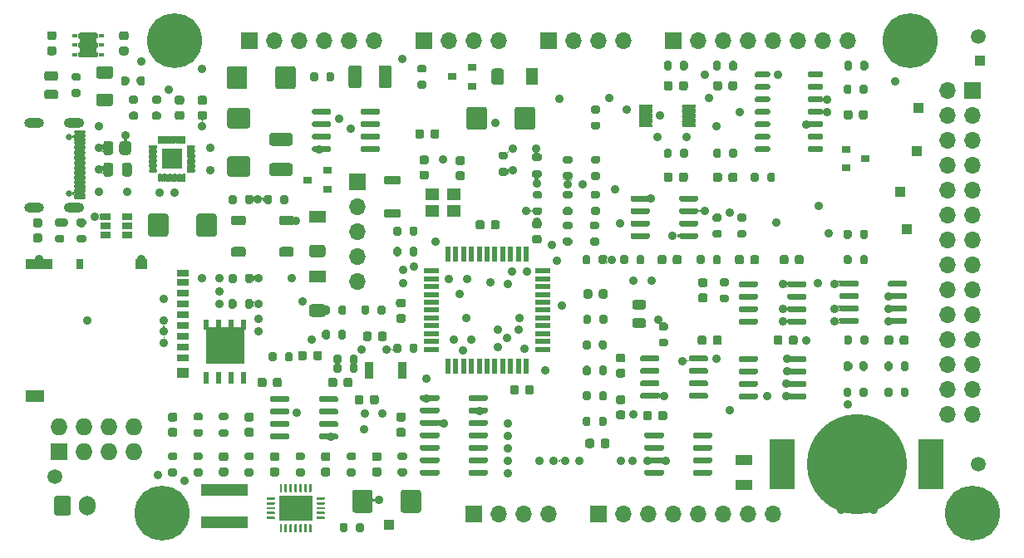
<source format=gbr>
G04 #@! TF.GenerationSoftware,KiCad,Pcbnew,5.1.10-88a1d61d58~88~ubuntu20.04.1*
G04 #@! TF.CreationDate,2021-05-27T22:44:10+02:00*
G04 #@! TF.ProjectId,PSLab,50534c61-622e-46b6-9963-61645f706362,v6.1*
G04 #@! TF.SameCoordinates,Original*
G04 #@! TF.FileFunction,Soldermask,Top*
G04 #@! TF.FilePolarity,Negative*
%FSLAX46Y46*%
G04 Gerber Fmt 4.6, Leading zero omitted, Abs format (unit mm)*
G04 Created by KiCad (PCBNEW 5.1.10-88a1d61d58~88~ubuntu20.04.1) date 2021-05-27 22:44:10*
%MOMM*%
%LPD*%
G01*
G04 APERTURE LIST*
%ADD10C,1.500000*%
%ADD11R,0.900000X0.800000*%
%ADD12R,1.000000X1.000000*%
%ADD13R,2.500000X5.100000*%
%ADD14C,10.200000*%
%ADD15R,2.000000X2.000000*%
%ADD16R,1.700000X1.700000*%
%ADD17O,1.700000X1.700000*%
%ADD18R,1.727200X1.727200*%
%ADD19O,1.727200X1.727200*%
%ADD20O,2.100000X1.000000*%
%ADD21O,2.000000X1.000000*%
%ADD22C,0.650000*%
%ADD23R,1.700000X1.300000*%
%ADD24R,1.300000X1.700000*%
%ADD25R,1.200000X0.700000*%
%ADD26R,1.200000X1.000000*%
%ADD27R,0.800000X1.000000*%
%ADD28R,2.800000X1.000000*%
%ADD29R,1.900000X1.300000*%
%ADD30R,3.500000X2.500000*%
%ADD31R,4.700000X1.200000*%
%ADD32C,5.600000*%
%ADD33O,1.700000X2.000000*%
%ADD34R,1.060000X0.650000*%
%ADD35R,0.610000X1.270000*%
%ADD36R,0.610000X1.020000*%
%ADD37R,3.910000X3.810000*%
%ADD38R,1.400000X1.200000*%
%ADD39R,1.800000X1.000000*%
%ADD40R,0.900000X1.700000*%
%ADD41R,0.550000X1.500000*%
%ADD42R,1.500000X0.550000*%
%ADD43R,0.630000X0.450000*%
%ADD44R,1.700000X2.600000*%
%ADD45C,0.914400*%
%ADD46C,0.100000*%
G04 APERTURE END LIST*
D10*
X94000000Y-107250000D03*
X188000000Y-106000000D03*
X188000000Y-62400000D03*
G36*
G01*
X178830000Y-87725000D02*
X178830000Y-87425000D01*
G75*
G02*
X178980000Y-87275000I150000J0D01*
G01*
X180630000Y-87275000D01*
G75*
G02*
X180780000Y-87425000I0J-150000D01*
G01*
X180780000Y-87725000D01*
G75*
G02*
X180630000Y-87875000I-150000J0D01*
G01*
X178980000Y-87875000D01*
G75*
G02*
X178830000Y-87725000I0J150000D01*
G01*
G37*
G36*
G01*
X178830000Y-88995000D02*
X178830000Y-88695000D01*
G75*
G02*
X178980000Y-88545000I150000J0D01*
G01*
X180630000Y-88545000D01*
G75*
G02*
X180780000Y-88695000I0J-150000D01*
G01*
X180780000Y-88995000D01*
G75*
G02*
X180630000Y-89145000I-150000J0D01*
G01*
X178980000Y-89145000D01*
G75*
G02*
X178830000Y-88995000I0J150000D01*
G01*
G37*
G36*
G01*
X178830000Y-90265000D02*
X178830000Y-89965000D01*
G75*
G02*
X178980000Y-89815000I150000J0D01*
G01*
X180630000Y-89815000D01*
G75*
G02*
X180780000Y-89965000I0J-150000D01*
G01*
X180780000Y-90265000D01*
G75*
G02*
X180630000Y-90415000I-150000J0D01*
G01*
X178980000Y-90415000D01*
G75*
G02*
X178830000Y-90265000I0J150000D01*
G01*
G37*
G36*
G01*
X178830000Y-91535000D02*
X178830000Y-91235000D01*
G75*
G02*
X178980000Y-91085000I150000J0D01*
G01*
X180630000Y-91085000D01*
G75*
G02*
X180780000Y-91235000I0J-150000D01*
G01*
X180780000Y-91535000D01*
G75*
G02*
X180630000Y-91685000I-150000J0D01*
G01*
X178980000Y-91685000D01*
G75*
G02*
X178830000Y-91535000I0J150000D01*
G01*
G37*
G36*
G01*
X173880000Y-91535000D02*
X173880000Y-91235000D01*
G75*
G02*
X174030000Y-91085000I150000J0D01*
G01*
X175680000Y-91085000D01*
G75*
G02*
X175830000Y-91235000I0J-150000D01*
G01*
X175830000Y-91535000D01*
G75*
G02*
X175680000Y-91685000I-150000J0D01*
G01*
X174030000Y-91685000D01*
G75*
G02*
X173880000Y-91535000I0J150000D01*
G01*
G37*
G36*
G01*
X173880000Y-90265000D02*
X173880000Y-89965000D01*
G75*
G02*
X174030000Y-89815000I150000J0D01*
G01*
X175680000Y-89815000D01*
G75*
G02*
X175830000Y-89965000I0J-150000D01*
G01*
X175830000Y-90265000D01*
G75*
G02*
X175680000Y-90415000I-150000J0D01*
G01*
X174030000Y-90415000D01*
G75*
G02*
X173880000Y-90265000I0J150000D01*
G01*
G37*
G36*
G01*
X173880000Y-88995000D02*
X173880000Y-88695000D01*
G75*
G02*
X174030000Y-88545000I150000J0D01*
G01*
X175680000Y-88545000D01*
G75*
G02*
X175830000Y-88695000I0J-150000D01*
G01*
X175830000Y-88995000D01*
G75*
G02*
X175680000Y-89145000I-150000J0D01*
G01*
X174030000Y-89145000D01*
G75*
G02*
X173880000Y-88995000I0J150000D01*
G01*
G37*
G36*
G01*
X173880000Y-87725000D02*
X173880000Y-87425000D01*
G75*
G02*
X174030000Y-87275000I150000J0D01*
G01*
X175680000Y-87275000D01*
G75*
G02*
X175830000Y-87425000I0J-150000D01*
G01*
X175830000Y-87725000D01*
G75*
G02*
X175680000Y-87875000I-150000J0D01*
G01*
X174030000Y-87875000D01*
G75*
G02*
X173880000Y-87725000I0J150000D01*
G01*
G37*
G36*
G01*
X168570000Y-87775000D02*
X168570000Y-87475000D01*
G75*
G02*
X168720000Y-87325000I150000J0D01*
G01*
X170370000Y-87325000D01*
G75*
G02*
X170520000Y-87475000I0J-150000D01*
G01*
X170520000Y-87775000D01*
G75*
G02*
X170370000Y-87925000I-150000J0D01*
G01*
X168720000Y-87925000D01*
G75*
G02*
X168570000Y-87775000I0J150000D01*
G01*
G37*
G36*
G01*
X168570000Y-89045000D02*
X168570000Y-88745000D01*
G75*
G02*
X168720000Y-88595000I150000J0D01*
G01*
X170370000Y-88595000D01*
G75*
G02*
X170520000Y-88745000I0J-150000D01*
G01*
X170520000Y-89045000D01*
G75*
G02*
X170370000Y-89195000I-150000J0D01*
G01*
X168720000Y-89195000D01*
G75*
G02*
X168570000Y-89045000I0J150000D01*
G01*
G37*
G36*
G01*
X168570000Y-90315000D02*
X168570000Y-90015000D01*
G75*
G02*
X168720000Y-89865000I150000J0D01*
G01*
X170370000Y-89865000D01*
G75*
G02*
X170520000Y-90015000I0J-150000D01*
G01*
X170520000Y-90315000D01*
G75*
G02*
X170370000Y-90465000I-150000J0D01*
G01*
X168720000Y-90465000D01*
G75*
G02*
X168570000Y-90315000I0J150000D01*
G01*
G37*
G36*
G01*
X168570000Y-91585000D02*
X168570000Y-91285000D01*
G75*
G02*
X168720000Y-91135000I150000J0D01*
G01*
X170370000Y-91135000D01*
G75*
G02*
X170520000Y-91285000I0J-150000D01*
G01*
X170520000Y-91585000D01*
G75*
G02*
X170370000Y-91735000I-150000J0D01*
G01*
X168720000Y-91735000D01*
G75*
G02*
X168570000Y-91585000I0J150000D01*
G01*
G37*
G36*
G01*
X163620000Y-91585000D02*
X163620000Y-91285000D01*
G75*
G02*
X163770000Y-91135000I150000J0D01*
G01*
X165420000Y-91135000D01*
G75*
G02*
X165570000Y-91285000I0J-150000D01*
G01*
X165570000Y-91585000D01*
G75*
G02*
X165420000Y-91735000I-150000J0D01*
G01*
X163770000Y-91735000D01*
G75*
G02*
X163620000Y-91585000I0J150000D01*
G01*
G37*
G36*
G01*
X163620000Y-90315000D02*
X163620000Y-90015000D01*
G75*
G02*
X163770000Y-89865000I150000J0D01*
G01*
X165420000Y-89865000D01*
G75*
G02*
X165570000Y-90015000I0J-150000D01*
G01*
X165570000Y-90315000D01*
G75*
G02*
X165420000Y-90465000I-150000J0D01*
G01*
X163770000Y-90465000D01*
G75*
G02*
X163620000Y-90315000I0J150000D01*
G01*
G37*
G36*
G01*
X163620000Y-89045000D02*
X163620000Y-88745000D01*
G75*
G02*
X163770000Y-88595000I150000J0D01*
G01*
X165420000Y-88595000D01*
G75*
G02*
X165570000Y-88745000I0J-150000D01*
G01*
X165570000Y-89045000D01*
G75*
G02*
X165420000Y-89195000I-150000J0D01*
G01*
X163770000Y-89195000D01*
G75*
G02*
X163620000Y-89045000I0J150000D01*
G01*
G37*
G36*
G01*
X163620000Y-87775000D02*
X163620000Y-87475000D01*
G75*
G02*
X163770000Y-87325000I150000J0D01*
G01*
X165420000Y-87325000D01*
G75*
G02*
X165570000Y-87475000I0J-150000D01*
G01*
X165570000Y-87775000D01*
G75*
G02*
X165420000Y-87925000I-150000J0D01*
G01*
X163770000Y-87925000D01*
G75*
G02*
X163620000Y-87775000I0J150000D01*
G01*
G37*
G36*
G01*
X157560000Y-79045000D02*
X157560000Y-78745000D01*
G75*
G02*
X157710000Y-78595000I150000J0D01*
G01*
X159360000Y-78595000D01*
G75*
G02*
X159510000Y-78745000I0J-150000D01*
G01*
X159510000Y-79045000D01*
G75*
G02*
X159360000Y-79195000I-150000J0D01*
G01*
X157710000Y-79195000D01*
G75*
G02*
X157560000Y-79045000I0J150000D01*
G01*
G37*
G36*
G01*
X157560000Y-80315000D02*
X157560000Y-80015000D01*
G75*
G02*
X157710000Y-79865000I150000J0D01*
G01*
X159360000Y-79865000D01*
G75*
G02*
X159510000Y-80015000I0J-150000D01*
G01*
X159510000Y-80315000D01*
G75*
G02*
X159360000Y-80465000I-150000J0D01*
G01*
X157710000Y-80465000D01*
G75*
G02*
X157560000Y-80315000I0J150000D01*
G01*
G37*
G36*
G01*
X157560000Y-81585000D02*
X157560000Y-81285000D01*
G75*
G02*
X157710000Y-81135000I150000J0D01*
G01*
X159360000Y-81135000D01*
G75*
G02*
X159510000Y-81285000I0J-150000D01*
G01*
X159510000Y-81585000D01*
G75*
G02*
X159360000Y-81735000I-150000J0D01*
G01*
X157710000Y-81735000D01*
G75*
G02*
X157560000Y-81585000I0J150000D01*
G01*
G37*
G36*
G01*
X157560000Y-82855000D02*
X157560000Y-82555000D01*
G75*
G02*
X157710000Y-82405000I150000J0D01*
G01*
X159360000Y-82405000D01*
G75*
G02*
X159510000Y-82555000I0J-150000D01*
G01*
X159510000Y-82855000D01*
G75*
G02*
X159360000Y-83005000I-150000J0D01*
G01*
X157710000Y-83005000D01*
G75*
G02*
X157560000Y-82855000I0J150000D01*
G01*
G37*
G36*
G01*
X152610000Y-82855000D02*
X152610000Y-82555000D01*
G75*
G02*
X152760000Y-82405000I150000J0D01*
G01*
X154410000Y-82405000D01*
G75*
G02*
X154560000Y-82555000I0J-150000D01*
G01*
X154560000Y-82855000D01*
G75*
G02*
X154410000Y-83005000I-150000J0D01*
G01*
X152760000Y-83005000D01*
G75*
G02*
X152610000Y-82855000I0J150000D01*
G01*
G37*
G36*
G01*
X152610000Y-81585000D02*
X152610000Y-81285000D01*
G75*
G02*
X152760000Y-81135000I150000J0D01*
G01*
X154410000Y-81135000D01*
G75*
G02*
X154560000Y-81285000I0J-150000D01*
G01*
X154560000Y-81585000D01*
G75*
G02*
X154410000Y-81735000I-150000J0D01*
G01*
X152760000Y-81735000D01*
G75*
G02*
X152610000Y-81585000I0J150000D01*
G01*
G37*
G36*
G01*
X152610000Y-80315000D02*
X152610000Y-80015000D01*
G75*
G02*
X152760000Y-79865000I150000J0D01*
G01*
X154410000Y-79865000D01*
G75*
G02*
X154560000Y-80015000I0J-150000D01*
G01*
X154560000Y-80315000D01*
G75*
G02*
X154410000Y-80465000I-150000J0D01*
G01*
X152760000Y-80465000D01*
G75*
G02*
X152610000Y-80315000I0J150000D01*
G01*
G37*
G36*
G01*
X152610000Y-79045000D02*
X152610000Y-78745000D01*
G75*
G02*
X152760000Y-78595000I150000J0D01*
G01*
X154410000Y-78595000D01*
G75*
G02*
X154560000Y-78745000I0J-150000D01*
G01*
X154560000Y-79045000D01*
G75*
G02*
X154410000Y-79195000I-150000J0D01*
G01*
X152760000Y-79195000D01*
G75*
G02*
X152610000Y-79045000I0J150000D01*
G01*
G37*
G36*
G01*
X122120000Y-73715000D02*
X122120000Y-74015000D01*
G75*
G02*
X121970000Y-74165000I-150000J0D01*
G01*
X120320000Y-74165000D01*
G75*
G02*
X120170000Y-74015000I0J150000D01*
G01*
X120170000Y-73715000D01*
G75*
G02*
X120320000Y-73565000I150000J0D01*
G01*
X121970000Y-73565000D01*
G75*
G02*
X122120000Y-73715000I0J-150000D01*
G01*
G37*
G36*
G01*
X122120000Y-72445000D02*
X122120000Y-72745000D01*
G75*
G02*
X121970000Y-72895000I-150000J0D01*
G01*
X120320000Y-72895000D01*
G75*
G02*
X120170000Y-72745000I0J150000D01*
G01*
X120170000Y-72445000D01*
G75*
G02*
X120320000Y-72295000I150000J0D01*
G01*
X121970000Y-72295000D01*
G75*
G02*
X122120000Y-72445000I0J-150000D01*
G01*
G37*
G36*
G01*
X122120000Y-71175000D02*
X122120000Y-71475000D01*
G75*
G02*
X121970000Y-71625000I-150000J0D01*
G01*
X120320000Y-71625000D01*
G75*
G02*
X120170000Y-71475000I0J150000D01*
G01*
X120170000Y-71175000D01*
G75*
G02*
X120320000Y-71025000I150000J0D01*
G01*
X121970000Y-71025000D01*
G75*
G02*
X122120000Y-71175000I0J-150000D01*
G01*
G37*
G36*
G01*
X122120000Y-69905000D02*
X122120000Y-70205000D01*
G75*
G02*
X121970000Y-70355000I-150000J0D01*
G01*
X120320000Y-70355000D01*
G75*
G02*
X120170000Y-70205000I0J150000D01*
G01*
X120170000Y-69905000D01*
G75*
G02*
X120320000Y-69755000I150000J0D01*
G01*
X121970000Y-69755000D01*
G75*
G02*
X122120000Y-69905000I0J-150000D01*
G01*
G37*
G36*
G01*
X127070000Y-69905000D02*
X127070000Y-70205000D01*
G75*
G02*
X126920000Y-70355000I-150000J0D01*
G01*
X125270000Y-70355000D01*
G75*
G02*
X125120000Y-70205000I0J150000D01*
G01*
X125120000Y-69905000D01*
G75*
G02*
X125270000Y-69755000I150000J0D01*
G01*
X126920000Y-69755000D01*
G75*
G02*
X127070000Y-69905000I0J-150000D01*
G01*
G37*
G36*
G01*
X127070000Y-71175000D02*
X127070000Y-71475000D01*
G75*
G02*
X126920000Y-71625000I-150000J0D01*
G01*
X125270000Y-71625000D01*
G75*
G02*
X125120000Y-71475000I0J150000D01*
G01*
X125120000Y-71175000D01*
G75*
G02*
X125270000Y-71025000I150000J0D01*
G01*
X126920000Y-71025000D01*
G75*
G02*
X127070000Y-71175000I0J-150000D01*
G01*
G37*
G36*
G01*
X127070000Y-72445000D02*
X127070000Y-72745000D01*
G75*
G02*
X126920000Y-72895000I-150000J0D01*
G01*
X125270000Y-72895000D01*
G75*
G02*
X125120000Y-72745000I0J150000D01*
G01*
X125120000Y-72445000D01*
G75*
G02*
X125270000Y-72295000I150000J0D01*
G01*
X126920000Y-72295000D01*
G75*
G02*
X127070000Y-72445000I0J-150000D01*
G01*
G37*
G36*
G01*
X127070000Y-73715000D02*
X127070000Y-74015000D01*
G75*
G02*
X126920000Y-74165000I-150000J0D01*
G01*
X125270000Y-74165000D01*
G75*
G02*
X125120000Y-74015000I0J150000D01*
G01*
X125120000Y-73715000D01*
G75*
G02*
X125270000Y-73565000I150000J0D01*
G01*
X126920000Y-73565000D01*
G75*
G02*
X127070000Y-73715000I0J-150000D01*
G01*
G37*
G36*
G01*
X117860000Y-103005000D02*
X117860000Y-103305000D01*
G75*
G02*
X117710000Y-103455000I-150000J0D01*
G01*
X116060000Y-103455000D01*
G75*
G02*
X115910000Y-103305000I0J150000D01*
G01*
X115910000Y-103005000D01*
G75*
G02*
X116060000Y-102855000I150000J0D01*
G01*
X117710000Y-102855000D01*
G75*
G02*
X117860000Y-103005000I0J-150000D01*
G01*
G37*
G36*
G01*
X117860000Y-101735000D02*
X117860000Y-102035000D01*
G75*
G02*
X117710000Y-102185000I-150000J0D01*
G01*
X116060000Y-102185000D01*
G75*
G02*
X115910000Y-102035000I0J150000D01*
G01*
X115910000Y-101735000D01*
G75*
G02*
X116060000Y-101585000I150000J0D01*
G01*
X117710000Y-101585000D01*
G75*
G02*
X117860000Y-101735000I0J-150000D01*
G01*
G37*
G36*
G01*
X117860000Y-100465000D02*
X117860000Y-100765000D01*
G75*
G02*
X117710000Y-100915000I-150000J0D01*
G01*
X116060000Y-100915000D01*
G75*
G02*
X115910000Y-100765000I0J150000D01*
G01*
X115910000Y-100465000D01*
G75*
G02*
X116060000Y-100315000I150000J0D01*
G01*
X117710000Y-100315000D01*
G75*
G02*
X117860000Y-100465000I0J-150000D01*
G01*
G37*
G36*
G01*
X117860000Y-99195000D02*
X117860000Y-99495000D01*
G75*
G02*
X117710000Y-99645000I-150000J0D01*
G01*
X116060000Y-99645000D01*
G75*
G02*
X115910000Y-99495000I0J150000D01*
G01*
X115910000Y-99195000D01*
G75*
G02*
X116060000Y-99045000I150000J0D01*
G01*
X117710000Y-99045000D01*
G75*
G02*
X117860000Y-99195000I0J-150000D01*
G01*
G37*
G36*
G01*
X122810000Y-99195000D02*
X122810000Y-99495000D01*
G75*
G02*
X122660000Y-99645000I-150000J0D01*
G01*
X121010000Y-99645000D01*
G75*
G02*
X120860000Y-99495000I0J150000D01*
G01*
X120860000Y-99195000D01*
G75*
G02*
X121010000Y-99045000I150000J0D01*
G01*
X122660000Y-99045000D01*
G75*
G02*
X122810000Y-99195000I0J-150000D01*
G01*
G37*
G36*
G01*
X122810000Y-100465000D02*
X122810000Y-100765000D01*
G75*
G02*
X122660000Y-100915000I-150000J0D01*
G01*
X121010000Y-100915000D01*
G75*
G02*
X120860000Y-100765000I0J150000D01*
G01*
X120860000Y-100465000D01*
G75*
G02*
X121010000Y-100315000I150000J0D01*
G01*
X122660000Y-100315000D01*
G75*
G02*
X122810000Y-100465000I0J-150000D01*
G01*
G37*
G36*
G01*
X122810000Y-101735000D02*
X122810000Y-102035000D01*
G75*
G02*
X122660000Y-102185000I-150000J0D01*
G01*
X121010000Y-102185000D01*
G75*
G02*
X120860000Y-102035000I0J150000D01*
G01*
X120860000Y-101735000D01*
G75*
G02*
X121010000Y-101585000I150000J0D01*
G01*
X122660000Y-101585000D01*
G75*
G02*
X122810000Y-101735000I0J-150000D01*
G01*
G37*
G36*
G01*
X122810000Y-103005000D02*
X122810000Y-103305000D01*
G75*
G02*
X122660000Y-103455000I-150000J0D01*
G01*
X121010000Y-103455000D01*
G75*
G02*
X120860000Y-103305000I0J150000D01*
G01*
X120860000Y-103005000D01*
G75*
G02*
X121010000Y-102855000I150000J0D01*
G01*
X122660000Y-102855000D01*
G75*
G02*
X122810000Y-103005000I0J-150000D01*
G01*
G37*
G36*
G01*
X158550000Y-95365000D02*
X158550000Y-95065000D01*
G75*
G02*
X158700000Y-94915000I150000J0D01*
G01*
X160350000Y-94915000D01*
G75*
G02*
X160500000Y-95065000I0J-150000D01*
G01*
X160500000Y-95365000D01*
G75*
G02*
X160350000Y-95515000I-150000J0D01*
G01*
X158700000Y-95515000D01*
G75*
G02*
X158550000Y-95365000I0J150000D01*
G01*
G37*
G36*
G01*
X158550000Y-96635000D02*
X158550000Y-96335000D01*
G75*
G02*
X158700000Y-96185000I150000J0D01*
G01*
X160350000Y-96185000D01*
G75*
G02*
X160500000Y-96335000I0J-150000D01*
G01*
X160500000Y-96635000D01*
G75*
G02*
X160350000Y-96785000I-150000J0D01*
G01*
X158700000Y-96785000D01*
G75*
G02*
X158550000Y-96635000I0J150000D01*
G01*
G37*
G36*
G01*
X158550000Y-97905000D02*
X158550000Y-97605000D01*
G75*
G02*
X158700000Y-97455000I150000J0D01*
G01*
X160350000Y-97455000D01*
G75*
G02*
X160500000Y-97605000I0J-150000D01*
G01*
X160500000Y-97905000D01*
G75*
G02*
X160350000Y-98055000I-150000J0D01*
G01*
X158700000Y-98055000D01*
G75*
G02*
X158550000Y-97905000I0J150000D01*
G01*
G37*
G36*
G01*
X158550000Y-99175000D02*
X158550000Y-98875000D01*
G75*
G02*
X158700000Y-98725000I150000J0D01*
G01*
X160350000Y-98725000D01*
G75*
G02*
X160500000Y-98875000I0J-150000D01*
G01*
X160500000Y-99175000D01*
G75*
G02*
X160350000Y-99325000I-150000J0D01*
G01*
X158700000Y-99325000D01*
G75*
G02*
X158550000Y-99175000I0J150000D01*
G01*
G37*
G36*
G01*
X153600000Y-99175000D02*
X153600000Y-98875000D01*
G75*
G02*
X153750000Y-98725000I150000J0D01*
G01*
X155400000Y-98725000D01*
G75*
G02*
X155550000Y-98875000I0J-150000D01*
G01*
X155550000Y-99175000D01*
G75*
G02*
X155400000Y-99325000I-150000J0D01*
G01*
X153750000Y-99325000D01*
G75*
G02*
X153600000Y-99175000I0J150000D01*
G01*
G37*
G36*
G01*
X153600000Y-97905000D02*
X153600000Y-97605000D01*
G75*
G02*
X153750000Y-97455000I150000J0D01*
G01*
X155400000Y-97455000D01*
G75*
G02*
X155550000Y-97605000I0J-150000D01*
G01*
X155550000Y-97905000D01*
G75*
G02*
X155400000Y-98055000I-150000J0D01*
G01*
X153750000Y-98055000D01*
G75*
G02*
X153600000Y-97905000I0J150000D01*
G01*
G37*
G36*
G01*
X153600000Y-96635000D02*
X153600000Y-96335000D01*
G75*
G02*
X153750000Y-96185000I150000J0D01*
G01*
X155400000Y-96185000D01*
G75*
G02*
X155550000Y-96335000I0J-150000D01*
G01*
X155550000Y-96635000D01*
G75*
G02*
X155400000Y-96785000I-150000J0D01*
G01*
X153750000Y-96785000D01*
G75*
G02*
X153600000Y-96635000I0J150000D01*
G01*
G37*
G36*
G01*
X153600000Y-95365000D02*
X153600000Y-95065000D01*
G75*
G02*
X153750000Y-94915000I150000J0D01*
G01*
X155400000Y-94915000D01*
G75*
G02*
X155550000Y-95065000I0J-150000D01*
G01*
X155550000Y-95365000D01*
G75*
G02*
X155400000Y-95515000I-150000J0D01*
G01*
X153750000Y-95515000D01*
G75*
G02*
X153600000Y-95365000I0J150000D01*
G01*
G37*
G36*
G01*
X168580000Y-95405000D02*
X168580000Y-95105000D01*
G75*
G02*
X168730000Y-94955000I150000J0D01*
G01*
X170380000Y-94955000D01*
G75*
G02*
X170530000Y-95105000I0J-150000D01*
G01*
X170530000Y-95405000D01*
G75*
G02*
X170380000Y-95555000I-150000J0D01*
G01*
X168730000Y-95555000D01*
G75*
G02*
X168580000Y-95405000I0J150000D01*
G01*
G37*
G36*
G01*
X168580000Y-96675000D02*
X168580000Y-96375000D01*
G75*
G02*
X168730000Y-96225000I150000J0D01*
G01*
X170380000Y-96225000D01*
G75*
G02*
X170530000Y-96375000I0J-150000D01*
G01*
X170530000Y-96675000D01*
G75*
G02*
X170380000Y-96825000I-150000J0D01*
G01*
X168730000Y-96825000D01*
G75*
G02*
X168580000Y-96675000I0J150000D01*
G01*
G37*
G36*
G01*
X168580000Y-97945000D02*
X168580000Y-97645000D01*
G75*
G02*
X168730000Y-97495000I150000J0D01*
G01*
X170380000Y-97495000D01*
G75*
G02*
X170530000Y-97645000I0J-150000D01*
G01*
X170530000Y-97945000D01*
G75*
G02*
X170380000Y-98095000I-150000J0D01*
G01*
X168730000Y-98095000D01*
G75*
G02*
X168580000Y-97945000I0J150000D01*
G01*
G37*
G36*
G01*
X168580000Y-99215000D02*
X168580000Y-98915000D01*
G75*
G02*
X168730000Y-98765000I150000J0D01*
G01*
X170380000Y-98765000D01*
G75*
G02*
X170530000Y-98915000I0J-150000D01*
G01*
X170530000Y-99215000D01*
G75*
G02*
X170380000Y-99365000I-150000J0D01*
G01*
X168730000Y-99365000D01*
G75*
G02*
X168580000Y-99215000I0J150000D01*
G01*
G37*
G36*
G01*
X163630000Y-99215000D02*
X163630000Y-98915000D01*
G75*
G02*
X163780000Y-98765000I150000J0D01*
G01*
X165430000Y-98765000D01*
G75*
G02*
X165580000Y-98915000I0J-150000D01*
G01*
X165580000Y-99215000D01*
G75*
G02*
X165430000Y-99365000I-150000J0D01*
G01*
X163780000Y-99365000D01*
G75*
G02*
X163630000Y-99215000I0J150000D01*
G01*
G37*
G36*
G01*
X163630000Y-97945000D02*
X163630000Y-97645000D01*
G75*
G02*
X163780000Y-97495000I150000J0D01*
G01*
X165430000Y-97495000D01*
G75*
G02*
X165580000Y-97645000I0J-150000D01*
G01*
X165580000Y-97945000D01*
G75*
G02*
X165430000Y-98095000I-150000J0D01*
G01*
X163780000Y-98095000D01*
G75*
G02*
X163630000Y-97945000I0J150000D01*
G01*
G37*
G36*
G01*
X163630000Y-96675000D02*
X163630000Y-96375000D01*
G75*
G02*
X163780000Y-96225000I150000J0D01*
G01*
X165430000Y-96225000D01*
G75*
G02*
X165580000Y-96375000I0J-150000D01*
G01*
X165580000Y-96675000D01*
G75*
G02*
X165430000Y-96825000I-150000J0D01*
G01*
X163780000Y-96825000D01*
G75*
G02*
X163630000Y-96675000I0J150000D01*
G01*
G37*
G36*
G01*
X163630000Y-95405000D02*
X163630000Y-95105000D01*
G75*
G02*
X163780000Y-94955000I150000J0D01*
G01*
X165430000Y-94955000D01*
G75*
G02*
X165580000Y-95105000I0J-150000D01*
G01*
X165580000Y-95405000D01*
G75*
G02*
X165430000Y-95555000I-150000J0D01*
G01*
X163780000Y-95555000D01*
G75*
G02*
X163630000Y-95405000I0J150000D01*
G01*
G37*
G36*
G01*
X155988000Y-106699000D02*
X155988000Y-106999000D01*
G75*
G02*
X155838000Y-107149000I-150000J0D01*
G01*
X154188000Y-107149000D01*
G75*
G02*
X154038000Y-106999000I0J150000D01*
G01*
X154038000Y-106699000D01*
G75*
G02*
X154188000Y-106549000I150000J0D01*
G01*
X155838000Y-106549000D01*
G75*
G02*
X155988000Y-106699000I0J-150000D01*
G01*
G37*
G36*
G01*
X155988000Y-105429000D02*
X155988000Y-105729000D01*
G75*
G02*
X155838000Y-105879000I-150000J0D01*
G01*
X154188000Y-105879000D01*
G75*
G02*
X154038000Y-105729000I0J150000D01*
G01*
X154038000Y-105429000D01*
G75*
G02*
X154188000Y-105279000I150000J0D01*
G01*
X155838000Y-105279000D01*
G75*
G02*
X155988000Y-105429000I0J-150000D01*
G01*
G37*
G36*
G01*
X155988000Y-104159000D02*
X155988000Y-104459000D01*
G75*
G02*
X155838000Y-104609000I-150000J0D01*
G01*
X154188000Y-104609000D01*
G75*
G02*
X154038000Y-104459000I0J150000D01*
G01*
X154038000Y-104159000D01*
G75*
G02*
X154188000Y-104009000I150000J0D01*
G01*
X155838000Y-104009000D01*
G75*
G02*
X155988000Y-104159000I0J-150000D01*
G01*
G37*
G36*
G01*
X155988000Y-102889000D02*
X155988000Y-103189000D01*
G75*
G02*
X155838000Y-103339000I-150000J0D01*
G01*
X154188000Y-103339000D01*
G75*
G02*
X154038000Y-103189000I0J150000D01*
G01*
X154038000Y-102889000D01*
G75*
G02*
X154188000Y-102739000I150000J0D01*
G01*
X155838000Y-102739000D01*
G75*
G02*
X155988000Y-102889000I0J-150000D01*
G01*
G37*
G36*
G01*
X160938000Y-102889000D02*
X160938000Y-103189000D01*
G75*
G02*
X160788000Y-103339000I-150000J0D01*
G01*
X159138000Y-103339000D01*
G75*
G02*
X158988000Y-103189000I0J150000D01*
G01*
X158988000Y-102889000D01*
G75*
G02*
X159138000Y-102739000I150000J0D01*
G01*
X160788000Y-102739000D01*
G75*
G02*
X160938000Y-102889000I0J-150000D01*
G01*
G37*
G36*
G01*
X160938000Y-104159000D02*
X160938000Y-104459000D01*
G75*
G02*
X160788000Y-104609000I-150000J0D01*
G01*
X159138000Y-104609000D01*
G75*
G02*
X158988000Y-104459000I0J150000D01*
G01*
X158988000Y-104159000D01*
G75*
G02*
X159138000Y-104009000I150000J0D01*
G01*
X160788000Y-104009000D01*
G75*
G02*
X160938000Y-104159000I0J-150000D01*
G01*
G37*
G36*
G01*
X160938000Y-105429000D02*
X160938000Y-105729000D01*
G75*
G02*
X160788000Y-105879000I-150000J0D01*
G01*
X159138000Y-105879000D01*
G75*
G02*
X158988000Y-105729000I0J150000D01*
G01*
X158988000Y-105429000D01*
G75*
G02*
X159138000Y-105279000I150000J0D01*
G01*
X160788000Y-105279000D01*
G75*
G02*
X160938000Y-105429000I0J-150000D01*
G01*
G37*
G36*
G01*
X160938000Y-106699000D02*
X160938000Y-106999000D01*
G75*
G02*
X160788000Y-107149000I-150000J0D01*
G01*
X159138000Y-107149000D01*
G75*
G02*
X158988000Y-106999000I0J150000D01*
G01*
X158988000Y-106699000D01*
G75*
G02*
X159138000Y-106549000I150000J0D01*
G01*
X160788000Y-106549000D01*
G75*
G02*
X160938000Y-106699000I0J-150000D01*
G01*
G37*
D11*
X119700000Y-77000000D03*
X121700000Y-76050000D03*
X121700000Y-77950000D03*
X134480000Y-66480000D03*
X136480000Y-65530000D03*
X136480000Y-67430000D03*
X176560000Y-74810000D03*
X174560000Y-75760000D03*
X174560000Y-73860000D03*
G36*
G01*
X110910000Y-106325000D02*
X111410000Y-106325000D01*
G75*
G02*
X111635000Y-106550000I0J-225000D01*
G01*
X111635000Y-107000000D01*
G75*
G02*
X111410000Y-107225000I-225000J0D01*
G01*
X110910000Y-107225000D01*
G75*
G02*
X110685000Y-107000000I0J225000D01*
G01*
X110685000Y-106550000D01*
G75*
G02*
X110910000Y-106325000I225000J0D01*
G01*
G37*
G36*
G01*
X110910000Y-104775000D02*
X111410000Y-104775000D01*
G75*
G02*
X111635000Y-105000000I0J-225000D01*
G01*
X111635000Y-105450000D01*
G75*
G02*
X111410000Y-105675000I-225000J0D01*
G01*
X110910000Y-105675000D01*
G75*
G02*
X110685000Y-105450000I0J225000D01*
G01*
X110685000Y-105000000D01*
G75*
G02*
X110910000Y-104775000I225000J0D01*
G01*
G37*
G36*
G01*
X106210000Y-101635000D02*
X105710000Y-101635000D01*
G75*
G02*
X105485000Y-101410000I0J225000D01*
G01*
X105485000Y-100960000D01*
G75*
G02*
X105710000Y-100735000I225000J0D01*
G01*
X106210000Y-100735000D01*
G75*
G02*
X106435000Y-100960000I0J-225000D01*
G01*
X106435000Y-101410000D01*
G75*
G02*
X106210000Y-101635000I-225000J0D01*
G01*
G37*
G36*
G01*
X106210000Y-103185000D02*
X105710000Y-103185000D01*
G75*
G02*
X105485000Y-102960000I0J225000D01*
G01*
X105485000Y-102510000D01*
G75*
G02*
X105710000Y-102285000I225000J0D01*
G01*
X106210000Y-102285000D01*
G75*
G02*
X106435000Y-102510000I0J-225000D01*
G01*
X106435000Y-102960000D01*
G75*
G02*
X106210000Y-103185000I-225000J0D01*
G01*
G37*
G36*
G01*
X100750000Y-63385000D02*
X101250000Y-63385000D01*
G75*
G02*
X101475000Y-63610000I0J-225000D01*
G01*
X101475000Y-64060000D01*
G75*
G02*
X101250000Y-64285000I-225000J0D01*
G01*
X100750000Y-64285000D01*
G75*
G02*
X100525000Y-64060000I0J225000D01*
G01*
X100525000Y-63610000D01*
G75*
G02*
X100750000Y-63385000I225000J0D01*
G01*
G37*
G36*
G01*
X100750000Y-61835000D02*
X101250000Y-61835000D01*
G75*
G02*
X101475000Y-62060000I0J-225000D01*
G01*
X101475000Y-62510000D01*
G75*
G02*
X101250000Y-62735000I-225000J0D01*
G01*
X100750000Y-62735000D01*
G75*
G02*
X100525000Y-62510000I0J225000D01*
G01*
X100525000Y-62060000D01*
G75*
G02*
X100750000Y-61835000I225000J0D01*
G01*
G37*
G36*
G01*
X93400000Y-63385000D02*
X93900000Y-63385000D01*
G75*
G02*
X94125000Y-63610000I0J-225000D01*
G01*
X94125000Y-64060000D01*
G75*
G02*
X93900000Y-64285000I-225000J0D01*
G01*
X93400000Y-64285000D01*
G75*
G02*
X93175000Y-64060000I0J225000D01*
G01*
X93175000Y-63610000D01*
G75*
G02*
X93400000Y-63385000I225000J0D01*
G01*
G37*
G36*
G01*
X93400000Y-61835000D02*
X93900000Y-61835000D01*
G75*
G02*
X94125000Y-62060000I0J-225000D01*
G01*
X94125000Y-62510000D01*
G75*
G02*
X93900000Y-62735000I-225000J0D01*
G01*
X93400000Y-62735000D01*
G75*
G02*
X93175000Y-62510000I0J225000D01*
G01*
X93175000Y-62060000D01*
G75*
G02*
X93400000Y-61835000I225000J0D01*
G01*
G37*
G36*
G01*
X168085000Y-93090000D02*
X168085000Y-93590000D01*
G75*
G02*
X167860000Y-93815000I-225000J0D01*
G01*
X167410000Y-93815000D01*
G75*
G02*
X167185000Y-93590000I0J225000D01*
G01*
X167185000Y-93090000D01*
G75*
G02*
X167410000Y-92865000I225000J0D01*
G01*
X167860000Y-92865000D01*
G75*
G02*
X168085000Y-93090000I0J-225000D01*
G01*
G37*
G36*
G01*
X169635000Y-93090000D02*
X169635000Y-93590000D01*
G75*
G02*
X169410000Y-93815000I-225000J0D01*
G01*
X168960000Y-93815000D01*
G75*
G02*
X168735000Y-93590000I0J225000D01*
G01*
X168735000Y-93090000D01*
G75*
G02*
X168960000Y-92865000I225000J0D01*
G01*
X169410000Y-92865000D01*
G75*
G02*
X169635000Y-93090000I0J-225000D01*
G01*
G37*
G36*
G01*
X159720000Y-88575000D02*
X160220000Y-88575000D01*
G75*
G02*
X160445000Y-88800000I0J-225000D01*
G01*
X160445000Y-89250000D01*
G75*
G02*
X160220000Y-89475000I-225000J0D01*
G01*
X159720000Y-89475000D01*
G75*
G02*
X159495000Y-89250000I0J225000D01*
G01*
X159495000Y-88800000D01*
G75*
G02*
X159720000Y-88575000I225000J0D01*
G01*
G37*
G36*
G01*
X159720000Y-87025000D02*
X160220000Y-87025000D01*
G75*
G02*
X160445000Y-87250000I0J-225000D01*
G01*
X160445000Y-87700000D01*
G75*
G02*
X160220000Y-87925000I-225000J0D01*
G01*
X159720000Y-87925000D01*
G75*
G02*
X159495000Y-87700000I0J225000D01*
G01*
X159495000Y-87250000D01*
G75*
G02*
X159720000Y-87025000I225000J0D01*
G01*
G37*
G36*
G01*
X156895000Y-67150000D02*
X156895000Y-67650000D01*
G75*
G02*
X156670000Y-67875000I-225000J0D01*
G01*
X156220000Y-67875000D01*
G75*
G02*
X155995000Y-67650000I0J225000D01*
G01*
X155995000Y-67150000D01*
G75*
G02*
X156220000Y-66925000I225000J0D01*
G01*
X156670000Y-66925000D01*
G75*
G02*
X156895000Y-67150000I0J-225000D01*
G01*
G37*
G36*
G01*
X158445000Y-67150000D02*
X158445000Y-67650000D01*
G75*
G02*
X158220000Y-67875000I-225000J0D01*
G01*
X157770000Y-67875000D01*
G75*
G02*
X157545000Y-67650000I0J225000D01*
G01*
X157545000Y-67150000D01*
G75*
G02*
X157770000Y-66925000I225000J0D01*
G01*
X158220000Y-66925000D01*
G75*
G02*
X158445000Y-67150000I0J-225000D01*
G01*
G37*
G36*
G01*
X164795000Y-85390000D02*
X164795000Y-84890000D01*
G75*
G02*
X165020000Y-84665000I225000J0D01*
G01*
X165470000Y-84665000D01*
G75*
G02*
X165695000Y-84890000I0J-225000D01*
G01*
X165695000Y-85390000D01*
G75*
G02*
X165470000Y-85615000I-225000J0D01*
G01*
X165020000Y-85615000D01*
G75*
G02*
X164795000Y-85390000I0J225000D01*
G01*
G37*
G36*
G01*
X163245000Y-85390000D02*
X163245000Y-84890000D01*
G75*
G02*
X163470000Y-84665000I225000J0D01*
G01*
X163920000Y-84665000D01*
G75*
G02*
X164145000Y-84890000I0J-225000D01*
G01*
X164145000Y-85390000D01*
G75*
G02*
X163920000Y-85615000I-225000J0D01*
G01*
X163470000Y-85615000D01*
G75*
G02*
X163245000Y-85390000I0J225000D01*
G01*
G37*
G36*
G01*
X169345000Y-85390000D02*
X169345000Y-84890000D01*
G75*
G02*
X169570000Y-84665000I225000J0D01*
G01*
X170020000Y-84665000D01*
G75*
G02*
X170245000Y-84890000I0J-225000D01*
G01*
X170245000Y-85390000D01*
G75*
G02*
X170020000Y-85615000I-225000J0D01*
G01*
X169570000Y-85615000D01*
G75*
G02*
X169345000Y-85390000I0J225000D01*
G01*
G37*
G36*
G01*
X167795000Y-85390000D02*
X167795000Y-84890000D01*
G75*
G02*
X168020000Y-84665000I225000J0D01*
G01*
X168470000Y-84665000D01*
G75*
G02*
X168695000Y-84890000I0J-225000D01*
G01*
X168695000Y-85390000D01*
G75*
G02*
X168470000Y-85615000I-225000J0D01*
G01*
X168020000Y-85615000D01*
G75*
G02*
X167795000Y-85390000I0J225000D01*
G01*
G37*
G36*
G01*
X162575000Y-67650000D02*
X162575000Y-67150000D01*
G75*
G02*
X162800000Y-66925000I225000J0D01*
G01*
X163250000Y-66925000D01*
G75*
G02*
X163475000Y-67150000I0J-225000D01*
G01*
X163475000Y-67650000D01*
G75*
G02*
X163250000Y-67875000I-225000J0D01*
G01*
X162800000Y-67875000D01*
G75*
G02*
X162575000Y-67650000I0J225000D01*
G01*
G37*
G36*
G01*
X161025000Y-67650000D02*
X161025000Y-67150000D01*
G75*
G02*
X161250000Y-66925000I225000J0D01*
G01*
X161700000Y-66925000D01*
G75*
G02*
X161925000Y-67150000I0J-225000D01*
G01*
X161925000Y-67650000D01*
G75*
G02*
X161700000Y-67875000I-225000J0D01*
G01*
X161250000Y-67875000D01*
G75*
G02*
X161025000Y-67650000I0J225000D01*
G01*
G37*
G36*
G01*
X154785000Y-100780000D02*
X154785000Y-101280000D01*
G75*
G02*
X154560000Y-101505000I-225000J0D01*
G01*
X154110000Y-101505000D01*
G75*
G02*
X153885000Y-101280000I0J225000D01*
G01*
X153885000Y-100780000D01*
G75*
G02*
X154110000Y-100555000I225000J0D01*
G01*
X154560000Y-100555000D01*
G75*
G02*
X154785000Y-100780000I0J-225000D01*
G01*
G37*
G36*
G01*
X156335000Y-100780000D02*
X156335000Y-101280000D01*
G75*
G02*
X156110000Y-101505000I-225000J0D01*
G01*
X155660000Y-101505000D01*
G75*
G02*
X155435000Y-101280000I0J225000D01*
G01*
X155435000Y-100780000D01*
G75*
G02*
X155660000Y-100555000I225000J0D01*
G01*
X156110000Y-100555000D01*
G75*
G02*
X156335000Y-100780000I0J-225000D01*
G01*
G37*
G36*
G01*
X151350000Y-96255000D02*
X151850000Y-96255000D01*
G75*
G02*
X152075000Y-96480000I0J-225000D01*
G01*
X152075000Y-96930000D01*
G75*
G02*
X151850000Y-97155000I-225000J0D01*
G01*
X151350000Y-97155000D01*
G75*
G02*
X151125000Y-96930000I0J225000D01*
G01*
X151125000Y-96480000D01*
G75*
G02*
X151350000Y-96255000I225000J0D01*
G01*
G37*
G36*
G01*
X151350000Y-94705000D02*
X151850000Y-94705000D01*
G75*
G02*
X152075000Y-94930000I0J-225000D01*
G01*
X152075000Y-95380000D01*
G75*
G02*
X151850000Y-95605000I-225000J0D01*
G01*
X151350000Y-95605000D01*
G75*
G02*
X151125000Y-95380000I0J225000D01*
G01*
X151125000Y-94930000D01*
G75*
G02*
X151350000Y-94705000I225000J0D01*
G01*
G37*
G36*
G01*
X114010000Y-101635000D02*
X113510000Y-101635000D01*
G75*
G02*
X113285000Y-101410000I0J225000D01*
G01*
X113285000Y-100960000D01*
G75*
G02*
X113510000Y-100735000I225000J0D01*
G01*
X114010000Y-100735000D01*
G75*
G02*
X114235000Y-100960000I0J-225000D01*
G01*
X114235000Y-101410000D01*
G75*
G02*
X114010000Y-101635000I-225000J0D01*
G01*
G37*
G36*
G01*
X114010000Y-103185000D02*
X113510000Y-103185000D01*
G75*
G02*
X113285000Y-102960000I0J225000D01*
G01*
X113285000Y-102510000D01*
G75*
G02*
X113510000Y-102285000I225000J0D01*
G01*
X114010000Y-102285000D01*
G75*
G02*
X114235000Y-102510000I0J-225000D01*
G01*
X114235000Y-102960000D01*
G75*
G02*
X114010000Y-103185000I-225000J0D01*
G01*
G37*
G36*
G01*
X160995000Y-93590000D02*
X160995000Y-93090000D01*
G75*
G02*
X161220000Y-92865000I225000J0D01*
G01*
X161670000Y-92865000D01*
G75*
G02*
X161895000Y-93090000I0J-225000D01*
G01*
X161895000Y-93590000D01*
G75*
G02*
X161670000Y-93815000I-225000J0D01*
G01*
X161220000Y-93815000D01*
G75*
G02*
X160995000Y-93590000I0J225000D01*
G01*
G37*
G36*
G01*
X159445000Y-93590000D02*
X159445000Y-93090000D01*
G75*
G02*
X159670000Y-92865000I225000J0D01*
G01*
X160120000Y-92865000D01*
G75*
G02*
X160345000Y-93090000I0J-225000D01*
G01*
X160345000Y-93590000D01*
G75*
G02*
X160120000Y-93815000I-225000J0D01*
G01*
X159670000Y-93815000D01*
G75*
G02*
X159445000Y-93590000I0J225000D01*
G01*
G37*
G36*
G01*
X175875000Y-70600000D02*
X175875000Y-70100000D01*
G75*
G02*
X176100000Y-69875000I225000J0D01*
G01*
X176550000Y-69875000D01*
G75*
G02*
X176775000Y-70100000I0J-225000D01*
G01*
X176775000Y-70600000D01*
G75*
G02*
X176550000Y-70825000I-225000J0D01*
G01*
X176100000Y-70825000D01*
G75*
G02*
X175875000Y-70600000I0J225000D01*
G01*
G37*
G36*
G01*
X174325000Y-70600000D02*
X174325000Y-70100000D01*
G75*
G02*
X174550000Y-69875000I225000J0D01*
G01*
X175000000Y-69875000D01*
G75*
G02*
X175225000Y-70100000I0J-225000D01*
G01*
X175225000Y-70600000D01*
G75*
G02*
X175000000Y-70825000I-225000J0D01*
G01*
X174550000Y-70825000D01*
G75*
G02*
X174325000Y-70600000I0J225000D01*
G01*
G37*
G36*
G01*
X126510000Y-106319000D02*
X127010000Y-106319000D01*
G75*
G02*
X127235000Y-106544000I0J-225000D01*
G01*
X127235000Y-106994000D01*
G75*
G02*
X127010000Y-107219000I-225000J0D01*
G01*
X126510000Y-107219000D01*
G75*
G02*
X126285000Y-106994000I0J225000D01*
G01*
X126285000Y-106544000D01*
G75*
G02*
X126510000Y-106319000I225000J0D01*
G01*
G37*
G36*
G01*
X126510000Y-104769000D02*
X127010000Y-104769000D01*
G75*
G02*
X127235000Y-104994000I0J-225000D01*
G01*
X127235000Y-105444000D01*
G75*
G02*
X127010000Y-105669000I-225000J0D01*
G01*
X126510000Y-105669000D01*
G75*
G02*
X126285000Y-105444000I0J225000D01*
G01*
X126285000Y-104994000D01*
G75*
G02*
X126510000Y-104769000I225000J0D01*
G01*
G37*
G36*
G01*
X156265000Y-84890000D02*
X156265000Y-85390000D01*
G75*
G02*
X156040000Y-85615000I-225000J0D01*
G01*
X155590000Y-85615000D01*
G75*
G02*
X155365000Y-85390000I0J225000D01*
G01*
X155365000Y-84890000D01*
G75*
G02*
X155590000Y-84665000I225000J0D01*
G01*
X156040000Y-84665000D01*
G75*
G02*
X156265000Y-84890000I0J-225000D01*
G01*
G37*
G36*
G01*
X157815000Y-84890000D02*
X157815000Y-85390000D01*
G75*
G02*
X157590000Y-85615000I-225000J0D01*
G01*
X157140000Y-85615000D01*
G75*
G02*
X156915000Y-85390000I0J225000D01*
G01*
X156915000Y-84890000D01*
G75*
G02*
X157140000Y-84665000I225000J0D01*
G01*
X157590000Y-84665000D01*
G75*
G02*
X157815000Y-84890000I0J-225000D01*
G01*
G37*
G36*
G01*
X116175000Y-97900000D02*
X116175000Y-97400000D01*
G75*
G02*
X116400000Y-97175000I225000J0D01*
G01*
X116850000Y-97175000D01*
G75*
G02*
X117075000Y-97400000I0J-225000D01*
G01*
X117075000Y-97900000D01*
G75*
G02*
X116850000Y-98125000I-225000J0D01*
G01*
X116400000Y-98125000D01*
G75*
G02*
X116175000Y-97900000I0J225000D01*
G01*
G37*
G36*
G01*
X114625000Y-97900000D02*
X114625000Y-97400000D01*
G75*
G02*
X114850000Y-97175000I225000J0D01*
G01*
X115300000Y-97175000D01*
G75*
G02*
X115525000Y-97400000I0J-225000D01*
G01*
X115525000Y-97900000D01*
G75*
G02*
X115300000Y-98125000I-225000J0D01*
G01*
X114850000Y-98125000D01*
G75*
G02*
X114625000Y-97900000I0J225000D01*
G01*
G37*
G36*
G01*
X116610000Y-105675000D02*
X116110000Y-105675000D01*
G75*
G02*
X115885000Y-105450000I0J225000D01*
G01*
X115885000Y-105000000D01*
G75*
G02*
X116110000Y-104775000I225000J0D01*
G01*
X116610000Y-104775000D01*
G75*
G02*
X116835000Y-105000000I0J-225000D01*
G01*
X116835000Y-105450000D01*
G75*
G02*
X116610000Y-105675000I-225000J0D01*
G01*
G37*
G36*
G01*
X116610000Y-107225000D02*
X116110000Y-107225000D01*
G75*
G02*
X115885000Y-107000000I0J225000D01*
G01*
X115885000Y-106550000D01*
G75*
G02*
X116110000Y-106325000I225000J0D01*
G01*
X116610000Y-106325000D01*
G75*
G02*
X116835000Y-106550000I0J-225000D01*
G01*
X116835000Y-107000000D01*
G75*
G02*
X116610000Y-107225000I-225000J0D01*
G01*
G37*
G36*
G01*
X157545000Y-76970000D02*
X157545000Y-76470000D01*
G75*
G02*
X157770000Y-76245000I225000J0D01*
G01*
X158220000Y-76245000D01*
G75*
G02*
X158445000Y-76470000I0J-225000D01*
G01*
X158445000Y-76970000D01*
G75*
G02*
X158220000Y-77195000I-225000J0D01*
G01*
X157770000Y-77195000D01*
G75*
G02*
X157545000Y-76970000I0J225000D01*
G01*
G37*
G36*
G01*
X155995000Y-76970000D02*
X155995000Y-76470000D01*
G75*
G02*
X156220000Y-76245000I225000J0D01*
G01*
X156670000Y-76245000D01*
G75*
G02*
X156895000Y-76470000I0J-225000D01*
G01*
X156895000Y-76970000D01*
G75*
G02*
X156670000Y-77195000I-225000J0D01*
G01*
X156220000Y-77195000D01*
G75*
G02*
X155995000Y-76970000I0J225000D01*
G01*
G37*
G36*
G01*
X123375000Y-97900000D02*
X123375000Y-97400000D01*
G75*
G02*
X123600000Y-97175000I225000J0D01*
G01*
X124050000Y-97175000D01*
G75*
G02*
X124275000Y-97400000I0J-225000D01*
G01*
X124275000Y-97900000D01*
G75*
G02*
X124050000Y-98125000I-225000J0D01*
G01*
X123600000Y-98125000D01*
G75*
G02*
X123375000Y-97900000I0J225000D01*
G01*
G37*
G36*
G01*
X121825000Y-97900000D02*
X121825000Y-97400000D01*
G75*
G02*
X122050000Y-97175000I225000J0D01*
G01*
X122500000Y-97175000D01*
G75*
G02*
X122725000Y-97400000I0J-225000D01*
G01*
X122725000Y-97900000D01*
G75*
G02*
X122500000Y-98125000I-225000J0D01*
G01*
X122050000Y-98125000D01*
G75*
G02*
X121825000Y-97900000I0J225000D01*
G01*
G37*
G36*
G01*
X180025000Y-93590000D02*
X180025000Y-93090000D01*
G75*
G02*
X180250000Y-92865000I225000J0D01*
G01*
X180700000Y-92865000D01*
G75*
G02*
X180925000Y-93090000I0J-225000D01*
G01*
X180925000Y-93590000D01*
G75*
G02*
X180700000Y-93815000I-225000J0D01*
G01*
X180250000Y-93815000D01*
G75*
G02*
X180025000Y-93590000I0J225000D01*
G01*
G37*
G36*
G01*
X178475000Y-93590000D02*
X178475000Y-93090000D01*
G75*
G02*
X178700000Y-92865000I225000J0D01*
G01*
X179150000Y-92865000D01*
G75*
G02*
X179375000Y-93090000I0J-225000D01*
G01*
X179375000Y-93590000D01*
G75*
G02*
X179150000Y-93815000I-225000J0D01*
G01*
X178700000Y-93815000D01*
G75*
G02*
X178475000Y-93590000I0J225000D01*
G01*
G37*
G36*
G01*
X121810000Y-105675000D02*
X121310000Y-105675000D01*
G75*
G02*
X121085000Y-105450000I0J225000D01*
G01*
X121085000Y-105000000D01*
G75*
G02*
X121310000Y-104775000I225000J0D01*
G01*
X121810000Y-104775000D01*
G75*
G02*
X122035000Y-105000000I0J-225000D01*
G01*
X122035000Y-105450000D01*
G75*
G02*
X121810000Y-105675000I-225000J0D01*
G01*
G37*
G36*
G01*
X121810000Y-107225000D02*
X121310000Y-107225000D01*
G75*
G02*
X121085000Y-107000000I0J225000D01*
G01*
X121085000Y-106550000D01*
G75*
G02*
X121310000Y-106325000I225000J0D01*
G01*
X121810000Y-106325000D01*
G75*
G02*
X122035000Y-106550000I0J-225000D01*
G01*
X122035000Y-107000000D01*
G75*
G02*
X121810000Y-107225000I-225000J0D01*
G01*
G37*
G36*
G01*
X151360000Y-100515000D02*
X151860000Y-100515000D01*
G75*
G02*
X152085000Y-100740000I0J-225000D01*
G01*
X152085000Y-101190000D01*
G75*
G02*
X151860000Y-101415000I-225000J0D01*
G01*
X151360000Y-101415000D01*
G75*
G02*
X151135000Y-101190000I0J225000D01*
G01*
X151135000Y-100740000D01*
G75*
G02*
X151360000Y-100515000I225000J0D01*
G01*
G37*
G36*
G01*
X151360000Y-98965000D02*
X151860000Y-98965000D01*
G75*
G02*
X152085000Y-99190000I0J-225000D01*
G01*
X152085000Y-99640000D01*
G75*
G02*
X151860000Y-99865000I-225000J0D01*
G01*
X151360000Y-99865000D01*
G75*
G02*
X151135000Y-99640000I0J225000D01*
G01*
X151135000Y-99190000D01*
G75*
G02*
X151360000Y-98965000I225000J0D01*
G01*
G37*
G36*
G01*
X162575000Y-76980000D02*
X162575000Y-76480000D01*
G75*
G02*
X162800000Y-76255000I225000J0D01*
G01*
X163250000Y-76255000D01*
G75*
G02*
X163475000Y-76480000I0J-225000D01*
G01*
X163475000Y-76980000D01*
G75*
G02*
X163250000Y-77205000I-225000J0D01*
G01*
X162800000Y-77205000D01*
G75*
G02*
X162575000Y-76980000I0J225000D01*
G01*
G37*
G36*
G01*
X161025000Y-76980000D02*
X161025000Y-76480000D01*
G75*
G02*
X161250000Y-76255000I225000J0D01*
G01*
X161700000Y-76255000D01*
G75*
G02*
X161925000Y-76480000I0J-225000D01*
G01*
X161925000Y-76980000D01*
G75*
G02*
X161700000Y-77205000I-225000J0D01*
G01*
X161250000Y-77205000D01*
G75*
G02*
X161025000Y-76980000I0J225000D01*
G01*
G37*
G36*
G01*
X109240000Y-69325000D02*
X108740000Y-69325000D01*
G75*
G02*
X108515000Y-69100000I0J225000D01*
G01*
X108515000Y-68650000D01*
G75*
G02*
X108740000Y-68425000I225000J0D01*
G01*
X109240000Y-68425000D01*
G75*
G02*
X109465000Y-68650000I0J-225000D01*
G01*
X109465000Y-69100000D01*
G75*
G02*
X109240000Y-69325000I-225000J0D01*
G01*
G37*
G36*
G01*
X109240000Y-70875000D02*
X108740000Y-70875000D01*
G75*
G02*
X108515000Y-70650000I0J225000D01*
G01*
X108515000Y-70200000D01*
G75*
G02*
X108740000Y-69975000I225000J0D01*
G01*
X109240000Y-69975000D01*
G75*
G02*
X109465000Y-70200000I0J-225000D01*
G01*
X109465000Y-70650000D01*
G75*
G02*
X109240000Y-70875000I-225000J0D01*
G01*
G37*
G36*
G01*
X106910000Y-69315000D02*
X106410000Y-69315000D01*
G75*
G02*
X106185000Y-69090000I0J225000D01*
G01*
X106185000Y-68640000D01*
G75*
G02*
X106410000Y-68415000I225000J0D01*
G01*
X106910000Y-68415000D01*
G75*
G02*
X107135000Y-68640000I0J-225000D01*
G01*
X107135000Y-69090000D01*
G75*
G02*
X106910000Y-69315000I-225000J0D01*
G01*
G37*
G36*
G01*
X106910000Y-70865000D02*
X106410000Y-70865000D01*
G75*
G02*
X106185000Y-70640000I0J225000D01*
G01*
X106185000Y-70190000D01*
G75*
G02*
X106410000Y-69965000I225000J0D01*
G01*
X106910000Y-69965000D01*
G75*
G02*
X107135000Y-70190000I0J-225000D01*
G01*
X107135000Y-70640000D01*
G75*
G02*
X106910000Y-70865000I-225000J0D01*
G01*
G37*
G36*
G01*
X120284500Y-95161000D02*
X120284500Y-94661000D01*
G75*
G02*
X120509500Y-94436000I225000J0D01*
G01*
X120959500Y-94436000D01*
G75*
G02*
X121184500Y-94661000I0J-225000D01*
G01*
X121184500Y-95161000D01*
G75*
G02*
X120959500Y-95386000I-225000J0D01*
G01*
X120509500Y-95386000D01*
G75*
G02*
X120284500Y-95161000I0J225000D01*
G01*
G37*
G36*
G01*
X118734500Y-95161000D02*
X118734500Y-94661000D01*
G75*
G02*
X118959500Y-94436000I225000J0D01*
G01*
X119409500Y-94436000D01*
G75*
G02*
X119634500Y-94661000I0J-225000D01*
G01*
X119634500Y-95161000D01*
G75*
G02*
X119409500Y-95386000I-225000J0D01*
G01*
X118959500Y-95386000D01*
G75*
G02*
X118734500Y-95161000I0J225000D01*
G01*
G37*
G36*
G01*
X126063000Y-99669500D02*
X126063000Y-99169500D01*
G75*
G02*
X126288000Y-98944500I225000J0D01*
G01*
X126738000Y-98944500D01*
G75*
G02*
X126963000Y-99169500I0J-225000D01*
G01*
X126963000Y-99669500D01*
G75*
G02*
X126738000Y-99894500I-225000J0D01*
G01*
X126288000Y-99894500D01*
G75*
G02*
X126063000Y-99669500I0J225000D01*
G01*
G37*
G36*
G01*
X124513000Y-99669500D02*
X124513000Y-99169500D01*
G75*
G02*
X124738000Y-98944500I225000J0D01*
G01*
X125188000Y-98944500D01*
G75*
G02*
X125413000Y-99169500I0J-225000D01*
G01*
X125413000Y-99669500D01*
G75*
G02*
X125188000Y-99894500I-225000J0D01*
G01*
X124738000Y-99894500D01*
G75*
G02*
X124513000Y-99669500I0J225000D01*
G01*
G37*
G36*
G01*
X128980500Y-102284500D02*
X129480500Y-102284500D01*
G75*
G02*
X129705500Y-102509500I0J-225000D01*
G01*
X129705500Y-102959500D01*
G75*
G02*
X129480500Y-103184500I-225000J0D01*
G01*
X128980500Y-103184500D01*
G75*
G02*
X128755500Y-102959500I0J225000D01*
G01*
X128755500Y-102509500D01*
G75*
G02*
X128980500Y-102284500I225000J0D01*
G01*
G37*
G36*
G01*
X128980500Y-100734500D02*
X129480500Y-100734500D01*
G75*
G02*
X129705500Y-100959500I0J-225000D01*
G01*
X129705500Y-101409500D01*
G75*
G02*
X129480500Y-101634500I-225000J0D01*
G01*
X128980500Y-101634500D01*
G75*
G02*
X128755500Y-101409500I0J225000D01*
G01*
X128755500Y-100959500D01*
G75*
G02*
X128980500Y-100734500I225000J0D01*
G01*
G37*
G36*
G01*
X149558000Y-104114500D02*
X149558000Y-103614500D01*
G75*
G02*
X149783000Y-103389500I225000J0D01*
G01*
X150233000Y-103389500D01*
G75*
G02*
X150458000Y-103614500I0J-225000D01*
G01*
X150458000Y-104114500D01*
G75*
G02*
X150233000Y-104339500I-225000J0D01*
G01*
X149783000Y-104339500D01*
G75*
G02*
X149558000Y-104114500I0J225000D01*
G01*
G37*
G36*
G01*
X148008000Y-104114500D02*
X148008000Y-103614500D01*
G75*
G02*
X148233000Y-103389500I225000J0D01*
G01*
X148683000Y-103389500D01*
G75*
G02*
X148908000Y-103614500I0J-225000D01*
G01*
X148908000Y-104114500D01*
G75*
G02*
X148683000Y-104339500I-225000J0D01*
G01*
X148233000Y-104339500D01*
G75*
G02*
X148008000Y-104114500I0J225000D01*
G01*
G37*
G36*
G01*
X129480500Y-90014000D02*
X128980500Y-90014000D01*
G75*
G02*
X128755500Y-89789000I0J225000D01*
G01*
X128755500Y-89339000D01*
G75*
G02*
X128980500Y-89114000I225000J0D01*
G01*
X129480500Y-89114000D01*
G75*
G02*
X129705500Y-89339000I0J-225000D01*
G01*
X129705500Y-89789000D01*
G75*
G02*
X129480500Y-90014000I-225000J0D01*
G01*
G37*
G36*
G01*
X129480500Y-91564000D02*
X128980500Y-91564000D01*
G75*
G02*
X128755500Y-91339000I0J225000D01*
G01*
X128755500Y-90889000D01*
G75*
G02*
X128980500Y-90664000I225000J0D01*
G01*
X129480500Y-90664000D01*
G75*
G02*
X129705500Y-90889000I0J-225000D01*
G01*
X129705500Y-91339000D01*
G75*
G02*
X129480500Y-91564000I-225000J0D01*
G01*
G37*
G36*
G01*
X135513000Y-75472500D02*
X135013000Y-75472500D01*
G75*
G02*
X134788000Y-75247500I0J225000D01*
G01*
X134788000Y-74797500D01*
G75*
G02*
X135013000Y-74572500I225000J0D01*
G01*
X135513000Y-74572500D01*
G75*
G02*
X135738000Y-74797500I0J-225000D01*
G01*
X135738000Y-75247500D01*
G75*
G02*
X135513000Y-75472500I-225000J0D01*
G01*
G37*
G36*
G01*
X135513000Y-77022500D02*
X135013000Y-77022500D01*
G75*
G02*
X134788000Y-76797500I0J225000D01*
G01*
X134788000Y-76347500D01*
G75*
G02*
X135013000Y-76122500I225000J0D01*
G01*
X135513000Y-76122500D01*
G75*
G02*
X135738000Y-76347500I0J-225000D01*
G01*
X135738000Y-76797500D01*
G75*
G02*
X135513000Y-77022500I-225000J0D01*
G01*
G37*
G36*
G01*
X131830000Y-75409000D02*
X131330000Y-75409000D01*
G75*
G02*
X131105000Y-75184000I0J225000D01*
G01*
X131105000Y-74734000D01*
G75*
G02*
X131330000Y-74509000I225000J0D01*
G01*
X131830000Y-74509000D01*
G75*
G02*
X132055000Y-74734000I0J-225000D01*
G01*
X132055000Y-75184000D01*
G75*
G02*
X131830000Y-75409000I-225000J0D01*
G01*
G37*
G36*
G01*
X131830000Y-76959000D02*
X131330000Y-76959000D01*
G75*
G02*
X131105000Y-76734000I0J225000D01*
G01*
X131105000Y-76284000D01*
G75*
G02*
X131330000Y-76059000I225000J0D01*
G01*
X131830000Y-76059000D01*
G75*
G02*
X132055000Y-76284000I0J-225000D01*
G01*
X132055000Y-76734000D01*
G75*
G02*
X131830000Y-76959000I-225000J0D01*
G01*
G37*
G36*
G01*
X137732000Y-81326000D02*
X137732000Y-81826000D01*
G75*
G02*
X137507000Y-82051000I-225000J0D01*
G01*
X137057000Y-82051000D01*
G75*
G02*
X136832000Y-81826000I0J225000D01*
G01*
X136832000Y-81326000D01*
G75*
G02*
X137057000Y-81101000I225000J0D01*
G01*
X137507000Y-81101000D01*
G75*
G02*
X137732000Y-81326000I0J-225000D01*
G01*
G37*
G36*
G01*
X139282000Y-81326000D02*
X139282000Y-81826000D01*
G75*
G02*
X139057000Y-82051000I-225000J0D01*
G01*
X138607000Y-82051000D01*
G75*
G02*
X138382000Y-81826000I0J225000D01*
G01*
X138382000Y-81326000D01*
G75*
G02*
X138607000Y-81101000I225000J0D01*
G01*
X139057000Y-81101000D01*
G75*
G02*
X139282000Y-81326000I0J-225000D01*
G01*
G37*
G36*
G01*
X149367500Y-88874500D02*
X149367500Y-88374500D01*
G75*
G02*
X149592500Y-88149500I225000J0D01*
G01*
X150042500Y-88149500D01*
G75*
G02*
X150267500Y-88374500I0J-225000D01*
G01*
X150267500Y-88874500D01*
G75*
G02*
X150042500Y-89099500I-225000J0D01*
G01*
X149592500Y-89099500D01*
G75*
G02*
X149367500Y-88874500I0J225000D01*
G01*
G37*
G36*
G01*
X147817500Y-88874500D02*
X147817500Y-88374500D01*
G75*
G02*
X148042500Y-88149500I225000J0D01*
G01*
X148492500Y-88149500D01*
G75*
G02*
X148717500Y-88374500I0J-225000D01*
G01*
X148717500Y-88874500D01*
G75*
G02*
X148492500Y-89099500I-225000J0D01*
G01*
X148042500Y-89099500D01*
G75*
G02*
X147817500Y-88874500I0J225000D01*
G01*
G37*
G36*
G01*
X141874500Y-98653500D02*
X141874500Y-98153500D01*
G75*
G02*
X142099500Y-97928500I225000J0D01*
G01*
X142549500Y-97928500D01*
G75*
G02*
X142774500Y-98153500I0J-225000D01*
G01*
X142774500Y-98653500D01*
G75*
G02*
X142549500Y-98878500I-225000J0D01*
G01*
X142099500Y-98878500D01*
G75*
G02*
X141874500Y-98653500I0J225000D01*
G01*
G37*
G36*
G01*
X140324500Y-98653500D02*
X140324500Y-98153500D01*
G75*
G02*
X140549500Y-97928500I225000J0D01*
G01*
X140999500Y-97928500D01*
G75*
G02*
X141224500Y-98153500I0J-225000D01*
G01*
X141224500Y-98653500D01*
G75*
G02*
X140999500Y-98878500I-225000J0D01*
G01*
X140549500Y-98878500D01*
G75*
G02*
X140324500Y-98653500I0J225000D01*
G01*
G37*
G36*
G01*
X91960000Y-82472500D02*
X92460000Y-82472500D01*
G75*
G02*
X92685000Y-82697500I0J-225000D01*
G01*
X92685000Y-83147500D01*
G75*
G02*
X92460000Y-83372500I-225000J0D01*
G01*
X91960000Y-83372500D01*
G75*
G02*
X91735000Y-83147500I0J225000D01*
G01*
X91735000Y-82697500D01*
G75*
G02*
X91960000Y-82472500I225000J0D01*
G01*
G37*
G36*
G01*
X91960000Y-80922500D02*
X92460000Y-80922500D01*
G75*
G02*
X92685000Y-81147500I0J-225000D01*
G01*
X92685000Y-81597500D01*
G75*
G02*
X92460000Y-81822500I-225000J0D01*
G01*
X91960000Y-81822500D01*
G75*
G02*
X91735000Y-81597500I0J225000D01*
G01*
X91735000Y-81147500D01*
G75*
G02*
X91960000Y-80922500I225000J0D01*
G01*
G37*
G36*
G01*
X132222500Y-72555000D02*
X132222500Y-72055000D01*
G75*
G02*
X132447500Y-71830000I225000J0D01*
G01*
X132897500Y-71830000D01*
G75*
G02*
X133122500Y-72055000I0J-225000D01*
G01*
X133122500Y-72555000D01*
G75*
G02*
X132897500Y-72780000I-225000J0D01*
G01*
X132447500Y-72780000D01*
G75*
G02*
X132222500Y-72555000I0J225000D01*
G01*
G37*
G36*
G01*
X130672500Y-72555000D02*
X130672500Y-72055000D01*
G75*
G02*
X130897500Y-71830000I225000J0D01*
G01*
X131347500Y-71830000D01*
G75*
G02*
X131572500Y-72055000I0J-225000D01*
G01*
X131572500Y-72555000D01*
G75*
G02*
X131347500Y-72780000I-225000J0D01*
G01*
X130897500Y-72780000D01*
G75*
G02*
X130672500Y-72555000I0J225000D01*
G01*
G37*
G36*
G01*
X126888500Y-93192500D02*
X126888500Y-92692500D01*
G75*
G02*
X127113500Y-92467500I225000J0D01*
G01*
X127563500Y-92467500D01*
G75*
G02*
X127788500Y-92692500I0J-225000D01*
G01*
X127788500Y-93192500D01*
G75*
G02*
X127563500Y-93417500I-225000J0D01*
G01*
X127113500Y-93417500D01*
G75*
G02*
X126888500Y-93192500I0J225000D01*
G01*
G37*
G36*
G01*
X125338500Y-93192500D02*
X125338500Y-92692500D01*
G75*
G02*
X125563500Y-92467500I225000J0D01*
G01*
X126013500Y-92467500D01*
G75*
G02*
X126238500Y-92692500I0J-225000D01*
G01*
X126238500Y-93192500D01*
G75*
G02*
X126013500Y-93417500I-225000J0D01*
G01*
X125563500Y-93417500D01*
G75*
G02*
X125338500Y-93192500I0J225000D01*
G01*
G37*
G36*
G01*
X129195000Y-110695000D02*
X129195000Y-108845000D01*
G75*
G02*
X129445000Y-108595000I250000J0D01*
G01*
X131020000Y-108595000D01*
G75*
G02*
X131270000Y-108845000I0J-250000D01*
G01*
X131270000Y-110695000D01*
G75*
G02*
X131020000Y-110945000I-250000J0D01*
G01*
X129445000Y-110945000D01*
G75*
G02*
X129195000Y-110695000I0J250000D01*
G01*
G37*
G36*
G01*
X124270000Y-110695000D02*
X124270000Y-108845000D01*
G75*
G02*
X124520000Y-108595000I250000J0D01*
G01*
X126095000Y-108595000D01*
G75*
G02*
X126345000Y-108845000I0J-250000D01*
G01*
X126345000Y-110695000D01*
G75*
G02*
X126095000Y-110945000I-250000J0D01*
G01*
X124520000Y-110945000D01*
G75*
G02*
X124270000Y-110695000I0J250000D01*
G01*
G37*
G36*
G01*
X113625000Y-71745000D02*
X111775000Y-71745000D01*
G75*
G02*
X111525000Y-71495000I0J250000D01*
G01*
X111525000Y-69920000D01*
G75*
G02*
X111775000Y-69670000I250000J0D01*
G01*
X113625000Y-69670000D01*
G75*
G02*
X113875000Y-69920000I0J-250000D01*
G01*
X113875000Y-71495000D01*
G75*
G02*
X113625000Y-71745000I-250000J0D01*
G01*
G37*
G36*
G01*
X113625000Y-76670000D02*
X111775000Y-76670000D01*
G75*
G02*
X111525000Y-76420000I0J250000D01*
G01*
X111525000Y-74845000D01*
G75*
G02*
X111775000Y-74595000I250000J0D01*
G01*
X113625000Y-74595000D01*
G75*
G02*
X113875000Y-74845000I0J-250000D01*
G01*
X113875000Y-76420000D01*
G75*
G02*
X113625000Y-76670000I-250000J0D01*
G01*
G37*
G36*
G01*
X105535000Y-80685000D02*
X105535000Y-82535000D01*
G75*
G02*
X105285000Y-82785000I-250000J0D01*
G01*
X103710000Y-82785000D01*
G75*
G02*
X103460000Y-82535000I0J250000D01*
G01*
X103460000Y-80685000D01*
G75*
G02*
X103710000Y-80435000I250000J0D01*
G01*
X105285000Y-80435000D01*
G75*
G02*
X105535000Y-80685000I0J-250000D01*
G01*
G37*
G36*
G01*
X110460000Y-80685000D02*
X110460000Y-82535000D01*
G75*
G02*
X110210000Y-82785000I-250000J0D01*
G01*
X108635000Y-82785000D01*
G75*
G02*
X108385000Y-82535000I0J250000D01*
G01*
X108385000Y-80685000D01*
G75*
G02*
X108635000Y-80435000I250000J0D01*
G01*
X110210000Y-80435000D01*
G75*
G02*
X110460000Y-80685000I0J-250000D01*
G01*
G37*
G36*
G01*
X137965500Y-69792500D02*
X137965500Y-71642500D01*
G75*
G02*
X137715500Y-71892500I-250000J0D01*
G01*
X136140500Y-71892500D01*
G75*
G02*
X135890500Y-71642500I0J250000D01*
G01*
X135890500Y-69792500D01*
G75*
G02*
X136140500Y-69542500I250000J0D01*
G01*
X137715500Y-69542500D01*
G75*
G02*
X137965500Y-69792500I0J-250000D01*
G01*
G37*
G36*
G01*
X142890500Y-69792500D02*
X142890500Y-71642500D01*
G75*
G02*
X142640500Y-71892500I-250000J0D01*
G01*
X141065500Y-71892500D01*
G75*
G02*
X140815500Y-71642500I0J250000D01*
G01*
X140815500Y-69792500D01*
G75*
G02*
X141065500Y-69542500I250000J0D01*
G01*
X142640500Y-69542500D01*
G75*
G02*
X142890500Y-69792500I0J-250000D01*
G01*
G37*
G36*
G01*
X116415000Y-67495000D02*
X116415000Y-65645000D01*
G75*
G02*
X116665000Y-65395000I250000J0D01*
G01*
X118240000Y-65395000D01*
G75*
G02*
X118490000Y-65645000I0J-250000D01*
G01*
X118490000Y-67495000D01*
G75*
G02*
X118240000Y-67745000I-250000J0D01*
G01*
X116665000Y-67745000D01*
G75*
G02*
X116415000Y-67495000I0J250000D01*
G01*
G37*
G36*
G01*
X111490000Y-67495000D02*
X111490000Y-65645000D01*
G75*
G02*
X111740000Y-65395000I250000J0D01*
G01*
X113315000Y-65395000D01*
G75*
G02*
X113565000Y-65645000I0J-250000D01*
G01*
X113565000Y-67495000D01*
G75*
G02*
X113315000Y-67745000I-250000J0D01*
G01*
X111740000Y-67745000D01*
G75*
G02*
X111490000Y-67495000I0J250000D01*
G01*
G37*
G36*
G01*
X149435000Y-91495000D02*
X149435000Y-90945000D01*
G75*
G02*
X149635000Y-90745000I200000J0D01*
G01*
X150035000Y-90745000D01*
G75*
G02*
X150235000Y-90945000I0J-200000D01*
G01*
X150235000Y-91495000D01*
G75*
G02*
X150035000Y-91695000I-200000J0D01*
G01*
X149635000Y-91695000D01*
G75*
G02*
X149435000Y-91495000I0J200000D01*
G01*
G37*
G36*
G01*
X147785000Y-91495000D02*
X147785000Y-90945000D01*
G75*
G02*
X147985000Y-90745000I200000J0D01*
G01*
X148385000Y-90745000D01*
G75*
G02*
X148585000Y-90945000I0J-200000D01*
G01*
X148585000Y-91495000D01*
G75*
G02*
X148385000Y-91695000I-200000J0D01*
G01*
X147985000Y-91695000D01*
G75*
G02*
X147785000Y-91495000I0J200000D01*
G01*
G37*
G36*
G01*
X111435000Y-101535000D02*
X110885000Y-101535000D01*
G75*
G02*
X110685000Y-101335000I0J200000D01*
G01*
X110685000Y-100935000D01*
G75*
G02*
X110885000Y-100735000I200000J0D01*
G01*
X111435000Y-100735000D01*
G75*
G02*
X111635000Y-100935000I0J-200000D01*
G01*
X111635000Y-101335000D01*
G75*
G02*
X111435000Y-101535000I-200000J0D01*
G01*
G37*
G36*
G01*
X111435000Y-103185000D02*
X110885000Y-103185000D01*
G75*
G02*
X110685000Y-102985000I0J200000D01*
G01*
X110685000Y-102585000D01*
G75*
G02*
X110885000Y-102385000I200000J0D01*
G01*
X111435000Y-102385000D01*
G75*
G02*
X111635000Y-102585000I0J-200000D01*
G01*
X111635000Y-102985000D01*
G75*
G02*
X111435000Y-103185000I-200000J0D01*
G01*
G37*
G36*
G01*
X119235000Y-105575000D02*
X118685000Y-105575000D01*
G75*
G02*
X118485000Y-105375000I0J200000D01*
G01*
X118485000Y-104975000D01*
G75*
G02*
X118685000Y-104775000I200000J0D01*
G01*
X119235000Y-104775000D01*
G75*
G02*
X119435000Y-104975000I0J-200000D01*
G01*
X119435000Y-105375000D01*
G75*
G02*
X119235000Y-105575000I-200000J0D01*
G01*
G37*
G36*
G01*
X119235000Y-107225000D02*
X118685000Y-107225000D01*
G75*
G02*
X118485000Y-107025000I0J200000D01*
G01*
X118485000Y-106625000D01*
G75*
G02*
X118685000Y-106425000I200000J0D01*
G01*
X119235000Y-106425000D01*
G75*
G02*
X119435000Y-106625000I0J-200000D01*
G01*
X119435000Y-107025000D01*
G75*
G02*
X119235000Y-107225000I-200000J0D01*
G01*
G37*
G36*
G01*
X113325000Y-79275000D02*
X113325000Y-78725000D01*
G75*
G02*
X113525000Y-78525000I200000J0D01*
G01*
X113925000Y-78525000D01*
G75*
G02*
X114125000Y-78725000I0J-200000D01*
G01*
X114125000Y-79275000D01*
G75*
G02*
X113925000Y-79475000I-200000J0D01*
G01*
X113525000Y-79475000D01*
G75*
G02*
X113325000Y-79275000I0J200000D01*
G01*
G37*
G36*
G01*
X111675000Y-79275000D02*
X111675000Y-78725000D01*
G75*
G02*
X111875000Y-78525000I200000J0D01*
G01*
X112275000Y-78525000D01*
G75*
G02*
X112475000Y-78725000I0J-200000D01*
G01*
X112475000Y-79275000D01*
G75*
G02*
X112275000Y-79475000I-200000J0D01*
G01*
X111875000Y-79475000D01*
G75*
G02*
X111675000Y-79275000I0J200000D01*
G01*
G37*
G36*
G01*
X116925000Y-79275000D02*
X116925000Y-78725000D01*
G75*
G02*
X117125000Y-78525000I200000J0D01*
G01*
X117525000Y-78525000D01*
G75*
G02*
X117725000Y-78725000I0J-200000D01*
G01*
X117725000Y-79275000D01*
G75*
G02*
X117525000Y-79475000I-200000J0D01*
G01*
X117125000Y-79475000D01*
G75*
G02*
X116925000Y-79275000I0J200000D01*
G01*
G37*
G36*
G01*
X115275000Y-79275000D02*
X115275000Y-78725000D01*
G75*
G02*
X115475000Y-78525000I200000J0D01*
G01*
X115875000Y-78525000D01*
G75*
G02*
X116075000Y-78725000I0J-200000D01*
G01*
X116075000Y-79275000D01*
G75*
G02*
X115875000Y-79475000I-200000J0D01*
G01*
X115475000Y-79475000D01*
G75*
G02*
X115275000Y-79275000I0J200000D01*
G01*
G37*
G36*
G01*
X131625000Y-66055000D02*
X131075000Y-66055000D01*
G75*
G02*
X130875000Y-65855000I0J200000D01*
G01*
X130875000Y-65455000D01*
G75*
G02*
X131075000Y-65255000I200000J0D01*
G01*
X131625000Y-65255000D01*
G75*
G02*
X131825000Y-65455000I0J-200000D01*
G01*
X131825000Y-65855000D01*
G75*
G02*
X131625000Y-66055000I-200000J0D01*
G01*
G37*
G36*
G01*
X131625000Y-67705000D02*
X131075000Y-67705000D01*
G75*
G02*
X130875000Y-67505000I0J200000D01*
G01*
X130875000Y-67105000D01*
G75*
G02*
X131075000Y-66905000I200000J0D01*
G01*
X131625000Y-66905000D01*
G75*
G02*
X131825000Y-67105000I0J-200000D01*
G01*
X131825000Y-67505000D01*
G75*
G02*
X131625000Y-67705000I-200000J0D01*
G01*
G37*
G36*
G01*
X121625000Y-66755000D02*
X121625000Y-66205000D01*
G75*
G02*
X121825000Y-66005000I200000J0D01*
G01*
X122225000Y-66005000D01*
G75*
G02*
X122425000Y-66205000I0J-200000D01*
G01*
X122425000Y-66755000D01*
G75*
G02*
X122225000Y-66955000I-200000J0D01*
G01*
X121825000Y-66955000D01*
G75*
G02*
X121625000Y-66755000I0J200000D01*
G01*
G37*
G36*
G01*
X119975000Y-66755000D02*
X119975000Y-66205000D01*
G75*
G02*
X120175000Y-66005000I200000J0D01*
G01*
X120575000Y-66005000D01*
G75*
G02*
X120775000Y-66205000I0J-200000D01*
G01*
X120775000Y-66755000D01*
G75*
G02*
X120575000Y-66955000I-200000J0D01*
G01*
X120175000Y-66955000D01*
G75*
G02*
X119975000Y-66755000I0J200000D01*
G01*
G37*
G36*
G01*
X149375000Y-85415000D02*
X149375000Y-84865000D01*
G75*
G02*
X149575000Y-84665000I200000J0D01*
G01*
X149975000Y-84665000D01*
G75*
G02*
X150175000Y-84865000I0J-200000D01*
G01*
X150175000Y-85415000D01*
G75*
G02*
X149975000Y-85615000I-200000J0D01*
G01*
X149575000Y-85615000D01*
G75*
G02*
X149375000Y-85415000I0J200000D01*
G01*
G37*
G36*
G01*
X147725000Y-85415000D02*
X147725000Y-84865000D01*
G75*
G02*
X147925000Y-84665000I200000J0D01*
G01*
X148325000Y-84665000D01*
G75*
G02*
X148525000Y-84865000I0J-200000D01*
G01*
X148525000Y-85415000D01*
G75*
G02*
X148325000Y-85615000I-200000J0D01*
G01*
X147925000Y-85615000D01*
G75*
G02*
X147725000Y-85415000I0J200000D01*
G01*
G37*
G36*
G01*
X114035000Y-105575000D02*
X113485000Y-105575000D01*
G75*
G02*
X113285000Y-105375000I0J200000D01*
G01*
X113285000Y-104975000D01*
G75*
G02*
X113485000Y-104775000I200000J0D01*
G01*
X114035000Y-104775000D01*
G75*
G02*
X114235000Y-104975000I0J-200000D01*
G01*
X114235000Y-105375000D01*
G75*
G02*
X114035000Y-105575000I-200000J0D01*
G01*
G37*
G36*
G01*
X114035000Y-107225000D02*
X113485000Y-107225000D01*
G75*
G02*
X113285000Y-107025000I0J200000D01*
G01*
X113285000Y-106625000D01*
G75*
G02*
X113485000Y-106425000I200000J0D01*
G01*
X114035000Y-106425000D01*
G75*
G02*
X114235000Y-106625000I0J-200000D01*
G01*
X114235000Y-107025000D01*
G75*
G02*
X114035000Y-107225000I-200000J0D01*
G01*
G37*
G36*
G01*
X146485000Y-78915000D02*
X145935000Y-78915000D01*
G75*
G02*
X145735000Y-78715000I0J200000D01*
G01*
X145735000Y-78315000D01*
G75*
G02*
X145935000Y-78115000I200000J0D01*
G01*
X146485000Y-78115000D01*
G75*
G02*
X146685000Y-78315000I0J-200000D01*
G01*
X146685000Y-78715000D01*
G75*
G02*
X146485000Y-78915000I-200000J0D01*
G01*
G37*
G36*
G01*
X146485000Y-80565000D02*
X145935000Y-80565000D01*
G75*
G02*
X145735000Y-80365000I0J200000D01*
G01*
X145735000Y-79965000D01*
G75*
G02*
X145935000Y-79765000I200000J0D01*
G01*
X146485000Y-79765000D01*
G75*
G02*
X146685000Y-79965000I0J-200000D01*
G01*
X146685000Y-80365000D01*
G75*
G02*
X146485000Y-80565000I-200000J0D01*
G01*
G37*
G36*
G01*
X146485000Y-75345000D02*
X145935000Y-75345000D01*
G75*
G02*
X145735000Y-75145000I0J200000D01*
G01*
X145735000Y-74745000D01*
G75*
G02*
X145935000Y-74545000I200000J0D01*
G01*
X146485000Y-74545000D01*
G75*
G02*
X146685000Y-74745000I0J-200000D01*
G01*
X146685000Y-75145000D01*
G75*
G02*
X146485000Y-75345000I-200000J0D01*
G01*
G37*
G36*
G01*
X146485000Y-76995000D02*
X145935000Y-76995000D01*
G75*
G02*
X145735000Y-76795000I0J200000D01*
G01*
X145735000Y-76395000D01*
G75*
G02*
X145935000Y-76195000I200000J0D01*
G01*
X146485000Y-76195000D01*
G75*
G02*
X146685000Y-76395000I0J-200000D01*
G01*
X146685000Y-76795000D01*
G75*
G02*
X146485000Y-76995000I-200000J0D01*
G01*
G37*
G36*
G01*
X157645000Y-65625000D02*
X157645000Y-65075000D01*
G75*
G02*
X157845000Y-64875000I200000J0D01*
G01*
X158245000Y-64875000D01*
G75*
G02*
X158445000Y-65075000I0J-200000D01*
G01*
X158445000Y-65625000D01*
G75*
G02*
X158245000Y-65825000I-200000J0D01*
G01*
X157845000Y-65825000D01*
G75*
G02*
X157645000Y-65625000I0J200000D01*
G01*
G37*
G36*
G01*
X155995000Y-65625000D02*
X155995000Y-65075000D01*
G75*
G02*
X156195000Y-64875000I200000J0D01*
G01*
X156595000Y-64875000D01*
G75*
G02*
X156795000Y-65075000I0J-200000D01*
G01*
X156795000Y-65625000D01*
G75*
G02*
X156595000Y-65825000I-200000J0D01*
G01*
X156195000Y-65825000D01*
G75*
G02*
X155995000Y-65625000I0J200000D01*
G01*
G37*
G36*
G01*
X162655000Y-65625000D02*
X162655000Y-65075000D01*
G75*
G02*
X162855000Y-64875000I200000J0D01*
G01*
X163255000Y-64875000D01*
G75*
G02*
X163455000Y-65075000I0J-200000D01*
G01*
X163455000Y-65625000D01*
G75*
G02*
X163255000Y-65825000I-200000J0D01*
G01*
X162855000Y-65825000D01*
G75*
G02*
X162655000Y-65625000I0J200000D01*
G01*
G37*
G36*
G01*
X161005000Y-65625000D02*
X161005000Y-65075000D01*
G75*
G02*
X161205000Y-64875000I200000J0D01*
G01*
X161605000Y-64875000D01*
G75*
G02*
X161805000Y-65075000I0J-200000D01*
G01*
X161805000Y-65625000D01*
G75*
G02*
X161605000Y-65825000I-200000J0D01*
G01*
X161205000Y-65825000D01*
G75*
G02*
X161005000Y-65625000I0J200000D01*
G01*
G37*
G36*
G01*
X162435000Y-87835000D02*
X161885000Y-87835000D01*
G75*
G02*
X161685000Y-87635000I0J200000D01*
G01*
X161685000Y-87235000D01*
G75*
G02*
X161885000Y-87035000I200000J0D01*
G01*
X162435000Y-87035000D01*
G75*
G02*
X162635000Y-87235000I0J-200000D01*
G01*
X162635000Y-87635000D01*
G75*
G02*
X162435000Y-87835000I-200000J0D01*
G01*
G37*
G36*
G01*
X162435000Y-89485000D02*
X161885000Y-89485000D01*
G75*
G02*
X161685000Y-89285000I0J200000D01*
G01*
X161685000Y-88885000D01*
G75*
G02*
X161885000Y-88685000I200000J0D01*
G01*
X162435000Y-88685000D01*
G75*
G02*
X162635000Y-88885000I0J-200000D01*
G01*
X162635000Y-89285000D01*
G75*
G02*
X162435000Y-89485000I-200000J0D01*
G01*
G37*
G36*
G01*
X176015000Y-93615000D02*
X176015000Y-93065000D01*
G75*
G02*
X176215000Y-92865000I200000J0D01*
G01*
X176615000Y-92865000D01*
G75*
G02*
X176815000Y-93065000I0J-200000D01*
G01*
X176815000Y-93615000D01*
G75*
G02*
X176615000Y-93815000I-200000J0D01*
G01*
X176215000Y-93815000D01*
G75*
G02*
X176015000Y-93615000I0J200000D01*
G01*
G37*
G36*
G01*
X174365000Y-93615000D02*
X174365000Y-93065000D01*
G75*
G02*
X174565000Y-92865000I200000J0D01*
G01*
X174965000Y-92865000D01*
G75*
G02*
X175165000Y-93065000I0J-200000D01*
G01*
X175165000Y-93615000D01*
G75*
G02*
X174965000Y-93815000I-200000J0D01*
G01*
X174565000Y-93815000D01*
G75*
G02*
X174365000Y-93615000I0J200000D01*
G01*
G37*
G36*
G01*
X175975000Y-85415000D02*
X175975000Y-84865000D01*
G75*
G02*
X176175000Y-84665000I200000J0D01*
G01*
X176575000Y-84665000D01*
G75*
G02*
X176775000Y-84865000I0J-200000D01*
G01*
X176775000Y-85415000D01*
G75*
G02*
X176575000Y-85615000I-200000J0D01*
G01*
X176175000Y-85615000D01*
G75*
G02*
X175975000Y-85415000I0J200000D01*
G01*
G37*
G36*
G01*
X174325000Y-85415000D02*
X174325000Y-84865000D01*
G75*
G02*
X174525000Y-84665000I200000J0D01*
G01*
X174925000Y-84665000D01*
G75*
G02*
X175125000Y-84865000I0J-200000D01*
G01*
X175125000Y-85415000D01*
G75*
G02*
X174925000Y-85615000I-200000J0D01*
G01*
X174525000Y-85615000D01*
G75*
G02*
X174325000Y-85415000I0J200000D01*
G01*
G37*
G36*
G01*
X160995000Y-85415000D02*
X160995000Y-84865000D01*
G75*
G02*
X161195000Y-84665000I200000J0D01*
G01*
X161595000Y-84665000D01*
G75*
G02*
X161795000Y-84865000I0J-200000D01*
G01*
X161795000Y-85415000D01*
G75*
G02*
X161595000Y-85615000I-200000J0D01*
G01*
X161195000Y-85615000D01*
G75*
G02*
X160995000Y-85415000I0J200000D01*
G01*
G37*
G36*
G01*
X159345000Y-85415000D02*
X159345000Y-84865000D01*
G75*
G02*
X159545000Y-84665000I200000J0D01*
G01*
X159945000Y-84665000D01*
G75*
G02*
X160145000Y-84865000I0J-200000D01*
G01*
X160145000Y-85415000D01*
G75*
G02*
X159945000Y-85615000I-200000J0D01*
G01*
X159545000Y-85615000D01*
G75*
G02*
X159345000Y-85415000I0J200000D01*
G01*
G37*
G36*
G01*
X175965000Y-68025000D02*
X175965000Y-67475000D01*
G75*
G02*
X176165000Y-67275000I200000J0D01*
G01*
X176565000Y-67275000D01*
G75*
G02*
X176765000Y-67475000I0J-200000D01*
G01*
X176765000Y-68025000D01*
G75*
G02*
X176565000Y-68225000I-200000J0D01*
G01*
X176165000Y-68225000D01*
G75*
G02*
X175965000Y-68025000I0J200000D01*
G01*
G37*
G36*
G01*
X174315000Y-68025000D02*
X174315000Y-67475000D01*
G75*
G02*
X174515000Y-67275000I200000J0D01*
G01*
X174915000Y-67275000D01*
G75*
G02*
X175115000Y-67475000I0J-200000D01*
G01*
X175115000Y-68025000D01*
G75*
G02*
X174915000Y-68225000I-200000J0D01*
G01*
X174515000Y-68225000D01*
G75*
G02*
X174315000Y-68025000I0J200000D01*
G01*
G37*
G36*
G01*
X176015000Y-65625000D02*
X176015000Y-65075000D01*
G75*
G02*
X176215000Y-64875000I200000J0D01*
G01*
X176615000Y-64875000D01*
G75*
G02*
X176815000Y-65075000I0J-200000D01*
G01*
X176815000Y-65625000D01*
G75*
G02*
X176615000Y-65825000I-200000J0D01*
G01*
X176215000Y-65825000D01*
G75*
G02*
X176015000Y-65625000I0J200000D01*
G01*
G37*
G36*
G01*
X174365000Y-65625000D02*
X174365000Y-65075000D01*
G75*
G02*
X174565000Y-64875000I200000J0D01*
G01*
X174965000Y-64875000D01*
G75*
G02*
X175165000Y-65075000I0J-200000D01*
G01*
X175165000Y-65625000D01*
G75*
G02*
X174965000Y-65825000I-200000J0D01*
G01*
X174565000Y-65825000D01*
G75*
G02*
X174365000Y-65625000I0J200000D01*
G01*
G37*
G36*
G01*
X149325000Y-70215000D02*
X148775000Y-70215000D01*
G75*
G02*
X148575000Y-70015000I0J200000D01*
G01*
X148575000Y-69615000D01*
G75*
G02*
X148775000Y-69415000I200000J0D01*
G01*
X149325000Y-69415000D01*
G75*
G02*
X149525000Y-69615000I0J-200000D01*
G01*
X149525000Y-70015000D01*
G75*
G02*
X149325000Y-70215000I-200000J0D01*
G01*
G37*
G36*
G01*
X149325000Y-71865000D02*
X148775000Y-71865000D01*
G75*
G02*
X148575000Y-71665000I0J200000D01*
G01*
X148575000Y-71265000D01*
G75*
G02*
X148775000Y-71065000I200000J0D01*
G01*
X149325000Y-71065000D01*
G75*
G02*
X149525000Y-71265000I0J-200000D01*
G01*
X149525000Y-71665000D01*
G75*
G02*
X149325000Y-71865000I-200000J0D01*
G01*
G37*
G36*
G01*
X149405000Y-96695000D02*
X149405000Y-96145000D01*
G75*
G02*
X149605000Y-95945000I200000J0D01*
G01*
X150005000Y-95945000D01*
G75*
G02*
X150205000Y-96145000I0J-200000D01*
G01*
X150205000Y-96695000D01*
G75*
G02*
X150005000Y-96895000I-200000J0D01*
G01*
X149605000Y-96895000D01*
G75*
G02*
X149405000Y-96695000I0J200000D01*
G01*
G37*
G36*
G01*
X147755000Y-96695000D02*
X147755000Y-96145000D01*
G75*
G02*
X147955000Y-95945000I200000J0D01*
G01*
X148355000Y-95945000D01*
G75*
G02*
X148555000Y-96145000I0J-200000D01*
G01*
X148555000Y-96695000D01*
G75*
G02*
X148355000Y-96895000I-200000J0D01*
G01*
X147955000Y-96895000D01*
G75*
G02*
X147755000Y-96695000I0J200000D01*
G01*
G37*
G36*
G01*
X149385000Y-101895000D02*
X149385000Y-101345000D01*
G75*
G02*
X149585000Y-101145000I200000J0D01*
G01*
X149985000Y-101145000D01*
G75*
G02*
X150185000Y-101345000I0J-200000D01*
G01*
X150185000Y-101895000D01*
G75*
G02*
X149985000Y-102095000I-200000J0D01*
G01*
X149585000Y-102095000D01*
G75*
G02*
X149385000Y-101895000I0J200000D01*
G01*
G37*
G36*
G01*
X147735000Y-101895000D02*
X147735000Y-101345000D01*
G75*
G02*
X147935000Y-101145000I200000J0D01*
G01*
X148335000Y-101145000D01*
G75*
G02*
X148535000Y-101345000I0J-200000D01*
G01*
X148535000Y-101895000D01*
G75*
G02*
X148335000Y-102095000I-200000J0D01*
G01*
X147935000Y-102095000D01*
G75*
G02*
X147735000Y-101895000I0J200000D01*
G01*
G37*
G36*
G01*
X149405000Y-99295000D02*
X149405000Y-98745000D01*
G75*
G02*
X149605000Y-98545000I200000J0D01*
G01*
X150005000Y-98545000D01*
G75*
G02*
X150205000Y-98745000I0J-200000D01*
G01*
X150205000Y-99295000D01*
G75*
G02*
X150005000Y-99495000I-200000J0D01*
G01*
X149605000Y-99495000D01*
G75*
G02*
X149405000Y-99295000I0J200000D01*
G01*
G37*
G36*
G01*
X147755000Y-99295000D02*
X147755000Y-98745000D01*
G75*
G02*
X147955000Y-98545000I200000J0D01*
G01*
X148355000Y-98545000D01*
G75*
G02*
X148555000Y-98745000I0J-200000D01*
G01*
X148555000Y-99295000D01*
G75*
G02*
X148355000Y-99495000I-200000J0D01*
G01*
X147955000Y-99495000D01*
G75*
G02*
X147755000Y-99295000I0J200000D01*
G01*
G37*
G36*
G01*
X146475000Y-82035000D02*
X145925000Y-82035000D01*
G75*
G02*
X145725000Y-81835000I0J200000D01*
G01*
X145725000Y-81435000D01*
G75*
G02*
X145925000Y-81235000I200000J0D01*
G01*
X146475000Y-81235000D01*
G75*
G02*
X146675000Y-81435000I0J-200000D01*
G01*
X146675000Y-81835000D01*
G75*
G02*
X146475000Y-82035000I-200000J0D01*
G01*
G37*
G36*
G01*
X146475000Y-83685000D02*
X145925000Y-83685000D01*
G75*
G02*
X145725000Y-83485000I0J200000D01*
G01*
X145725000Y-83085000D01*
G75*
G02*
X145925000Y-82885000I200000J0D01*
G01*
X146475000Y-82885000D01*
G75*
G02*
X146675000Y-83085000I0J-200000D01*
G01*
X146675000Y-83485000D01*
G75*
G02*
X146475000Y-83685000I-200000J0D01*
G01*
G37*
G36*
G01*
X149225000Y-82035000D02*
X148675000Y-82035000D01*
G75*
G02*
X148475000Y-81835000I0J200000D01*
G01*
X148475000Y-81435000D01*
G75*
G02*
X148675000Y-81235000I200000J0D01*
G01*
X149225000Y-81235000D01*
G75*
G02*
X149425000Y-81435000I0J-200000D01*
G01*
X149425000Y-81835000D01*
G75*
G02*
X149225000Y-82035000I-200000J0D01*
G01*
G37*
G36*
G01*
X149225000Y-83685000D02*
X148675000Y-83685000D01*
G75*
G02*
X148475000Y-83485000I0J200000D01*
G01*
X148475000Y-83085000D01*
G75*
G02*
X148675000Y-82885000I200000J0D01*
G01*
X149225000Y-82885000D01*
G75*
G02*
X149425000Y-83085000I0J-200000D01*
G01*
X149425000Y-83485000D01*
G75*
G02*
X149225000Y-83685000I-200000J0D01*
G01*
G37*
G36*
G01*
X153215000Y-85415000D02*
X153215000Y-84865000D01*
G75*
G02*
X153415000Y-84665000I200000J0D01*
G01*
X153815000Y-84665000D01*
G75*
G02*
X154015000Y-84865000I0J-200000D01*
G01*
X154015000Y-85415000D01*
G75*
G02*
X153815000Y-85615000I-200000J0D01*
G01*
X153415000Y-85615000D01*
G75*
G02*
X153215000Y-85415000I0J200000D01*
G01*
G37*
G36*
G01*
X151565000Y-85415000D02*
X151565000Y-84865000D01*
G75*
G02*
X151765000Y-84665000I200000J0D01*
G01*
X152165000Y-84665000D01*
G75*
G02*
X152365000Y-84865000I0J-200000D01*
G01*
X152365000Y-85415000D01*
G75*
G02*
X152165000Y-85615000I-200000J0D01*
G01*
X151765000Y-85615000D01*
G75*
G02*
X151565000Y-85415000I0J200000D01*
G01*
G37*
G36*
G01*
X156235000Y-92345000D02*
X155685000Y-92345000D01*
G75*
G02*
X155485000Y-92145000I0J200000D01*
G01*
X155485000Y-91745000D01*
G75*
G02*
X155685000Y-91545000I200000J0D01*
G01*
X156235000Y-91545000D01*
G75*
G02*
X156435000Y-91745000I0J-200000D01*
G01*
X156435000Y-92145000D01*
G75*
G02*
X156235000Y-92345000I-200000J0D01*
G01*
G37*
G36*
G01*
X156235000Y-93995000D02*
X155685000Y-93995000D01*
G75*
G02*
X155485000Y-93795000I0J200000D01*
G01*
X155485000Y-93395000D01*
G75*
G02*
X155685000Y-93195000I200000J0D01*
G01*
X156235000Y-93195000D01*
G75*
G02*
X156435000Y-93395000I0J-200000D01*
G01*
X156435000Y-93795000D01*
G75*
G02*
X156235000Y-93995000I-200000J0D01*
G01*
G37*
G36*
G01*
X157645000Y-74565000D02*
X157645000Y-74015000D01*
G75*
G02*
X157845000Y-73815000I200000J0D01*
G01*
X158245000Y-73815000D01*
G75*
G02*
X158445000Y-74015000I0J-200000D01*
G01*
X158445000Y-74565000D01*
G75*
G02*
X158245000Y-74765000I-200000J0D01*
G01*
X157845000Y-74765000D01*
G75*
G02*
X157645000Y-74565000I0J200000D01*
G01*
G37*
G36*
G01*
X155995000Y-74565000D02*
X155995000Y-74015000D01*
G75*
G02*
X156195000Y-73815000I200000J0D01*
G01*
X156595000Y-73815000D01*
G75*
G02*
X156795000Y-74015000I0J-200000D01*
G01*
X156795000Y-74565000D01*
G75*
G02*
X156595000Y-74765000I-200000J0D01*
G01*
X156195000Y-74765000D01*
G75*
G02*
X155995000Y-74565000I0J200000D01*
G01*
G37*
G36*
G01*
X175975000Y-82815000D02*
X175975000Y-82265000D01*
G75*
G02*
X176175000Y-82065000I200000J0D01*
G01*
X176575000Y-82065000D01*
G75*
G02*
X176775000Y-82265000I0J-200000D01*
G01*
X176775000Y-82815000D01*
G75*
G02*
X176575000Y-83015000I-200000J0D01*
G01*
X176175000Y-83015000D01*
G75*
G02*
X175975000Y-82815000I0J200000D01*
G01*
G37*
G36*
G01*
X174325000Y-82815000D02*
X174325000Y-82265000D01*
G75*
G02*
X174525000Y-82065000I200000J0D01*
G01*
X174925000Y-82065000D01*
G75*
G02*
X175125000Y-82265000I0J-200000D01*
G01*
X175125000Y-82815000D01*
G75*
G02*
X174925000Y-83015000I-200000J0D01*
G01*
X174525000Y-83015000D01*
G75*
G02*
X174325000Y-82815000I0J200000D01*
G01*
G37*
G36*
G01*
X162675000Y-74565000D02*
X162675000Y-74015000D01*
G75*
G02*
X162875000Y-73815000I200000J0D01*
G01*
X163275000Y-73815000D01*
G75*
G02*
X163475000Y-74015000I0J-200000D01*
G01*
X163475000Y-74565000D01*
G75*
G02*
X163275000Y-74765000I-200000J0D01*
G01*
X162875000Y-74765000D01*
G75*
G02*
X162675000Y-74565000I0J200000D01*
G01*
G37*
G36*
G01*
X161025000Y-74565000D02*
X161025000Y-74015000D01*
G75*
G02*
X161225000Y-73815000I200000J0D01*
G01*
X161625000Y-73815000D01*
G75*
G02*
X161825000Y-74015000I0J-200000D01*
G01*
X161825000Y-74565000D01*
G75*
G02*
X161625000Y-74765000I-200000J0D01*
G01*
X161225000Y-74765000D01*
G75*
G02*
X161025000Y-74565000I0J200000D01*
G01*
G37*
G36*
G01*
X149325000Y-75345000D02*
X148775000Y-75345000D01*
G75*
G02*
X148575000Y-75145000I0J200000D01*
G01*
X148575000Y-74745000D01*
G75*
G02*
X148775000Y-74545000I200000J0D01*
G01*
X149325000Y-74545000D01*
G75*
G02*
X149525000Y-74745000I0J-200000D01*
G01*
X149525000Y-75145000D01*
G75*
G02*
X149325000Y-75345000I-200000J0D01*
G01*
G37*
G36*
G01*
X149325000Y-76995000D02*
X148775000Y-76995000D01*
G75*
G02*
X148575000Y-76795000I0J200000D01*
G01*
X148575000Y-76395000D01*
G75*
G02*
X148775000Y-76195000I200000J0D01*
G01*
X149325000Y-76195000D01*
G75*
G02*
X149525000Y-76395000I0J-200000D01*
G01*
X149525000Y-76795000D01*
G75*
G02*
X149325000Y-76995000I-200000J0D01*
G01*
G37*
G36*
G01*
X166525000Y-77005000D02*
X166525000Y-76455000D01*
G75*
G02*
X166725000Y-76255000I200000J0D01*
G01*
X167125000Y-76255000D01*
G75*
G02*
X167325000Y-76455000I0J-200000D01*
G01*
X167325000Y-77005000D01*
G75*
G02*
X167125000Y-77205000I-200000J0D01*
G01*
X166725000Y-77205000D01*
G75*
G02*
X166525000Y-77005000I0J200000D01*
G01*
G37*
G36*
G01*
X164875000Y-77005000D02*
X164875000Y-76455000D01*
G75*
G02*
X165075000Y-76255000I200000J0D01*
G01*
X165475000Y-76255000D01*
G75*
G02*
X165675000Y-76455000I0J-200000D01*
G01*
X165675000Y-77005000D01*
G75*
G02*
X165475000Y-77205000I-200000J0D01*
G01*
X165075000Y-77205000D01*
G75*
G02*
X164875000Y-77005000I0J200000D01*
G01*
G37*
G36*
G01*
X129635000Y-105575000D02*
X129085000Y-105575000D01*
G75*
G02*
X128885000Y-105375000I0J200000D01*
G01*
X128885000Y-104975000D01*
G75*
G02*
X129085000Y-104775000I200000J0D01*
G01*
X129635000Y-104775000D01*
G75*
G02*
X129835000Y-104975000I0J-200000D01*
G01*
X129835000Y-105375000D01*
G75*
G02*
X129635000Y-105575000I-200000J0D01*
G01*
G37*
G36*
G01*
X129635000Y-107225000D02*
X129085000Y-107225000D01*
G75*
G02*
X128885000Y-107025000I0J200000D01*
G01*
X128885000Y-106625000D01*
G75*
G02*
X129085000Y-106425000I200000J0D01*
G01*
X129635000Y-106425000D01*
G75*
G02*
X129835000Y-106625000I0J-200000D01*
G01*
X129835000Y-107025000D01*
G75*
G02*
X129635000Y-107225000I-200000J0D01*
G01*
G37*
G36*
G01*
X108835000Y-101535000D02*
X108285000Y-101535000D01*
G75*
G02*
X108085000Y-101335000I0J200000D01*
G01*
X108085000Y-100935000D01*
G75*
G02*
X108285000Y-100735000I200000J0D01*
G01*
X108835000Y-100735000D01*
G75*
G02*
X109035000Y-100935000I0J-200000D01*
G01*
X109035000Y-101335000D01*
G75*
G02*
X108835000Y-101535000I-200000J0D01*
G01*
G37*
G36*
G01*
X108835000Y-103185000D02*
X108285000Y-103185000D01*
G75*
G02*
X108085000Y-102985000I0J200000D01*
G01*
X108085000Y-102585000D01*
G75*
G02*
X108285000Y-102385000I200000J0D01*
G01*
X108835000Y-102385000D01*
G75*
G02*
X109035000Y-102585000I0J-200000D01*
G01*
X109035000Y-102985000D01*
G75*
G02*
X108835000Y-103185000I-200000J0D01*
G01*
G37*
G36*
G01*
X108835000Y-105575000D02*
X108285000Y-105575000D01*
G75*
G02*
X108085000Y-105375000I0J200000D01*
G01*
X108085000Y-104975000D01*
G75*
G02*
X108285000Y-104775000I200000J0D01*
G01*
X108835000Y-104775000D01*
G75*
G02*
X109035000Y-104975000I0J-200000D01*
G01*
X109035000Y-105375000D01*
G75*
G02*
X108835000Y-105575000I-200000J0D01*
G01*
G37*
G36*
G01*
X108835000Y-107225000D02*
X108285000Y-107225000D01*
G75*
G02*
X108085000Y-107025000I0J200000D01*
G01*
X108085000Y-106625000D01*
G75*
G02*
X108285000Y-106425000I200000J0D01*
G01*
X108835000Y-106425000D01*
G75*
G02*
X109035000Y-106625000I0J-200000D01*
G01*
X109035000Y-107025000D01*
G75*
G02*
X108835000Y-107225000I-200000J0D01*
G01*
G37*
G36*
G01*
X124435000Y-105575000D02*
X123885000Y-105575000D01*
G75*
G02*
X123685000Y-105375000I0J200000D01*
G01*
X123685000Y-104975000D01*
G75*
G02*
X123885000Y-104775000I200000J0D01*
G01*
X124435000Y-104775000D01*
G75*
G02*
X124635000Y-104975000I0J-200000D01*
G01*
X124635000Y-105375000D01*
G75*
G02*
X124435000Y-105575000I-200000J0D01*
G01*
G37*
G36*
G01*
X124435000Y-107225000D02*
X123885000Y-107225000D01*
G75*
G02*
X123685000Y-107025000I0J200000D01*
G01*
X123685000Y-106625000D01*
G75*
G02*
X123885000Y-106425000I200000J0D01*
G01*
X124435000Y-106425000D01*
G75*
G02*
X124635000Y-106625000I0J-200000D01*
G01*
X124635000Y-107025000D01*
G75*
G02*
X124435000Y-107225000I-200000J0D01*
G01*
G37*
G36*
G01*
X149295000Y-78915000D02*
X148745000Y-78915000D01*
G75*
G02*
X148545000Y-78715000I0J200000D01*
G01*
X148545000Y-78315000D01*
G75*
G02*
X148745000Y-78115000I200000J0D01*
G01*
X149295000Y-78115000D01*
G75*
G02*
X149495000Y-78315000I0J-200000D01*
G01*
X149495000Y-78715000D01*
G75*
G02*
X149295000Y-78915000I-200000J0D01*
G01*
G37*
G36*
G01*
X149295000Y-80565000D02*
X148745000Y-80565000D01*
G75*
G02*
X148545000Y-80365000I0J200000D01*
G01*
X148545000Y-79965000D01*
G75*
G02*
X148745000Y-79765000I200000J0D01*
G01*
X149295000Y-79765000D01*
G75*
G02*
X149495000Y-79965000I0J-200000D01*
G01*
X149495000Y-80365000D01*
G75*
G02*
X149295000Y-80565000I-200000J0D01*
G01*
G37*
G36*
G01*
X161705000Y-81255000D02*
X161155000Y-81255000D01*
G75*
G02*
X160955000Y-81055000I0J200000D01*
G01*
X160955000Y-80655000D01*
G75*
G02*
X161155000Y-80455000I200000J0D01*
G01*
X161705000Y-80455000D01*
G75*
G02*
X161905000Y-80655000I0J-200000D01*
G01*
X161905000Y-81055000D01*
G75*
G02*
X161705000Y-81255000I-200000J0D01*
G01*
G37*
G36*
G01*
X161705000Y-82905000D02*
X161155000Y-82905000D01*
G75*
G02*
X160955000Y-82705000I0J200000D01*
G01*
X160955000Y-82305000D01*
G75*
G02*
X161155000Y-82105000I200000J0D01*
G01*
X161705000Y-82105000D01*
G75*
G02*
X161905000Y-82305000I0J-200000D01*
G01*
X161905000Y-82705000D01*
G75*
G02*
X161705000Y-82905000I-200000J0D01*
G01*
G37*
G36*
G01*
X164205000Y-81255000D02*
X163655000Y-81255000D01*
G75*
G02*
X163455000Y-81055000I0J200000D01*
G01*
X163455000Y-80655000D01*
G75*
G02*
X163655000Y-80455000I200000J0D01*
G01*
X164205000Y-80455000D01*
G75*
G02*
X164405000Y-80655000I0J-200000D01*
G01*
X164405000Y-81055000D01*
G75*
G02*
X164205000Y-81255000I-200000J0D01*
G01*
G37*
G36*
G01*
X164205000Y-82905000D02*
X163655000Y-82905000D01*
G75*
G02*
X163455000Y-82705000I0J200000D01*
G01*
X163455000Y-82305000D01*
G75*
G02*
X163655000Y-82105000I200000J0D01*
G01*
X164205000Y-82105000D01*
G75*
G02*
X164405000Y-82305000I0J-200000D01*
G01*
X164405000Y-82705000D01*
G75*
G02*
X164205000Y-82905000I-200000J0D01*
G01*
G37*
G36*
G01*
X96415000Y-66895000D02*
X95865000Y-66895000D01*
G75*
G02*
X95665000Y-66695000I0J200000D01*
G01*
X95665000Y-66295000D01*
G75*
G02*
X95865000Y-66095000I200000J0D01*
G01*
X96415000Y-66095000D01*
G75*
G02*
X96615000Y-66295000I0J-200000D01*
G01*
X96615000Y-66695000D01*
G75*
G02*
X96415000Y-66895000I-200000J0D01*
G01*
G37*
G36*
G01*
X96415000Y-68545000D02*
X95865000Y-68545000D01*
G75*
G02*
X95665000Y-68345000I0J200000D01*
G01*
X95665000Y-67945000D01*
G75*
G02*
X95865000Y-67745000I200000J0D01*
G01*
X96415000Y-67745000D01*
G75*
G02*
X96615000Y-67945000I0J-200000D01*
G01*
X96615000Y-68345000D01*
G75*
G02*
X96415000Y-68545000I-200000J0D01*
G01*
G37*
G36*
G01*
X113325000Y-87315000D02*
X113325000Y-86765000D01*
G75*
G02*
X113525000Y-86565000I200000J0D01*
G01*
X113925000Y-86565000D01*
G75*
G02*
X114125000Y-86765000I0J-200000D01*
G01*
X114125000Y-87315000D01*
G75*
G02*
X113925000Y-87515000I-200000J0D01*
G01*
X113525000Y-87515000D01*
G75*
G02*
X113325000Y-87315000I0J200000D01*
G01*
G37*
G36*
G01*
X111675000Y-87315000D02*
X111675000Y-86765000D01*
G75*
G02*
X111875000Y-86565000I200000J0D01*
G01*
X112275000Y-86565000D01*
G75*
G02*
X112475000Y-86765000I0J-200000D01*
G01*
X112475000Y-87315000D01*
G75*
G02*
X112275000Y-87515000I-200000J0D01*
G01*
X111875000Y-87515000D01*
G75*
G02*
X111675000Y-87315000I0J200000D01*
G01*
G37*
G36*
G01*
X113325000Y-89915000D02*
X113325000Y-89365000D01*
G75*
G02*
X113525000Y-89165000I200000J0D01*
G01*
X113925000Y-89165000D01*
G75*
G02*
X114125000Y-89365000I0J-200000D01*
G01*
X114125000Y-89915000D01*
G75*
G02*
X113925000Y-90115000I-200000J0D01*
G01*
X113525000Y-90115000D01*
G75*
G02*
X113325000Y-89915000I0J200000D01*
G01*
G37*
G36*
G01*
X111675000Y-89915000D02*
X111675000Y-89365000D01*
G75*
G02*
X111875000Y-89165000I200000J0D01*
G01*
X112275000Y-89165000D01*
G75*
G02*
X112475000Y-89365000I0J-200000D01*
G01*
X112475000Y-89915000D01*
G75*
G02*
X112275000Y-90115000I-200000J0D01*
G01*
X111875000Y-90115000D01*
G75*
G02*
X111675000Y-89915000I0J200000D01*
G01*
G37*
G36*
G01*
X106235000Y-105575000D02*
X105685000Y-105575000D01*
G75*
G02*
X105485000Y-105375000I0J200000D01*
G01*
X105485000Y-104975000D01*
G75*
G02*
X105685000Y-104775000I200000J0D01*
G01*
X106235000Y-104775000D01*
G75*
G02*
X106435000Y-104975000I0J-200000D01*
G01*
X106435000Y-105375000D01*
G75*
G02*
X106235000Y-105575000I-200000J0D01*
G01*
G37*
G36*
G01*
X106235000Y-107225000D02*
X105685000Y-107225000D01*
G75*
G02*
X105485000Y-107025000I0J200000D01*
G01*
X105485000Y-106625000D01*
G75*
G02*
X105685000Y-106425000I200000J0D01*
G01*
X106235000Y-106425000D01*
G75*
G02*
X106435000Y-106625000I0J-200000D01*
G01*
X106435000Y-107025000D01*
G75*
G02*
X106235000Y-107225000I-200000J0D01*
G01*
G37*
G36*
G01*
X104595000Y-69215000D02*
X104045000Y-69215000D01*
G75*
G02*
X103845000Y-69015000I0J200000D01*
G01*
X103845000Y-68615000D01*
G75*
G02*
X104045000Y-68415000I200000J0D01*
G01*
X104595000Y-68415000D01*
G75*
G02*
X104795000Y-68615000I0J-200000D01*
G01*
X104795000Y-69015000D01*
G75*
G02*
X104595000Y-69215000I-200000J0D01*
G01*
G37*
G36*
G01*
X104595000Y-70865000D02*
X104045000Y-70865000D01*
G75*
G02*
X103845000Y-70665000I0J200000D01*
G01*
X103845000Y-70265000D01*
G75*
G02*
X104045000Y-70065000I200000J0D01*
G01*
X104595000Y-70065000D01*
G75*
G02*
X104795000Y-70265000I0J-200000D01*
G01*
X104795000Y-70665000D01*
G75*
G02*
X104595000Y-70865000I-200000J0D01*
G01*
G37*
G36*
G01*
X96945000Y-81745000D02*
X96395000Y-81745000D01*
G75*
G02*
X96195000Y-81545000I0J200000D01*
G01*
X96195000Y-81145000D01*
G75*
G02*
X96395000Y-80945000I200000J0D01*
G01*
X96945000Y-80945000D01*
G75*
G02*
X97145000Y-81145000I0J-200000D01*
G01*
X97145000Y-81545000D01*
G75*
G02*
X96945000Y-81745000I-200000J0D01*
G01*
G37*
G36*
G01*
X96945000Y-83395000D02*
X96395000Y-83395000D01*
G75*
G02*
X96195000Y-83195000I0J200000D01*
G01*
X96195000Y-82795000D01*
G75*
G02*
X96395000Y-82595000I200000J0D01*
G01*
X96945000Y-82595000D01*
G75*
G02*
X97145000Y-82795000I0J-200000D01*
G01*
X97145000Y-83195000D01*
G75*
G02*
X96945000Y-83395000I-200000J0D01*
G01*
G37*
G36*
G01*
X94735000Y-81745000D02*
X94185000Y-81745000D01*
G75*
G02*
X93985000Y-81545000I0J200000D01*
G01*
X93985000Y-81145000D01*
G75*
G02*
X94185000Y-80945000I200000J0D01*
G01*
X94735000Y-80945000D01*
G75*
G02*
X94935000Y-81145000I0J-200000D01*
G01*
X94935000Y-81545000D01*
G75*
G02*
X94735000Y-81745000I-200000J0D01*
G01*
G37*
G36*
G01*
X94735000Y-83395000D02*
X94185000Y-83395000D01*
G75*
G02*
X93985000Y-83195000I0J200000D01*
G01*
X93985000Y-82795000D01*
G75*
G02*
X94185000Y-82595000I200000J0D01*
G01*
X94735000Y-82595000D01*
G75*
G02*
X94935000Y-82795000I0J-200000D01*
G01*
X94935000Y-83195000D01*
G75*
G02*
X94735000Y-83395000I-200000J0D01*
G01*
G37*
G36*
G01*
X102350500Y-67182500D02*
X102350500Y-66632500D01*
G75*
G02*
X102550500Y-66432500I200000J0D01*
G01*
X102950500Y-66432500D01*
G75*
G02*
X103150500Y-66632500I0J-200000D01*
G01*
X103150500Y-67182500D01*
G75*
G02*
X102950500Y-67382500I-200000J0D01*
G01*
X102550500Y-67382500D01*
G75*
G02*
X102350500Y-67182500I0J200000D01*
G01*
G37*
G36*
G01*
X100700500Y-67182500D02*
X100700500Y-66632500D01*
G75*
G02*
X100900500Y-66432500I200000J0D01*
G01*
X101300500Y-66432500D01*
G75*
G02*
X101500500Y-66632500I0J-200000D01*
G01*
X101500500Y-67182500D01*
G75*
G02*
X101300500Y-67382500I-200000J0D01*
G01*
X100900500Y-67382500D01*
G75*
G02*
X100700500Y-67182500I0J200000D01*
G01*
G37*
G36*
G01*
X102255000Y-69215000D02*
X101705000Y-69215000D01*
G75*
G02*
X101505000Y-69015000I0J200000D01*
G01*
X101505000Y-68615000D01*
G75*
G02*
X101705000Y-68415000I200000J0D01*
G01*
X102255000Y-68415000D01*
G75*
G02*
X102455000Y-68615000I0J-200000D01*
G01*
X102455000Y-69015000D01*
G75*
G02*
X102255000Y-69215000I-200000J0D01*
G01*
G37*
G36*
G01*
X102255000Y-70865000D02*
X101705000Y-70865000D01*
G75*
G02*
X101505000Y-70665000I0J200000D01*
G01*
X101505000Y-70265000D01*
G75*
G02*
X101705000Y-70065000I200000J0D01*
G01*
X102255000Y-70065000D01*
G75*
G02*
X102455000Y-70265000I0J-200000D01*
G01*
X102455000Y-70665000D01*
G75*
G02*
X102255000Y-70865000I-200000J0D01*
G01*
G37*
G36*
G01*
X124639000Y-112712000D02*
X124639000Y-112162000D01*
G75*
G02*
X124839000Y-111962000I200000J0D01*
G01*
X125239000Y-111962000D01*
G75*
G02*
X125439000Y-112162000I0J-200000D01*
G01*
X125439000Y-112712000D01*
G75*
G02*
X125239000Y-112912000I-200000J0D01*
G01*
X124839000Y-112912000D01*
G75*
G02*
X124639000Y-112712000I0J200000D01*
G01*
G37*
G36*
G01*
X122989000Y-112712000D02*
X122989000Y-112162000D01*
G75*
G02*
X123189000Y-111962000I200000J0D01*
G01*
X123589000Y-111962000D01*
G75*
G02*
X123789000Y-112162000I0J-200000D01*
G01*
X123789000Y-112712000D01*
G75*
G02*
X123589000Y-112912000I-200000J0D01*
G01*
X123189000Y-112912000D01*
G75*
G02*
X122989000Y-112712000I0J200000D01*
G01*
G37*
G36*
G01*
X122834001Y-90543501D02*
X122834001Y-89993501D01*
G75*
G02*
X123034001Y-89793501I200000J0D01*
G01*
X123434001Y-89793501D01*
G75*
G02*
X123634001Y-89993501I0J-200000D01*
G01*
X123634001Y-90543501D01*
G75*
G02*
X123434001Y-90743501I-200000J0D01*
G01*
X123034001Y-90743501D01*
G75*
G02*
X122834001Y-90543501I0J200000D01*
G01*
G37*
G36*
G01*
X121184001Y-90543501D02*
X121184001Y-89993501D01*
G75*
G02*
X121384001Y-89793501I200000J0D01*
G01*
X121784001Y-89793501D01*
G75*
G02*
X121984001Y-89993501I0J-200000D01*
G01*
X121984001Y-90543501D01*
G75*
G02*
X121784001Y-90743501I-200000J0D01*
G01*
X121384001Y-90743501D01*
G75*
G02*
X121184001Y-90543501I0J200000D01*
G01*
G37*
G36*
G01*
X124004000Y-96456000D02*
X124004000Y-95906000D01*
G75*
G02*
X124204000Y-95706000I200000J0D01*
G01*
X124604000Y-95706000D01*
G75*
G02*
X124804000Y-95906000I0J-200000D01*
G01*
X124804000Y-96456000D01*
G75*
G02*
X124604000Y-96656000I-200000J0D01*
G01*
X124204000Y-96656000D01*
G75*
G02*
X124004000Y-96456000I0J200000D01*
G01*
G37*
G36*
G01*
X122354000Y-96456000D02*
X122354000Y-95906000D01*
G75*
G02*
X122554000Y-95706000I200000J0D01*
G01*
X122954000Y-95706000D01*
G75*
G02*
X123154000Y-95906000I0J-200000D01*
G01*
X123154000Y-96456000D01*
G75*
G02*
X122954000Y-96656000I-200000J0D01*
G01*
X122554000Y-96656000D01*
G75*
G02*
X122354000Y-96456000I0J200000D01*
G01*
G37*
G36*
G01*
X122834001Y-93053501D02*
X122834001Y-92503501D01*
G75*
G02*
X123034001Y-92303501I200000J0D01*
G01*
X123434001Y-92303501D01*
G75*
G02*
X123634001Y-92503501I0J-200000D01*
G01*
X123634001Y-93053501D01*
G75*
G02*
X123434001Y-93253501I-200000J0D01*
G01*
X123034001Y-93253501D01*
G75*
G02*
X122834001Y-93053501I0J200000D01*
G01*
G37*
G36*
G01*
X121184001Y-93053501D02*
X121184001Y-92503501D01*
G75*
G02*
X121384001Y-92303501I200000J0D01*
G01*
X121784001Y-92303501D01*
G75*
G02*
X121984001Y-92503501I0J-200000D01*
G01*
X121984001Y-93053501D01*
G75*
G02*
X121784001Y-93253501I-200000J0D01*
G01*
X121384001Y-93253501D01*
G75*
G02*
X121184001Y-93053501I0J200000D01*
G01*
G37*
G36*
G01*
X126844001Y-90543501D02*
X126844001Y-89993501D01*
G75*
G02*
X127044001Y-89793501I200000J0D01*
G01*
X127444001Y-89793501D01*
G75*
G02*
X127644001Y-89993501I0J-200000D01*
G01*
X127644001Y-90543501D01*
G75*
G02*
X127444001Y-90743501I-200000J0D01*
G01*
X127044001Y-90743501D01*
G75*
G02*
X126844001Y-90543501I0J200000D01*
G01*
G37*
G36*
G01*
X125194001Y-90543501D02*
X125194001Y-89993501D01*
G75*
G02*
X125394001Y-89793501I200000J0D01*
G01*
X125794001Y-89793501D01*
G75*
G02*
X125994001Y-89993501I0J-200000D01*
G01*
X125994001Y-90543501D01*
G75*
G02*
X125794001Y-90743501I-200000J0D01*
G01*
X125394001Y-90743501D01*
G75*
G02*
X125194001Y-90543501I0J200000D01*
G01*
G37*
G36*
G01*
X124004001Y-95563501D02*
X124004001Y-95013501D01*
G75*
G02*
X124204001Y-94813501I200000J0D01*
G01*
X124604001Y-94813501D01*
G75*
G02*
X124804001Y-95013501I0J-200000D01*
G01*
X124804001Y-95563501D01*
G75*
G02*
X124604001Y-95763501I-200000J0D01*
G01*
X124204001Y-95763501D01*
G75*
G02*
X124004001Y-95563501I0J200000D01*
G01*
G37*
G36*
G01*
X122354001Y-95563501D02*
X122354001Y-95013501D01*
G75*
G02*
X122554001Y-94813501I200000J0D01*
G01*
X122954001Y-94813501D01*
G75*
G02*
X123154001Y-95013501I0J-200000D01*
G01*
X123154001Y-95563501D01*
G75*
G02*
X122954001Y-95763501I-200000J0D01*
G01*
X122554001Y-95763501D01*
G75*
G02*
X122354001Y-95563501I0J200000D01*
G01*
G37*
G36*
G01*
X175097000Y-98382500D02*
X175097000Y-98932500D01*
G75*
G02*
X174897000Y-99132500I-200000J0D01*
G01*
X174497000Y-99132500D01*
G75*
G02*
X174297000Y-98932500I0J200000D01*
G01*
X174297000Y-98382500D01*
G75*
G02*
X174497000Y-98182500I200000J0D01*
G01*
X174897000Y-98182500D01*
G75*
G02*
X175097000Y-98382500I0J-200000D01*
G01*
G37*
G36*
G01*
X176747000Y-98382500D02*
X176747000Y-98932500D01*
G75*
G02*
X176547000Y-99132500I-200000J0D01*
G01*
X176147000Y-99132500D01*
G75*
G02*
X175947000Y-98932500I0J200000D01*
G01*
X175947000Y-98382500D01*
G75*
G02*
X176147000Y-98182500I200000J0D01*
G01*
X176547000Y-98182500D01*
G75*
G02*
X176747000Y-98382500I0J-200000D01*
G01*
G37*
G36*
G01*
X179288000Y-98382500D02*
X179288000Y-98932500D01*
G75*
G02*
X179088000Y-99132500I-200000J0D01*
G01*
X178688000Y-99132500D01*
G75*
G02*
X178488000Y-98932500I0J200000D01*
G01*
X178488000Y-98382500D01*
G75*
G02*
X178688000Y-98182500I200000J0D01*
G01*
X179088000Y-98182500D01*
G75*
G02*
X179288000Y-98382500I0J-200000D01*
G01*
G37*
G36*
G01*
X180938000Y-98382500D02*
X180938000Y-98932500D01*
G75*
G02*
X180738000Y-99132500I-200000J0D01*
G01*
X180338000Y-99132500D01*
G75*
G02*
X180138000Y-98932500I0J200000D01*
G01*
X180138000Y-98382500D01*
G75*
G02*
X180338000Y-98182500I200000J0D01*
G01*
X180738000Y-98182500D01*
G75*
G02*
X180938000Y-98382500I0J-200000D01*
G01*
G37*
G36*
G01*
X179288000Y-95715500D02*
X179288000Y-96265500D01*
G75*
G02*
X179088000Y-96465500I-200000J0D01*
G01*
X178688000Y-96465500D01*
G75*
G02*
X178488000Y-96265500I0J200000D01*
G01*
X178488000Y-95715500D01*
G75*
G02*
X178688000Y-95515500I200000J0D01*
G01*
X179088000Y-95515500D01*
G75*
G02*
X179288000Y-95715500I0J-200000D01*
G01*
G37*
G36*
G01*
X180938000Y-95715500D02*
X180938000Y-96265500D01*
G75*
G02*
X180738000Y-96465500I-200000J0D01*
G01*
X180338000Y-96465500D01*
G75*
G02*
X180138000Y-96265500I0J200000D01*
G01*
X180138000Y-95715500D01*
G75*
G02*
X180338000Y-95515500I200000J0D01*
G01*
X180738000Y-95515500D01*
G75*
G02*
X180938000Y-95715500I0J-200000D01*
G01*
G37*
G36*
G01*
X175097000Y-95715500D02*
X175097000Y-96265500D01*
G75*
G02*
X174897000Y-96465500I-200000J0D01*
G01*
X174497000Y-96465500D01*
G75*
G02*
X174297000Y-96265500I0J200000D01*
G01*
X174297000Y-95715500D01*
G75*
G02*
X174497000Y-95515500I200000J0D01*
G01*
X174897000Y-95515500D01*
G75*
G02*
X175097000Y-95715500I0J-200000D01*
G01*
G37*
G36*
G01*
X176747000Y-95715500D02*
X176747000Y-96265500D01*
G75*
G02*
X176547000Y-96465500I-200000J0D01*
G01*
X176147000Y-96465500D01*
G75*
G02*
X175947000Y-96265500I0J200000D01*
G01*
X175947000Y-95715500D01*
G75*
G02*
X176147000Y-95515500I200000J0D01*
G01*
X176547000Y-95515500D01*
G75*
G02*
X176747000Y-95715500I0J-200000D01*
G01*
G37*
G36*
G01*
X149404000Y-94106500D02*
X149404000Y-93556500D01*
G75*
G02*
X149604000Y-93356500I200000J0D01*
G01*
X150004000Y-93356500D01*
G75*
G02*
X150204000Y-93556500I0J-200000D01*
G01*
X150204000Y-94106500D01*
G75*
G02*
X150004000Y-94306500I-200000J0D01*
G01*
X149604000Y-94306500D01*
G75*
G02*
X149404000Y-94106500I0J200000D01*
G01*
G37*
G36*
G01*
X147754000Y-94106500D02*
X147754000Y-93556500D01*
G75*
G02*
X147954000Y-93356500I200000J0D01*
G01*
X148354000Y-93356500D01*
G75*
G02*
X148554000Y-93556500I0J-200000D01*
G01*
X148554000Y-94106500D01*
G75*
G02*
X148354000Y-94306500I-200000J0D01*
G01*
X147954000Y-94306500D01*
G75*
G02*
X147754000Y-94106500I0J200000D01*
G01*
G37*
G36*
G01*
X139919500Y-74928000D02*
X139369500Y-74928000D01*
G75*
G02*
X139169500Y-74728000I0J200000D01*
G01*
X139169500Y-74328000D01*
G75*
G02*
X139369500Y-74128000I200000J0D01*
G01*
X139919500Y-74128000D01*
G75*
G02*
X140119500Y-74328000I0J-200000D01*
G01*
X140119500Y-74728000D01*
G75*
G02*
X139919500Y-74928000I-200000J0D01*
G01*
G37*
G36*
G01*
X139919500Y-76578000D02*
X139369500Y-76578000D01*
G75*
G02*
X139169500Y-76378000I0J200000D01*
G01*
X139169500Y-75978000D01*
G75*
G02*
X139369500Y-75778000I200000J0D01*
G01*
X139919500Y-75778000D01*
G75*
G02*
X140119500Y-75978000I0J-200000D01*
G01*
X140119500Y-76378000D01*
G75*
G02*
X139919500Y-76578000I-200000J0D01*
G01*
G37*
G36*
G01*
X129250000Y-84031500D02*
X129250000Y-84581500D01*
G75*
G02*
X129050000Y-84781500I-200000J0D01*
G01*
X128650000Y-84781500D01*
G75*
G02*
X128450000Y-84581500I0J200000D01*
G01*
X128450000Y-84031500D01*
G75*
G02*
X128650000Y-83831500I200000J0D01*
G01*
X129050000Y-83831500D01*
G75*
G02*
X129250000Y-84031500I0J-200000D01*
G01*
G37*
G36*
G01*
X130900000Y-84031500D02*
X130900000Y-84581500D01*
G75*
G02*
X130700000Y-84781500I-200000J0D01*
G01*
X130300000Y-84781500D01*
G75*
G02*
X130100000Y-84581500I0J200000D01*
G01*
X130100000Y-84031500D01*
G75*
G02*
X130300000Y-83831500I200000J0D01*
G01*
X130700000Y-83831500D01*
G75*
G02*
X130900000Y-84031500I0J-200000D01*
G01*
G37*
G36*
G01*
X129250000Y-81936000D02*
X129250000Y-82486000D01*
G75*
G02*
X129050000Y-82686000I-200000J0D01*
G01*
X128650000Y-82686000D01*
G75*
G02*
X128450000Y-82486000I0J200000D01*
G01*
X128450000Y-81936000D01*
G75*
G02*
X128650000Y-81736000I200000J0D01*
G01*
X129050000Y-81736000D01*
G75*
G02*
X129250000Y-81936000I0J-200000D01*
G01*
G37*
G36*
G01*
X130900000Y-81936000D02*
X130900000Y-82486000D01*
G75*
G02*
X130700000Y-82686000I-200000J0D01*
G01*
X130300000Y-82686000D01*
G75*
G02*
X130100000Y-82486000I0J200000D01*
G01*
X130100000Y-81936000D01*
G75*
G02*
X130300000Y-81736000I200000J0D01*
G01*
X130700000Y-81736000D01*
G75*
G02*
X130900000Y-81936000I0J-200000D01*
G01*
G37*
G36*
G01*
X142862000Y-79778500D02*
X143412000Y-79778500D01*
G75*
G02*
X143612000Y-79978500I0J-200000D01*
G01*
X143612000Y-80378500D01*
G75*
G02*
X143412000Y-80578500I-200000J0D01*
G01*
X142862000Y-80578500D01*
G75*
G02*
X142662000Y-80378500I0J200000D01*
G01*
X142662000Y-79978500D01*
G75*
G02*
X142862000Y-79778500I200000J0D01*
G01*
G37*
G36*
G01*
X142862000Y-78128500D02*
X143412000Y-78128500D01*
G75*
G02*
X143612000Y-78328500I0J-200000D01*
G01*
X143612000Y-78728500D01*
G75*
G02*
X143412000Y-78928500I-200000J0D01*
G01*
X142862000Y-78928500D01*
G75*
G02*
X142662000Y-78728500I0J200000D01*
G01*
X142662000Y-78328500D01*
G75*
G02*
X142862000Y-78128500I200000J0D01*
G01*
G37*
G36*
G01*
X143348500Y-75118500D02*
X142798500Y-75118500D01*
G75*
G02*
X142598500Y-74918500I0J200000D01*
G01*
X142598500Y-74518500D01*
G75*
G02*
X142798500Y-74318500I200000J0D01*
G01*
X143348500Y-74318500D01*
G75*
G02*
X143548500Y-74518500I0J-200000D01*
G01*
X143548500Y-74918500D01*
G75*
G02*
X143348500Y-75118500I-200000J0D01*
G01*
G37*
G36*
G01*
X143348500Y-76768500D02*
X142798500Y-76768500D01*
G75*
G02*
X142598500Y-76568500I0J200000D01*
G01*
X142598500Y-76168500D01*
G75*
G02*
X142798500Y-75968500I200000J0D01*
G01*
X143348500Y-75968500D01*
G75*
G02*
X143548500Y-76168500I0J-200000D01*
G01*
X143548500Y-76568500D01*
G75*
G02*
X143348500Y-76768500I-200000J0D01*
G01*
G37*
G36*
G01*
X130100000Y-94424000D02*
X130100000Y-93874000D01*
G75*
G02*
X130300000Y-93674000I200000J0D01*
G01*
X130700000Y-93674000D01*
G75*
G02*
X130900000Y-93874000I0J-200000D01*
G01*
X130900000Y-94424000D01*
G75*
G02*
X130700000Y-94624000I-200000J0D01*
G01*
X130300000Y-94624000D01*
G75*
G02*
X130100000Y-94424000I0J200000D01*
G01*
G37*
G36*
G01*
X128450000Y-94424000D02*
X128450000Y-93874000D01*
G75*
G02*
X128650000Y-93674000I200000J0D01*
G01*
X129050000Y-93674000D01*
G75*
G02*
X129250000Y-93874000I0J-200000D01*
G01*
X129250000Y-94424000D01*
G75*
G02*
X129050000Y-94624000I-200000J0D01*
G01*
X128650000Y-94624000D01*
G75*
G02*
X128450000Y-94424000I0J200000D01*
G01*
G37*
G36*
G01*
X117400000Y-95313000D02*
X117400000Y-94763000D01*
G75*
G02*
X117600000Y-94563000I200000J0D01*
G01*
X118000000Y-94563000D01*
G75*
G02*
X118200000Y-94763000I0J-200000D01*
G01*
X118200000Y-95313000D01*
G75*
G02*
X118000000Y-95513000I-200000J0D01*
G01*
X117600000Y-95513000D01*
G75*
G02*
X117400000Y-95313000I0J200000D01*
G01*
G37*
G36*
G01*
X115750000Y-95313000D02*
X115750000Y-94763000D01*
G75*
G02*
X115950000Y-94563000I200000J0D01*
G01*
X116350000Y-94563000D01*
G75*
G02*
X116550000Y-94763000I0J-200000D01*
G01*
X116550000Y-95313000D01*
G75*
G02*
X116350000Y-95513000I-200000J0D01*
G01*
X115950000Y-95513000D01*
G75*
G02*
X115750000Y-95313000I0J200000D01*
G01*
G37*
D12*
X188222000Y-64875500D03*
X180094000Y-78210500D03*
X180729000Y-82020500D03*
X181935500Y-69701500D03*
X181808500Y-74083000D03*
X128024000Y-112183000D03*
D13*
X168049000Y-105960000D03*
X183249000Y-105960000D03*
D14*
X175649000Y-105960000D03*
G36*
G01*
X165275000Y-66390000D02*
X165275000Y-66090000D01*
G75*
G02*
X165425000Y-65940000I150000J0D01*
G01*
X166675000Y-65940000D01*
G75*
G02*
X166825000Y-66090000I0J-150000D01*
G01*
X166825000Y-66390000D01*
G75*
G02*
X166675000Y-66540000I-150000J0D01*
G01*
X165425000Y-66540000D01*
G75*
G02*
X165275000Y-66390000I0J150000D01*
G01*
G37*
G36*
G01*
X165275000Y-67660000D02*
X165275000Y-67360000D01*
G75*
G02*
X165425000Y-67210000I150000J0D01*
G01*
X166675000Y-67210000D01*
G75*
G02*
X166825000Y-67360000I0J-150000D01*
G01*
X166825000Y-67660000D01*
G75*
G02*
X166675000Y-67810000I-150000J0D01*
G01*
X165425000Y-67810000D01*
G75*
G02*
X165275000Y-67660000I0J150000D01*
G01*
G37*
G36*
G01*
X165275000Y-68930000D02*
X165275000Y-68630000D01*
G75*
G02*
X165425000Y-68480000I150000J0D01*
G01*
X166675000Y-68480000D01*
G75*
G02*
X166825000Y-68630000I0J-150000D01*
G01*
X166825000Y-68930000D01*
G75*
G02*
X166675000Y-69080000I-150000J0D01*
G01*
X165425000Y-69080000D01*
G75*
G02*
X165275000Y-68930000I0J150000D01*
G01*
G37*
G36*
G01*
X165275000Y-70200000D02*
X165275000Y-69900000D01*
G75*
G02*
X165425000Y-69750000I150000J0D01*
G01*
X166675000Y-69750000D01*
G75*
G02*
X166825000Y-69900000I0J-150000D01*
G01*
X166825000Y-70200000D01*
G75*
G02*
X166675000Y-70350000I-150000J0D01*
G01*
X165425000Y-70350000D01*
G75*
G02*
X165275000Y-70200000I0J150000D01*
G01*
G37*
G36*
G01*
X165275000Y-71470000D02*
X165275000Y-71170000D01*
G75*
G02*
X165425000Y-71020000I150000J0D01*
G01*
X166675000Y-71020000D01*
G75*
G02*
X166825000Y-71170000I0J-150000D01*
G01*
X166825000Y-71470000D01*
G75*
G02*
X166675000Y-71620000I-150000J0D01*
G01*
X165425000Y-71620000D01*
G75*
G02*
X165275000Y-71470000I0J150000D01*
G01*
G37*
G36*
G01*
X165275000Y-72740000D02*
X165275000Y-72440000D01*
G75*
G02*
X165425000Y-72290000I150000J0D01*
G01*
X166675000Y-72290000D01*
G75*
G02*
X166825000Y-72440000I0J-150000D01*
G01*
X166825000Y-72740000D01*
G75*
G02*
X166675000Y-72890000I-150000J0D01*
G01*
X165425000Y-72890000D01*
G75*
G02*
X165275000Y-72740000I0J150000D01*
G01*
G37*
G36*
G01*
X165275000Y-74010000D02*
X165275000Y-73710000D01*
G75*
G02*
X165425000Y-73560000I150000J0D01*
G01*
X166675000Y-73560000D01*
G75*
G02*
X166825000Y-73710000I0J-150000D01*
G01*
X166825000Y-74010000D01*
G75*
G02*
X166675000Y-74160000I-150000J0D01*
G01*
X165425000Y-74160000D01*
G75*
G02*
X165275000Y-74010000I0J150000D01*
G01*
G37*
G36*
G01*
X170675000Y-74010000D02*
X170675000Y-73710000D01*
G75*
G02*
X170825000Y-73560000I150000J0D01*
G01*
X172075000Y-73560000D01*
G75*
G02*
X172225000Y-73710000I0J-150000D01*
G01*
X172225000Y-74010000D01*
G75*
G02*
X172075000Y-74160000I-150000J0D01*
G01*
X170825000Y-74160000D01*
G75*
G02*
X170675000Y-74010000I0J150000D01*
G01*
G37*
G36*
G01*
X170675000Y-72740000D02*
X170675000Y-72440000D01*
G75*
G02*
X170825000Y-72290000I150000J0D01*
G01*
X172075000Y-72290000D01*
G75*
G02*
X172225000Y-72440000I0J-150000D01*
G01*
X172225000Y-72740000D01*
G75*
G02*
X172075000Y-72890000I-150000J0D01*
G01*
X170825000Y-72890000D01*
G75*
G02*
X170675000Y-72740000I0J150000D01*
G01*
G37*
G36*
G01*
X170675000Y-71470000D02*
X170675000Y-71170000D01*
G75*
G02*
X170825000Y-71020000I150000J0D01*
G01*
X172075000Y-71020000D01*
G75*
G02*
X172225000Y-71170000I0J-150000D01*
G01*
X172225000Y-71470000D01*
G75*
G02*
X172075000Y-71620000I-150000J0D01*
G01*
X170825000Y-71620000D01*
G75*
G02*
X170675000Y-71470000I0J150000D01*
G01*
G37*
G36*
G01*
X170675000Y-70200000D02*
X170675000Y-69900000D01*
G75*
G02*
X170825000Y-69750000I150000J0D01*
G01*
X172075000Y-69750000D01*
G75*
G02*
X172225000Y-69900000I0J-150000D01*
G01*
X172225000Y-70200000D01*
G75*
G02*
X172075000Y-70350000I-150000J0D01*
G01*
X170825000Y-70350000D01*
G75*
G02*
X170675000Y-70200000I0J150000D01*
G01*
G37*
G36*
G01*
X170675000Y-68930000D02*
X170675000Y-68630000D01*
G75*
G02*
X170825000Y-68480000I150000J0D01*
G01*
X172075000Y-68480000D01*
G75*
G02*
X172225000Y-68630000I0J-150000D01*
G01*
X172225000Y-68930000D01*
G75*
G02*
X172075000Y-69080000I-150000J0D01*
G01*
X170825000Y-69080000D01*
G75*
G02*
X170675000Y-68930000I0J150000D01*
G01*
G37*
G36*
G01*
X170675000Y-67660000D02*
X170675000Y-67360000D01*
G75*
G02*
X170825000Y-67210000I150000J0D01*
G01*
X172075000Y-67210000D01*
G75*
G02*
X172225000Y-67360000I0J-150000D01*
G01*
X172225000Y-67660000D01*
G75*
G02*
X172075000Y-67810000I-150000J0D01*
G01*
X170825000Y-67810000D01*
G75*
G02*
X170675000Y-67660000I0J150000D01*
G01*
G37*
G36*
G01*
X170675000Y-66390000D02*
X170675000Y-66090000D01*
G75*
G02*
X170825000Y-65940000I150000J0D01*
G01*
X172075000Y-65940000D01*
G75*
G02*
X172225000Y-66090000I0J-150000D01*
G01*
X172225000Y-66390000D01*
G75*
G02*
X172075000Y-66540000I-150000J0D01*
G01*
X170825000Y-66540000D01*
G75*
G02*
X170675000Y-66390000I0J150000D01*
G01*
G37*
D15*
X105890000Y-74850000D03*
G36*
G01*
X107290000Y-76450000D02*
X107290000Y-77125000D01*
G75*
G02*
X107215000Y-77200000I-75000J0D01*
G01*
X107065000Y-77200000D01*
G75*
G02*
X106990000Y-77125000I0J75000D01*
G01*
X106990000Y-76450000D01*
G75*
G02*
X107065000Y-76375000I75000J0D01*
G01*
X107215000Y-76375000D01*
G75*
G02*
X107290000Y-76450000I0J-75000D01*
G01*
G37*
G36*
G01*
X106790000Y-76450000D02*
X106790000Y-77125000D01*
G75*
G02*
X106715000Y-77200000I-75000J0D01*
G01*
X106565000Y-77200000D01*
G75*
G02*
X106490000Y-77125000I0J75000D01*
G01*
X106490000Y-76450000D01*
G75*
G02*
X106565000Y-76375000I75000J0D01*
G01*
X106715000Y-76375000D01*
G75*
G02*
X106790000Y-76450000I0J-75000D01*
G01*
G37*
G36*
G01*
X106290000Y-76450000D02*
X106290000Y-77125000D01*
G75*
G02*
X106215000Y-77200000I-75000J0D01*
G01*
X106065000Y-77200000D01*
G75*
G02*
X105990000Y-77125000I0J75000D01*
G01*
X105990000Y-76450000D01*
G75*
G02*
X106065000Y-76375000I75000J0D01*
G01*
X106215000Y-76375000D01*
G75*
G02*
X106290000Y-76450000I0J-75000D01*
G01*
G37*
G36*
G01*
X105790000Y-76450000D02*
X105790000Y-77125000D01*
G75*
G02*
X105715000Y-77200000I-75000J0D01*
G01*
X105565000Y-77200000D01*
G75*
G02*
X105490000Y-77125000I0J75000D01*
G01*
X105490000Y-76450000D01*
G75*
G02*
X105565000Y-76375000I75000J0D01*
G01*
X105715000Y-76375000D01*
G75*
G02*
X105790000Y-76450000I0J-75000D01*
G01*
G37*
G36*
G01*
X105290000Y-76450000D02*
X105290000Y-77125000D01*
G75*
G02*
X105215000Y-77200000I-75000J0D01*
G01*
X105065000Y-77200000D01*
G75*
G02*
X104990000Y-77125000I0J75000D01*
G01*
X104990000Y-76450000D01*
G75*
G02*
X105065000Y-76375000I75000J0D01*
G01*
X105215000Y-76375000D01*
G75*
G02*
X105290000Y-76450000I0J-75000D01*
G01*
G37*
G36*
G01*
X104790000Y-76450000D02*
X104790000Y-77125000D01*
G75*
G02*
X104715000Y-77200000I-75000J0D01*
G01*
X104565000Y-77200000D01*
G75*
G02*
X104490000Y-77125000I0J75000D01*
G01*
X104490000Y-76450000D01*
G75*
G02*
X104565000Y-76375000I75000J0D01*
G01*
X104715000Y-76375000D01*
G75*
G02*
X104790000Y-76450000I0J-75000D01*
G01*
G37*
G36*
G01*
X104365000Y-76025000D02*
X104365000Y-76175000D01*
G75*
G02*
X104290000Y-76250000I-75000J0D01*
G01*
X103615000Y-76250000D01*
G75*
G02*
X103540000Y-76175000I0J75000D01*
G01*
X103540000Y-76025000D01*
G75*
G02*
X103615000Y-75950000I75000J0D01*
G01*
X104290000Y-75950000D01*
G75*
G02*
X104365000Y-76025000I0J-75000D01*
G01*
G37*
G36*
G01*
X104365000Y-75525000D02*
X104365000Y-75675000D01*
G75*
G02*
X104290000Y-75750000I-75000J0D01*
G01*
X103615000Y-75750000D01*
G75*
G02*
X103540000Y-75675000I0J75000D01*
G01*
X103540000Y-75525000D01*
G75*
G02*
X103615000Y-75450000I75000J0D01*
G01*
X104290000Y-75450000D01*
G75*
G02*
X104365000Y-75525000I0J-75000D01*
G01*
G37*
G36*
G01*
X104365000Y-75025000D02*
X104365000Y-75175000D01*
G75*
G02*
X104290000Y-75250000I-75000J0D01*
G01*
X103615000Y-75250000D01*
G75*
G02*
X103540000Y-75175000I0J75000D01*
G01*
X103540000Y-75025000D01*
G75*
G02*
X103615000Y-74950000I75000J0D01*
G01*
X104290000Y-74950000D01*
G75*
G02*
X104365000Y-75025000I0J-75000D01*
G01*
G37*
G36*
G01*
X104365000Y-74525000D02*
X104365000Y-74675000D01*
G75*
G02*
X104290000Y-74750000I-75000J0D01*
G01*
X103615000Y-74750000D01*
G75*
G02*
X103540000Y-74675000I0J75000D01*
G01*
X103540000Y-74525000D01*
G75*
G02*
X103615000Y-74450000I75000J0D01*
G01*
X104290000Y-74450000D01*
G75*
G02*
X104365000Y-74525000I0J-75000D01*
G01*
G37*
G36*
G01*
X104365000Y-74025000D02*
X104365000Y-74175000D01*
G75*
G02*
X104290000Y-74250000I-75000J0D01*
G01*
X103615000Y-74250000D01*
G75*
G02*
X103540000Y-74175000I0J75000D01*
G01*
X103540000Y-74025000D01*
G75*
G02*
X103615000Y-73950000I75000J0D01*
G01*
X104290000Y-73950000D01*
G75*
G02*
X104365000Y-74025000I0J-75000D01*
G01*
G37*
G36*
G01*
X104365000Y-73525000D02*
X104365000Y-73675000D01*
G75*
G02*
X104290000Y-73750000I-75000J0D01*
G01*
X103615000Y-73750000D01*
G75*
G02*
X103540000Y-73675000I0J75000D01*
G01*
X103540000Y-73525000D01*
G75*
G02*
X103615000Y-73450000I75000J0D01*
G01*
X104290000Y-73450000D01*
G75*
G02*
X104365000Y-73525000I0J-75000D01*
G01*
G37*
G36*
G01*
X104790000Y-72575000D02*
X104790000Y-73250000D01*
G75*
G02*
X104715000Y-73325000I-75000J0D01*
G01*
X104565000Y-73325000D01*
G75*
G02*
X104490000Y-73250000I0J75000D01*
G01*
X104490000Y-72575000D01*
G75*
G02*
X104565000Y-72500000I75000J0D01*
G01*
X104715000Y-72500000D01*
G75*
G02*
X104790000Y-72575000I0J-75000D01*
G01*
G37*
G36*
G01*
X105290000Y-72575000D02*
X105290000Y-73250000D01*
G75*
G02*
X105215000Y-73325000I-75000J0D01*
G01*
X105065000Y-73325000D01*
G75*
G02*
X104990000Y-73250000I0J75000D01*
G01*
X104990000Y-72575000D01*
G75*
G02*
X105065000Y-72500000I75000J0D01*
G01*
X105215000Y-72500000D01*
G75*
G02*
X105290000Y-72575000I0J-75000D01*
G01*
G37*
G36*
G01*
X105790000Y-72575000D02*
X105790000Y-73250000D01*
G75*
G02*
X105715000Y-73325000I-75000J0D01*
G01*
X105565000Y-73325000D01*
G75*
G02*
X105490000Y-73250000I0J75000D01*
G01*
X105490000Y-72575000D01*
G75*
G02*
X105565000Y-72500000I75000J0D01*
G01*
X105715000Y-72500000D01*
G75*
G02*
X105790000Y-72575000I0J-75000D01*
G01*
G37*
G36*
G01*
X106290000Y-72575000D02*
X106290000Y-73250000D01*
G75*
G02*
X106215000Y-73325000I-75000J0D01*
G01*
X106065000Y-73325000D01*
G75*
G02*
X105990000Y-73250000I0J75000D01*
G01*
X105990000Y-72575000D01*
G75*
G02*
X106065000Y-72500000I75000J0D01*
G01*
X106215000Y-72500000D01*
G75*
G02*
X106290000Y-72575000I0J-75000D01*
G01*
G37*
G36*
G01*
X106790000Y-72575000D02*
X106790000Y-73250000D01*
G75*
G02*
X106715000Y-73325000I-75000J0D01*
G01*
X106565000Y-73325000D01*
G75*
G02*
X106490000Y-73250000I0J75000D01*
G01*
X106490000Y-72575000D01*
G75*
G02*
X106565000Y-72500000I75000J0D01*
G01*
X106715000Y-72500000D01*
G75*
G02*
X106790000Y-72575000I0J-75000D01*
G01*
G37*
G36*
G01*
X107290000Y-72575000D02*
X107290000Y-73250000D01*
G75*
G02*
X107215000Y-73325000I-75000J0D01*
G01*
X107065000Y-73325000D01*
G75*
G02*
X106990000Y-73250000I0J75000D01*
G01*
X106990000Y-72575000D01*
G75*
G02*
X107065000Y-72500000I75000J0D01*
G01*
X107215000Y-72500000D01*
G75*
G02*
X107290000Y-72575000I0J-75000D01*
G01*
G37*
G36*
G01*
X108240000Y-73525000D02*
X108240000Y-73675000D01*
G75*
G02*
X108165000Y-73750000I-75000J0D01*
G01*
X107490000Y-73750000D01*
G75*
G02*
X107415000Y-73675000I0J75000D01*
G01*
X107415000Y-73525000D01*
G75*
G02*
X107490000Y-73450000I75000J0D01*
G01*
X108165000Y-73450000D01*
G75*
G02*
X108240000Y-73525000I0J-75000D01*
G01*
G37*
G36*
G01*
X108240000Y-74025000D02*
X108240000Y-74175000D01*
G75*
G02*
X108165000Y-74250000I-75000J0D01*
G01*
X107490000Y-74250000D01*
G75*
G02*
X107415000Y-74175000I0J75000D01*
G01*
X107415000Y-74025000D01*
G75*
G02*
X107490000Y-73950000I75000J0D01*
G01*
X108165000Y-73950000D01*
G75*
G02*
X108240000Y-74025000I0J-75000D01*
G01*
G37*
G36*
G01*
X108240000Y-74495000D02*
X108240000Y-74645000D01*
G75*
G02*
X108165000Y-74720000I-75000J0D01*
G01*
X107490000Y-74720000D01*
G75*
G02*
X107415000Y-74645000I0J75000D01*
G01*
X107415000Y-74495000D01*
G75*
G02*
X107490000Y-74420000I75000J0D01*
G01*
X108165000Y-74420000D01*
G75*
G02*
X108240000Y-74495000I0J-75000D01*
G01*
G37*
G36*
G01*
X108240000Y-75025000D02*
X108240000Y-75175000D01*
G75*
G02*
X108165000Y-75250000I-75000J0D01*
G01*
X107490000Y-75250000D01*
G75*
G02*
X107415000Y-75175000I0J75000D01*
G01*
X107415000Y-75025000D01*
G75*
G02*
X107490000Y-74950000I75000J0D01*
G01*
X108165000Y-74950000D01*
G75*
G02*
X108240000Y-75025000I0J-75000D01*
G01*
G37*
G36*
G01*
X108240000Y-75525000D02*
X108240000Y-75675000D01*
G75*
G02*
X108165000Y-75750000I-75000J0D01*
G01*
X107490000Y-75750000D01*
G75*
G02*
X107415000Y-75675000I0J75000D01*
G01*
X107415000Y-75525000D01*
G75*
G02*
X107490000Y-75450000I75000J0D01*
G01*
X108165000Y-75450000D01*
G75*
G02*
X108240000Y-75525000I0J-75000D01*
G01*
G37*
G36*
G01*
X108240000Y-76025000D02*
X108240000Y-76175000D01*
G75*
G02*
X108165000Y-76250000I-75000J0D01*
G01*
X107490000Y-76250000D01*
G75*
G02*
X107415000Y-76175000I0J75000D01*
G01*
X107415000Y-76025000D01*
G75*
G02*
X107490000Y-75950000I75000J0D01*
G01*
X108165000Y-75950000D01*
G75*
G02*
X108240000Y-76025000I0J-75000D01*
G01*
G37*
G36*
G01*
X153023750Y-91110000D02*
X153936250Y-91110000D01*
G75*
G02*
X154180000Y-91353750I0J-243750D01*
G01*
X154180000Y-91841250D01*
G75*
G02*
X153936250Y-92085000I-243750J0D01*
G01*
X153023750Y-92085000D01*
G75*
G02*
X152780000Y-91841250I0J243750D01*
G01*
X152780000Y-91353750D01*
G75*
G02*
X153023750Y-91110000I243750J0D01*
G01*
G37*
G36*
G01*
X153023750Y-89235000D02*
X153936250Y-89235000D01*
G75*
G02*
X154180000Y-89478750I0J-243750D01*
G01*
X154180000Y-89966250D01*
G75*
G02*
X153936250Y-90210000I-243750J0D01*
G01*
X153023750Y-90210000D01*
G75*
G02*
X152780000Y-89966250I0J243750D01*
G01*
X152780000Y-89478750D01*
G75*
G02*
X153023750Y-89235000I243750J0D01*
G01*
G37*
D16*
X124785500Y-77194500D03*
D17*
X124785500Y-79734500D03*
X124785500Y-82274500D03*
X124785500Y-84814500D03*
X124785500Y-87354500D03*
G36*
G01*
X94056250Y-68765000D02*
X93143750Y-68765000D01*
G75*
G02*
X92900000Y-68521250I0J243750D01*
G01*
X92900000Y-68033750D01*
G75*
G02*
X93143750Y-67790000I243750J0D01*
G01*
X94056250Y-67790000D01*
G75*
G02*
X94300000Y-68033750I0J-243750D01*
G01*
X94300000Y-68521250D01*
G75*
G02*
X94056250Y-68765000I-243750J0D01*
G01*
G37*
G36*
G01*
X94056250Y-66890000D02*
X93143750Y-66890000D01*
G75*
G02*
X92900000Y-66646250I0J243750D01*
G01*
X92900000Y-66158750D01*
G75*
G02*
X93143750Y-65915000I243750J0D01*
G01*
X94056250Y-65915000D01*
G75*
G02*
X94300000Y-66158750I0J-243750D01*
G01*
X94300000Y-66646250D01*
G75*
G02*
X94056250Y-66890000I-243750J0D01*
G01*
G37*
D18*
X94369000Y-104753500D03*
D19*
X94369000Y-102213500D03*
X96909000Y-104753500D03*
X96909000Y-102213500D03*
X99449000Y-104753500D03*
X99449000Y-102213500D03*
X101989000Y-104753500D03*
X101989000Y-102213500D03*
D20*
X95945000Y-71160000D03*
X95945000Y-79800000D03*
D21*
X91865000Y-71160000D03*
X91865000Y-79800000D03*
D22*
X95445000Y-78370000D03*
X95445000Y-72590000D03*
G36*
G01*
X96010000Y-78380000D02*
X97010000Y-78380000D01*
G75*
G02*
X97085000Y-78455000I0J-75000D01*
G01*
X97085000Y-78605000D01*
G75*
G02*
X97010000Y-78680000I-75000J0D01*
G01*
X96010000Y-78680000D01*
G75*
G02*
X95935000Y-78605000I0J75000D01*
G01*
X95935000Y-78455000D01*
G75*
G02*
X96010000Y-78380000I75000J0D01*
G01*
G37*
G36*
G01*
X96010000Y-77580000D02*
X97010000Y-77580000D01*
G75*
G02*
X97085000Y-77655000I0J-75000D01*
G01*
X97085000Y-77805000D01*
G75*
G02*
X97010000Y-77880000I-75000J0D01*
G01*
X96010000Y-77880000D01*
G75*
G02*
X95935000Y-77805000I0J75000D01*
G01*
X95935000Y-77655000D01*
G75*
G02*
X96010000Y-77580000I75000J0D01*
G01*
G37*
G36*
G01*
X96010000Y-77080000D02*
X97010000Y-77080000D01*
G75*
G02*
X97085000Y-77155000I0J-75000D01*
G01*
X97085000Y-77305000D01*
G75*
G02*
X97010000Y-77380000I-75000J0D01*
G01*
X96010000Y-77380000D01*
G75*
G02*
X95935000Y-77305000I0J75000D01*
G01*
X95935000Y-77155000D01*
G75*
G02*
X96010000Y-77080000I75000J0D01*
G01*
G37*
G36*
G01*
X96010000Y-76580000D02*
X97010000Y-76580000D01*
G75*
G02*
X97085000Y-76655000I0J-75000D01*
G01*
X97085000Y-76805000D01*
G75*
G02*
X97010000Y-76880000I-75000J0D01*
G01*
X96010000Y-76880000D01*
G75*
G02*
X95935000Y-76805000I0J75000D01*
G01*
X95935000Y-76655000D01*
G75*
G02*
X96010000Y-76580000I75000J0D01*
G01*
G37*
G36*
G01*
X96010000Y-76080000D02*
X97010000Y-76080000D01*
G75*
G02*
X97085000Y-76155000I0J-75000D01*
G01*
X97085000Y-76305000D01*
G75*
G02*
X97010000Y-76380000I-75000J0D01*
G01*
X96010000Y-76380000D01*
G75*
G02*
X95935000Y-76305000I0J75000D01*
G01*
X95935000Y-76155000D01*
G75*
G02*
X96010000Y-76080000I75000J0D01*
G01*
G37*
G36*
G01*
X96010000Y-75580000D02*
X97010000Y-75580000D01*
G75*
G02*
X97085000Y-75655000I0J-75000D01*
G01*
X97085000Y-75805000D01*
G75*
G02*
X97010000Y-75880000I-75000J0D01*
G01*
X96010000Y-75880000D01*
G75*
G02*
X95935000Y-75805000I0J75000D01*
G01*
X95935000Y-75655000D01*
G75*
G02*
X96010000Y-75580000I75000J0D01*
G01*
G37*
G36*
G01*
X96010000Y-75080000D02*
X97010000Y-75080000D01*
G75*
G02*
X97085000Y-75155000I0J-75000D01*
G01*
X97085000Y-75305000D01*
G75*
G02*
X97010000Y-75380000I-75000J0D01*
G01*
X96010000Y-75380000D01*
G75*
G02*
X95935000Y-75305000I0J75000D01*
G01*
X95935000Y-75155000D01*
G75*
G02*
X96010000Y-75080000I75000J0D01*
G01*
G37*
G36*
G01*
X96010000Y-74580000D02*
X97010000Y-74580000D01*
G75*
G02*
X97085000Y-74655000I0J-75000D01*
G01*
X97085000Y-74805000D01*
G75*
G02*
X97010000Y-74880000I-75000J0D01*
G01*
X96010000Y-74880000D01*
G75*
G02*
X95935000Y-74805000I0J75000D01*
G01*
X95935000Y-74655000D01*
G75*
G02*
X96010000Y-74580000I75000J0D01*
G01*
G37*
G36*
G01*
X96010000Y-74080000D02*
X97010000Y-74080000D01*
G75*
G02*
X97085000Y-74155000I0J-75000D01*
G01*
X97085000Y-74305000D01*
G75*
G02*
X97010000Y-74380000I-75000J0D01*
G01*
X96010000Y-74380000D01*
G75*
G02*
X95935000Y-74305000I0J75000D01*
G01*
X95935000Y-74155000D01*
G75*
G02*
X96010000Y-74080000I75000J0D01*
G01*
G37*
G36*
G01*
X96010000Y-73580000D02*
X97010000Y-73580000D01*
G75*
G02*
X97085000Y-73655000I0J-75000D01*
G01*
X97085000Y-73805000D01*
G75*
G02*
X97010000Y-73880000I-75000J0D01*
G01*
X96010000Y-73880000D01*
G75*
G02*
X95935000Y-73805000I0J75000D01*
G01*
X95935000Y-73655000D01*
G75*
G02*
X96010000Y-73580000I75000J0D01*
G01*
G37*
G36*
G01*
X96010000Y-72780000D02*
X97010000Y-72780000D01*
G75*
G02*
X97085000Y-72855000I0J-75000D01*
G01*
X97085000Y-73005000D01*
G75*
G02*
X97010000Y-73080000I-75000J0D01*
G01*
X96010000Y-73080000D01*
G75*
G02*
X95935000Y-73005000I0J75000D01*
G01*
X95935000Y-72855000D01*
G75*
G02*
X96010000Y-72780000I75000J0D01*
G01*
G37*
G36*
G01*
X96010000Y-71980000D02*
X97010000Y-71980000D01*
G75*
G02*
X97085000Y-72055000I0J-75000D01*
G01*
X97085000Y-72205000D01*
G75*
G02*
X97010000Y-72280000I-75000J0D01*
G01*
X96010000Y-72280000D01*
G75*
G02*
X95935000Y-72205000I0J75000D01*
G01*
X95935000Y-72055000D01*
G75*
G02*
X96010000Y-71980000I75000J0D01*
G01*
G37*
G36*
G01*
X96010000Y-72280000D02*
X97010000Y-72280000D01*
G75*
G02*
X97085000Y-72355000I0J-75000D01*
G01*
X97085000Y-72505000D01*
G75*
G02*
X97010000Y-72580000I-75000J0D01*
G01*
X96010000Y-72580000D01*
G75*
G02*
X95935000Y-72505000I0J75000D01*
G01*
X95935000Y-72355000D01*
G75*
G02*
X96010000Y-72280000I75000J0D01*
G01*
G37*
G36*
G01*
X96010000Y-73080000D02*
X97010000Y-73080000D01*
G75*
G02*
X97085000Y-73155000I0J-75000D01*
G01*
X97085000Y-73305000D01*
G75*
G02*
X97010000Y-73380000I-75000J0D01*
G01*
X96010000Y-73380000D01*
G75*
G02*
X95935000Y-73305000I0J75000D01*
G01*
X95935000Y-73155000D01*
G75*
G02*
X96010000Y-73080000I75000J0D01*
G01*
G37*
G36*
G01*
X96010000Y-77880000D02*
X97010000Y-77880000D01*
G75*
G02*
X97085000Y-77955000I0J-75000D01*
G01*
X97085000Y-78105000D01*
G75*
G02*
X97010000Y-78180000I-75000J0D01*
G01*
X96010000Y-78180000D01*
G75*
G02*
X95935000Y-78105000I0J75000D01*
G01*
X95935000Y-77955000D01*
G75*
G02*
X96010000Y-77880000I75000J0D01*
G01*
G37*
G36*
G01*
X96010000Y-78680000D02*
X97010000Y-78680000D01*
G75*
G02*
X97085000Y-78755000I0J-75000D01*
G01*
X97085000Y-78905000D01*
G75*
G02*
X97010000Y-78980000I-75000J0D01*
G01*
X96010000Y-78980000D01*
G75*
G02*
X95935000Y-78905000I0J75000D01*
G01*
X95935000Y-78755000D01*
G75*
G02*
X96010000Y-78680000I75000J0D01*
G01*
G37*
D23*
X120700000Y-80750000D03*
G36*
G01*
X120175000Y-83600000D02*
X121225000Y-83600000D01*
G75*
G02*
X121550000Y-83925000I0J-325000D01*
G01*
X121550000Y-84575000D01*
G75*
G02*
X121225000Y-84900000I-325000J0D01*
G01*
X120175000Y-84900000D01*
G75*
G02*
X119850000Y-84575000I0J325000D01*
G01*
X119850000Y-83925000D01*
G75*
G02*
X120175000Y-83600000I325000J0D01*
G01*
G37*
G36*
G01*
X139730000Y-65955000D02*
X139730000Y-67005000D01*
G75*
G02*
X139405000Y-67330000I-325000J0D01*
G01*
X138755000Y-67330000D01*
G75*
G02*
X138430000Y-67005000I0J325000D01*
G01*
X138430000Y-65955000D01*
G75*
G02*
X138755000Y-65630000I325000J0D01*
G01*
X139405000Y-65630000D01*
G75*
G02*
X139730000Y-65955000I0J-325000D01*
G01*
G37*
D24*
X142580000Y-66480000D03*
G36*
G01*
X99665000Y-69465000D02*
X98415000Y-69465000D01*
G75*
G02*
X98165000Y-69215000I0J250000D01*
G01*
X98165000Y-68465000D01*
G75*
G02*
X98415000Y-68215000I250000J0D01*
G01*
X99665000Y-68215000D01*
G75*
G02*
X99915000Y-68465000I0J-250000D01*
G01*
X99915000Y-69215000D01*
G75*
G02*
X99665000Y-69465000I-250000J0D01*
G01*
G37*
G36*
G01*
X99665000Y-66665000D02*
X98415000Y-66665000D01*
G75*
G02*
X98165000Y-66415000I0J250000D01*
G01*
X98165000Y-65665000D01*
G75*
G02*
X98415000Y-65415000I250000J0D01*
G01*
X99665000Y-65415000D01*
G75*
G02*
X99915000Y-65665000I0J-250000D01*
G01*
X99915000Y-66415000D01*
G75*
G02*
X99665000Y-66665000I-250000J0D01*
G01*
G37*
G36*
G01*
X127716500Y-76568500D02*
X128966500Y-76568500D01*
G75*
G02*
X129191500Y-76793500I0J-225000D01*
G01*
X129191500Y-77243500D01*
G75*
G02*
X128966500Y-77468500I-225000J0D01*
G01*
X127716500Y-77468500D01*
G75*
G02*
X127491500Y-77243500I0J225000D01*
G01*
X127491500Y-76793500D01*
G75*
G02*
X127716500Y-76568500I225000J0D01*
G01*
G37*
G36*
G01*
X127716500Y-79968500D02*
X128966500Y-79968500D01*
G75*
G02*
X129191500Y-80193500I0J-225000D01*
G01*
X129191500Y-80643500D01*
G75*
G02*
X128966500Y-80868500I-225000J0D01*
G01*
X127716500Y-80868500D01*
G75*
G02*
X127491500Y-80643500I0J225000D01*
G01*
X127491500Y-80193500D01*
G75*
G02*
X127716500Y-79968500I225000J0D01*
G01*
G37*
G36*
G01*
X116810000Y-84590000D02*
X116810000Y-84090000D01*
G75*
G02*
X117060000Y-83840000I250000J0D01*
G01*
X118060000Y-83840000D01*
G75*
G02*
X118310000Y-84090000I0J-250000D01*
G01*
X118310000Y-84590000D01*
G75*
G02*
X118060000Y-84840000I-250000J0D01*
G01*
X117060000Y-84840000D01*
G75*
G02*
X116810000Y-84590000I0J250000D01*
G01*
G37*
G36*
G01*
X116810000Y-81390000D02*
X116810000Y-80890000D01*
G75*
G02*
X117060000Y-80640000I250000J0D01*
G01*
X118060000Y-80640000D01*
G75*
G02*
X118310000Y-80890000I0J-250000D01*
G01*
X118310000Y-81390000D01*
G75*
G02*
X118060000Y-81640000I-250000J0D01*
G01*
X117060000Y-81640000D01*
G75*
G02*
X116810000Y-81390000I0J250000D01*
G01*
G37*
G36*
G01*
X111910000Y-84590000D02*
X111910000Y-84090000D01*
G75*
G02*
X112160000Y-83840000I250000J0D01*
G01*
X113160000Y-83840000D01*
G75*
G02*
X113410000Y-84090000I0J-250000D01*
G01*
X113410000Y-84590000D01*
G75*
G02*
X113160000Y-84840000I-250000J0D01*
G01*
X112160000Y-84840000D01*
G75*
G02*
X111910000Y-84590000I0J250000D01*
G01*
G37*
G36*
G01*
X111910000Y-81390000D02*
X111910000Y-80890000D01*
G75*
G02*
X112160000Y-80640000I250000J0D01*
G01*
X113160000Y-80640000D01*
G75*
G02*
X113410000Y-80890000I0J-250000D01*
G01*
X113410000Y-81390000D01*
G75*
G02*
X113160000Y-81640000I-250000J0D01*
G01*
X112160000Y-81640000D01*
G75*
G02*
X111910000Y-81390000I0J250000D01*
G01*
G37*
D23*
X120700000Y-86810000D03*
G36*
G01*
X120175000Y-89660000D02*
X121225000Y-89660000D01*
G75*
G02*
X121550000Y-89985000I0J-325000D01*
G01*
X121550000Y-90635000D01*
G75*
G02*
X121225000Y-90960000I-325000J0D01*
G01*
X120175000Y-90960000D01*
G75*
G02*
X119850000Y-90635000I0J325000D01*
G01*
X119850000Y-89985000D01*
G75*
G02*
X120175000Y-89660000I325000J0D01*
G01*
G37*
D25*
X107047000Y-86496000D03*
X107047000Y-87446000D03*
X107047000Y-95146000D03*
X107047000Y-94046000D03*
X107047000Y-92946000D03*
X107047000Y-91846000D03*
X107047000Y-90746000D03*
X107047000Y-89646000D03*
X107047000Y-88546000D03*
D26*
X107047000Y-96696000D03*
X102747000Y-85546000D03*
D27*
X96547000Y-85546000D03*
D28*
X92397000Y-85546000D03*
D29*
X91947000Y-99046000D03*
G36*
G01*
X153450000Y-69525000D02*
X153450000Y-69375000D01*
G75*
G02*
X153525000Y-69300000I75000J0D01*
G01*
X154775000Y-69300000D01*
G75*
G02*
X154850000Y-69375000I0J-75000D01*
G01*
X154850000Y-69525000D01*
G75*
G02*
X154775000Y-69600000I-75000J0D01*
G01*
X153525000Y-69600000D01*
G75*
G02*
X153450000Y-69525000I0J75000D01*
G01*
G37*
G36*
G01*
X153450000Y-70025000D02*
X153450000Y-69875000D01*
G75*
G02*
X153525000Y-69800000I75000J0D01*
G01*
X154775000Y-69800000D01*
G75*
G02*
X154850000Y-69875000I0J-75000D01*
G01*
X154850000Y-70025000D01*
G75*
G02*
X154775000Y-70100000I-75000J0D01*
G01*
X153525000Y-70100000D01*
G75*
G02*
X153450000Y-70025000I0J75000D01*
G01*
G37*
G36*
G01*
X153450000Y-70525000D02*
X153450000Y-70375000D01*
G75*
G02*
X153525000Y-70300000I75000J0D01*
G01*
X154775000Y-70300000D01*
G75*
G02*
X154850000Y-70375000I0J-75000D01*
G01*
X154850000Y-70525000D01*
G75*
G02*
X154775000Y-70600000I-75000J0D01*
G01*
X153525000Y-70600000D01*
G75*
G02*
X153450000Y-70525000I0J75000D01*
G01*
G37*
G36*
G01*
X153450000Y-71025000D02*
X153450000Y-70875000D01*
G75*
G02*
X153525000Y-70800000I75000J0D01*
G01*
X154775000Y-70800000D01*
G75*
G02*
X154850000Y-70875000I0J-75000D01*
G01*
X154850000Y-71025000D01*
G75*
G02*
X154775000Y-71100000I-75000J0D01*
G01*
X153525000Y-71100000D01*
G75*
G02*
X153450000Y-71025000I0J75000D01*
G01*
G37*
G36*
G01*
X153450000Y-71525000D02*
X153450000Y-71375000D01*
G75*
G02*
X153525000Y-71300000I75000J0D01*
G01*
X154775000Y-71300000D01*
G75*
G02*
X154850000Y-71375000I0J-75000D01*
G01*
X154850000Y-71525000D01*
G75*
G02*
X154775000Y-71600000I-75000J0D01*
G01*
X153525000Y-71600000D01*
G75*
G02*
X153450000Y-71525000I0J75000D01*
G01*
G37*
G36*
G01*
X157850000Y-71525000D02*
X157850000Y-71375000D01*
G75*
G02*
X157925000Y-71300000I75000J0D01*
G01*
X159175000Y-71300000D01*
G75*
G02*
X159250000Y-71375000I0J-75000D01*
G01*
X159250000Y-71525000D01*
G75*
G02*
X159175000Y-71600000I-75000J0D01*
G01*
X157925000Y-71600000D01*
G75*
G02*
X157850000Y-71525000I0J75000D01*
G01*
G37*
G36*
G01*
X157850000Y-71025000D02*
X157850000Y-70875000D01*
G75*
G02*
X157925000Y-70800000I75000J0D01*
G01*
X159175000Y-70800000D01*
G75*
G02*
X159250000Y-70875000I0J-75000D01*
G01*
X159250000Y-71025000D01*
G75*
G02*
X159175000Y-71100000I-75000J0D01*
G01*
X157925000Y-71100000D01*
G75*
G02*
X157850000Y-71025000I0J75000D01*
G01*
G37*
G36*
G01*
X157850000Y-70525000D02*
X157850000Y-70375000D01*
G75*
G02*
X157925000Y-70300000I75000J0D01*
G01*
X159175000Y-70300000D01*
G75*
G02*
X159250000Y-70375000I0J-75000D01*
G01*
X159250000Y-70525000D01*
G75*
G02*
X159175000Y-70600000I-75000J0D01*
G01*
X157925000Y-70600000D01*
G75*
G02*
X157850000Y-70525000I0J75000D01*
G01*
G37*
G36*
G01*
X157850000Y-70025000D02*
X157850000Y-69875000D01*
G75*
G02*
X157925000Y-69800000I75000J0D01*
G01*
X159175000Y-69800000D01*
G75*
G02*
X159250000Y-69875000I0J-75000D01*
G01*
X159250000Y-70025000D01*
G75*
G02*
X159175000Y-70100000I-75000J0D01*
G01*
X157925000Y-70100000D01*
G75*
G02*
X157850000Y-70025000I0J75000D01*
G01*
G37*
G36*
G01*
X157850000Y-69525000D02*
X157850000Y-69375000D01*
G75*
G02*
X157925000Y-69300000I75000J0D01*
G01*
X159175000Y-69300000D01*
G75*
G02*
X159250000Y-69375000I0J-75000D01*
G01*
X159250000Y-69525000D01*
G75*
G02*
X159175000Y-69600000I-75000J0D01*
G01*
X157925000Y-69600000D01*
G75*
G02*
X157850000Y-69525000I0J75000D01*
G01*
G37*
G36*
G01*
X101730000Y-73350000D02*
X101730000Y-74150000D01*
G75*
G02*
X101430000Y-74450000I-300000J0D01*
G01*
X100830000Y-74450000D01*
G75*
G02*
X100530000Y-74150000I0J300000D01*
G01*
X100530000Y-73350000D01*
G75*
G02*
X100830000Y-73050000I300000J0D01*
G01*
X101430000Y-73050000D01*
G75*
G02*
X101730000Y-73350000I0J-300000D01*
G01*
G37*
G36*
G01*
X99910000Y-73300000D02*
X99910000Y-74200000D01*
G75*
G02*
X99660000Y-74450000I-250000J0D01*
G01*
X99160000Y-74450000D01*
G75*
G02*
X98910000Y-74200000I0J250000D01*
G01*
X98910000Y-73300000D01*
G75*
G02*
X99160000Y-73050000I250000J0D01*
G01*
X99660000Y-73050000D01*
G75*
G02*
X99910000Y-73300000I0J-250000D01*
G01*
G37*
G36*
G01*
X99910000Y-75500000D02*
X99910000Y-76400000D01*
G75*
G02*
X99660000Y-76650000I-250000J0D01*
G01*
X99160000Y-76650000D01*
G75*
G02*
X98910000Y-76400000I0J250000D01*
G01*
X98910000Y-75500000D01*
G75*
G02*
X99160000Y-75250000I250000J0D01*
G01*
X99660000Y-75250000D01*
G75*
G02*
X99910000Y-75500000I0J-250000D01*
G01*
G37*
G36*
G01*
X101810000Y-75500000D02*
X101810000Y-76400000D01*
G75*
G02*
X101560000Y-76650000I-250000J0D01*
G01*
X101060000Y-76650000D01*
G75*
G02*
X100810000Y-76400000I0J250000D01*
G01*
X100810000Y-75500000D01*
G75*
G02*
X101060000Y-75250000I250000J0D01*
G01*
X101560000Y-75250000D01*
G75*
G02*
X101810000Y-75500000I0J-250000D01*
G01*
G37*
D30*
X118499000Y-110468500D03*
G36*
G01*
X116311500Y-111593500D02*
X115586500Y-111593500D01*
G75*
G02*
X115524000Y-111531000I0J62500D01*
G01*
X115524000Y-111406000D01*
G75*
G02*
X115586500Y-111343500I62500J0D01*
G01*
X116311500Y-111343500D01*
G75*
G02*
X116374000Y-111406000I0J-62500D01*
G01*
X116374000Y-111531000D01*
G75*
G02*
X116311500Y-111593500I-62500J0D01*
G01*
G37*
G36*
G01*
X116311500Y-111093500D02*
X115586500Y-111093500D01*
G75*
G02*
X115524000Y-111031000I0J62500D01*
G01*
X115524000Y-110906000D01*
G75*
G02*
X115586500Y-110843500I62500J0D01*
G01*
X116311500Y-110843500D01*
G75*
G02*
X116374000Y-110906000I0J-62500D01*
G01*
X116374000Y-111031000D01*
G75*
G02*
X116311500Y-111093500I-62500J0D01*
G01*
G37*
G36*
G01*
X116311500Y-110593500D02*
X115586500Y-110593500D01*
G75*
G02*
X115524000Y-110531000I0J62500D01*
G01*
X115524000Y-110406000D01*
G75*
G02*
X115586500Y-110343500I62500J0D01*
G01*
X116311500Y-110343500D01*
G75*
G02*
X116374000Y-110406000I0J-62500D01*
G01*
X116374000Y-110531000D01*
G75*
G02*
X116311500Y-110593500I-62500J0D01*
G01*
G37*
G36*
G01*
X116311500Y-110093500D02*
X115586500Y-110093500D01*
G75*
G02*
X115524000Y-110031000I0J62500D01*
G01*
X115524000Y-109906000D01*
G75*
G02*
X115586500Y-109843500I62500J0D01*
G01*
X116311500Y-109843500D01*
G75*
G02*
X116374000Y-109906000I0J-62500D01*
G01*
X116374000Y-110031000D01*
G75*
G02*
X116311500Y-110093500I-62500J0D01*
G01*
G37*
G36*
G01*
X116311500Y-109593500D02*
X115586500Y-109593500D01*
G75*
G02*
X115524000Y-109531000I0J62500D01*
G01*
X115524000Y-109406000D01*
G75*
G02*
X115586500Y-109343500I62500J0D01*
G01*
X116311500Y-109343500D01*
G75*
G02*
X116374000Y-109406000I0J-62500D01*
G01*
X116374000Y-109531000D01*
G75*
G02*
X116311500Y-109593500I-62500J0D01*
G01*
G37*
G36*
G01*
X117061500Y-108843500D02*
X116936500Y-108843500D01*
G75*
G02*
X116874000Y-108781000I0J62500D01*
G01*
X116874000Y-108056000D01*
G75*
G02*
X116936500Y-107993500I62500J0D01*
G01*
X117061500Y-107993500D01*
G75*
G02*
X117124000Y-108056000I0J-62500D01*
G01*
X117124000Y-108781000D01*
G75*
G02*
X117061500Y-108843500I-62500J0D01*
G01*
G37*
G36*
G01*
X117561500Y-108843500D02*
X117436500Y-108843500D01*
G75*
G02*
X117374000Y-108781000I0J62500D01*
G01*
X117374000Y-108056000D01*
G75*
G02*
X117436500Y-107993500I62500J0D01*
G01*
X117561500Y-107993500D01*
G75*
G02*
X117624000Y-108056000I0J-62500D01*
G01*
X117624000Y-108781000D01*
G75*
G02*
X117561500Y-108843500I-62500J0D01*
G01*
G37*
G36*
G01*
X118061500Y-108843500D02*
X117936500Y-108843500D01*
G75*
G02*
X117874000Y-108781000I0J62500D01*
G01*
X117874000Y-108056000D01*
G75*
G02*
X117936500Y-107993500I62500J0D01*
G01*
X118061500Y-107993500D01*
G75*
G02*
X118124000Y-108056000I0J-62500D01*
G01*
X118124000Y-108781000D01*
G75*
G02*
X118061500Y-108843500I-62500J0D01*
G01*
G37*
G36*
G01*
X118561500Y-108843500D02*
X118436500Y-108843500D01*
G75*
G02*
X118374000Y-108781000I0J62500D01*
G01*
X118374000Y-108056000D01*
G75*
G02*
X118436500Y-107993500I62500J0D01*
G01*
X118561500Y-107993500D01*
G75*
G02*
X118624000Y-108056000I0J-62500D01*
G01*
X118624000Y-108781000D01*
G75*
G02*
X118561500Y-108843500I-62500J0D01*
G01*
G37*
G36*
G01*
X119061500Y-108843500D02*
X118936500Y-108843500D01*
G75*
G02*
X118874000Y-108781000I0J62500D01*
G01*
X118874000Y-108056000D01*
G75*
G02*
X118936500Y-107993500I62500J0D01*
G01*
X119061500Y-107993500D01*
G75*
G02*
X119124000Y-108056000I0J-62500D01*
G01*
X119124000Y-108781000D01*
G75*
G02*
X119061500Y-108843500I-62500J0D01*
G01*
G37*
G36*
G01*
X119561500Y-108843500D02*
X119436500Y-108843500D01*
G75*
G02*
X119374000Y-108781000I0J62500D01*
G01*
X119374000Y-108056000D01*
G75*
G02*
X119436500Y-107993500I62500J0D01*
G01*
X119561500Y-107993500D01*
G75*
G02*
X119624000Y-108056000I0J-62500D01*
G01*
X119624000Y-108781000D01*
G75*
G02*
X119561500Y-108843500I-62500J0D01*
G01*
G37*
G36*
G01*
X120061500Y-108843500D02*
X119936500Y-108843500D01*
G75*
G02*
X119874000Y-108781000I0J62500D01*
G01*
X119874000Y-108056000D01*
G75*
G02*
X119936500Y-107993500I62500J0D01*
G01*
X120061500Y-107993500D01*
G75*
G02*
X120124000Y-108056000I0J-62500D01*
G01*
X120124000Y-108781000D01*
G75*
G02*
X120061500Y-108843500I-62500J0D01*
G01*
G37*
G36*
G01*
X121411500Y-109593500D02*
X120686500Y-109593500D01*
G75*
G02*
X120624000Y-109531000I0J62500D01*
G01*
X120624000Y-109406000D01*
G75*
G02*
X120686500Y-109343500I62500J0D01*
G01*
X121411500Y-109343500D01*
G75*
G02*
X121474000Y-109406000I0J-62500D01*
G01*
X121474000Y-109531000D01*
G75*
G02*
X121411500Y-109593500I-62500J0D01*
G01*
G37*
G36*
G01*
X121411500Y-110093500D02*
X120686500Y-110093500D01*
G75*
G02*
X120624000Y-110031000I0J62500D01*
G01*
X120624000Y-109906000D01*
G75*
G02*
X120686500Y-109843500I62500J0D01*
G01*
X121411500Y-109843500D01*
G75*
G02*
X121474000Y-109906000I0J-62500D01*
G01*
X121474000Y-110031000D01*
G75*
G02*
X121411500Y-110093500I-62500J0D01*
G01*
G37*
G36*
G01*
X121411500Y-110593500D02*
X120686500Y-110593500D01*
G75*
G02*
X120624000Y-110531000I0J62500D01*
G01*
X120624000Y-110406000D01*
G75*
G02*
X120686500Y-110343500I62500J0D01*
G01*
X121411500Y-110343500D01*
G75*
G02*
X121474000Y-110406000I0J-62500D01*
G01*
X121474000Y-110531000D01*
G75*
G02*
X121411500Y-110593500I-62500J0D01*
G01*
G37*
G36*
G01*
X121411500Y-111093500D02*
X120686500Y-111093500D01*
G75*
G02*
X120624000Y-111031000I0J62500D01*
G01*
X120624000Y-110906000D01*
G75*
G02*
X120686500Y-110843500I62500J0D01*
G01*
X121411500Y-110843500D01*
G75*
G02*
X121474000Y-110906000I0J-62500D01*
G01*
X121474000Y-111031000D01*
G75*
G02*
X121411500Y-111093500I-62500J0D01*
G01*
G37*
G36*
G01*
X121411500Y-111593500D02*
X120686500Y-111593500D01*
G75*
G02*
X120624000Y-111531000I0J62500D01*
G01*
X120624000Y-111406000D01*
G75*
G02*
X120686500Y-111343500I62500J0D01*
G01*
X121411500Y-111343500D01*
G75*
G02*
X121474000Y-111406000I0J-62500D01*
G01*
X121474000Y-111531000D01*
G75*
G02*
X121411500Y-111593500I-62500J0D01*
G01*
G37*
G36*
G01*
X120061500Y-112943500D02*
X119936500Y-112943500D01*
G75*
G02*
X119874000Y-112881000I0J62500D01*
G01*
X119874000Y-112156000D01*
G75*
G02*
X119936500Y-112093500I62500J0D01*
G01*
X120061500Y-112093500D01*
G75*
G02*
X120124000Y-112156000I0J-62500D01*
G01*
X120124000Y-112881000D01*
G75*
G02*
X120061500Y-112943500I-62500J0D01*
G01*
G37*
G36*
G01*
X119561500Y-112943500D02*
X119436500Y-112943500D01*
G75*
G02*
X119374000Y-112881000I0J62500D01*
G01*
X119374000Y-112156000D01*
G75*
G02*
X119436500Y-112093500I62500J0D01*
G01*
X119561500Y-112093500D01*
G75*
G02*
X119624000Y-112156000I0J-62500D01*
G01*
X119624000Y-112881000D01*
G75*
G02*
X119561500Y-112943500I-62500J0D01*
G01*
G37*
G36*
G01*
X119061500Y-112943500D02*
X118936500Y-112943500D01*
G75*
G02*
X118874000Y-112881000I0J62500D01*
G01*
X118874000Y-112156000D01*
G75*
G02*
X118936500Y-112093500I62500J0D01*
G01*
X119061500Y-112093500D01*
G75*
G02*
X119124000Y-112156000I0J-62500D01*
G01*
X119124000Y-112881000D01*
G75*
G02*
X119061500Y-112943500I-62500J0D01*
G01*
G37*
G36*
G01*
X118561500Y-112943500D02*
X118436500Y-112943500D01*
G75*
G02*
X118374000Y-112881000I0J62500D01*
G01*
X118374000Y-112156000D01*
G75*
G02*
X118436500Y-112093500I62500J0D01*
G01*
X118561500Y-112093500D01*
G75*
G02*
X118624000Y-112156000I0J-62500D01*
G01*
X118624000Y-112881000D01*
G75*
G02*
X118561500Y-112943500I-62500J0D01*
G01*
G37*
G36*
G01*
X118061500Y-112943500D02*
X117936500Y-112943500D01*
G75*
G02*
X117874000Y-112881000I0J62500D01*
G01*
X117874000Y-112156000D01*
G75*
G02*
X117936500Y-112093500I62500J0D01*
G01*
X118061500Y-112093500D01*
G75*
G02*
X118124000Y-112156000I0J-62500D01*
G01*
X118124000Y-112881000D01*
G75*
G02*
X118061500Y-112943500I-62500J0D01*
G01*
G37*
G36*
G01*
X117561500Y-112943500D02*
X117436500Y-112943500D01*
G75*
G02*
X117374000Y-112881000I0J62500D01*
G01*
X117374000Y-112156000D01*
G75*
G02*
X117436500Y-112093500I62500J0D01*
G01*
X117561500Y-112093500D01*
G75*
G02*
X117624000Y-112156000I0J-62500D01*
G01*
X117624000Y-112881000D01*
G75*
G02*
X117561500Y-112943500I-62500J0D01*
G01*
G37*
G36*
G01*
X117061500Y-112943500D02*
X116936500Y-112943500D01*
G75*
G02*
X116874000Y-112881000I0J62500D01*
G01*
X116874000Y-112156000D01*
G75*
G02*
X116936500Y-112093500I62500J0D01*
G01*
X117061500Y-112093500D01*
G75*
G02*
X117124000Y-112156000I0J-62500D01*
G01*
X117124000Y-112881000D01*
G75*
G02*
X117061500Y-112943500I-62500J0D01*
G01*
G37*
D31*
X111260000Y-111933000D03*
X111260000Y-108623000D03*
D32*
X104880000Y-111020000D03*
G36*
G01*
X93900000Y-110964500D02*
X93900000Y-109464500D01*
G75*
G02*
X94150000Y-109214500I250000J0D01*
G01*
X95350000Y-109214500D01*
G75*
G02*
X95600000Y-109464500I0J-250000D01*
G01*
X95600000Y-110964500D01*
G75*
G02*
X95350000Y-111214500I-250000J0D01*
G01*
X94150000Y-111214500D01*
G75*
G02*
X93900000Y-110964500I0J250000D01*
G01*
G37*
D33*
X97250000Y-110214500D03*
G36*
G01*
X117925001Y-76600000D02*
X116074999Y-76600000D01*
G75*
G02*
X115825000Y-76350001I0J249999D01*
G01*
X115825000Y-75524999D01*
G75*
G02*
X116074999Y-75275000I249999J0D01*
G01*
X117925001Y-75275000D01*
G75*
G02*
X118175000Y-75524999I0J-249999D01*
G01*
X118175000Y-76350001D01*
G75*
G02*
X117925001Y-76600000I-249999J0D01*
G01*
G37*
G36*
G01*
X117925001Y-73525000D02*
X116074999Y-73525000D01*
G75*
G02*
X115825000Y-73275001I0J249999D01*
G01*
X115825000Y-72449999D01*
G75*
G02*
X116074999Y-72200000I249999J0D01*
G01*
X117925001Y-72200000D01*
G75*
G02*
X118175000Y-72449999I0J-249999D01*
G01*
X118175000Y-73275001D01*
G75*
G02*
X117925001Y-73525000I-249999J0D01*
G01*
G37*
D32*
X181090000Y-62780000D03*
X106150000Y-62770000D03*
X187420000Y-111010000D03*
D34*
X99174500Y-80753000D03*
X99174500Y-81703000D03*
X99174500Y-82653000D03*
X101374500Y-82653000D03*
X101374500Y-80753000D03*
X101374500Y-81703000D03*
G36*
G01*
X128280000Y-65554999D02*
X128280000Y-67405001D01*
G75*
G02*
X128030001Y-67655000I-249999J0D01*
G01*
X127204999Y-67655000D01*
G75*
G02*
X126955000Y-67405001I0J249999D01*
G01*
X126955000Y-65554999D01*
G75*
G02*
X127204999Y-65305000I249999J0D01*
G01*
X128030001Y-65305000D01*
G75*
G02*
X128280000Y-65554999I0J-249999D01*
G01*
G37*
G36*
G01*
X125205000Y-65554999D02*
X125205000Y-67405001D01*
G75*
G02*
X124955001Y-67655000I-249999J0D01*
G01*
X124129999Y-67655000D01*
G75*
G02*
X123880000Y-67405001I0J249999D01*
G01*
X123880000Y-65554999D01*
G75*
G02*
X124129999Y-65305000I249999J0D01*
G01*
X124955001Y-65305000D01*
G75*
G02*
X125205000Y-65554999I0J-249999D01*
G01*
G37*
D16*
X187460000Y-67860000D03*
D17*
X184920000Y-67860000D03*
X187460000Y-70400000D03*
X184920000Y-70400000D03*
X187460000Y-72940000D03*
X184920000Y-72940000D03*
X187460000Y-75480000D03*
X184920000Y-75480000D03*
X187460000Y-78020000D03*
X184920000Y-78020000D03*
X187460000Y-80560000D03*
X184920000Y-80560000D03*
X187460000Y-83100000D03*
X184920000Y-83100000D03*
X187460000Y-85640000D03*
X184920000Y-85640000D03*
X187460000Y-88180000D03*
X184920000Y-88180000D03*
X187460000Y-90720000D03*
X184920000Y-90720000D03*
X187460000Y-93260000D03*
X184920000Y-93260000D03*
X187460000Y-95800000D03*
X184920000Y-95800000D03*
X187460000Y-98340000D03*
X184920000Y-98340000D03*
X187460000Y-100880000D03*
X184920000Y-100880000D03*
D35*
X109418500Y-97201000D03*
X110688500Y-97201000D03*
X111958500Y-97201000D03*
X113228500Y-97201000D03*
D36*
X113228500Y-91736000D03*
X111958500Y-91736000D03*
X110688500Y-91736000D03*
X109418500Y-91736000D03*
D37*
X111323500Y-93841000D03*
G36*
G01*
X131178000Y-99379000D02*
X131178000Y-99079000D01*
G75*
G02*
X131328000Y-98929000I150000J0D01*
G01*
X132978000Y-98929000D01*
G75*
G02*
X133128000Y-99079000I0J-150000D01*
G01*
X133128000Y-99379000D01*
G75*
G02*
X132978000Y-99529000I-150000J0D01*
G01*
X131328000Y-99529000D01*
G75*
G02*
X131178000Y-99379000I0J150000D01*
G01*
G37*
G36*
G01*
X131178000Y-100649000D02*
X131178000Y-100349000D01*
G75*
G02*
X131328000Y-100199000I150000J0D01*
G01*
X132978000Y-100199000D01*
G75*
G02*
X133128000Y-100349000I0J-150000D01*
G01*
X133128000Y-100649000D01*
G75*
G02*
X132978000Y-100799000I-150000J0D01*
G01*
X131328000Y-100799000D01*
G75*
G02*
X131178000Y-100649000I0J150000D01*
G01*
G37*
G36*
G01*
X131178000Y-101919000D02*
X131178000Y-101619000D01*
G75*
G02*
X131328000Y-101469000I150000J0D01*
G01*
X132978000Y-101469000D01*
G75*
G02*
X133128000Y-101619000I0J-150000D01*
G01*
X133128000Y-101919000D01*
G75*
G02*
X132978000Y-102069000I-150000J0D01*
G01*
X131328000Y-102069000D01*
G75*
G02*
X131178000Y-101919000I0J150000D01*
G01*
G37*
G36*
G01*
X131178000Y-103189000D02*
X131178000Y-102889000D01*
G75*
G02*
X131328000Y-102739000I150000J0D01*
G01*
X132978000Y-102739000D01*
G75*
G02*
X133128000Y-102889000I0J-150000D01*
G01*
X133128000Y-103189000D01*
G75*
G02*
X132978000Y-103339000I-150000J0D01*
G01*
X131328000Y-103339000D01*
G75*
G02*
X131178000Y-103189000I0J150000D01*
G01*
G37*
G36*
G01*
X131178000Y-104459000D02*
X131178000Y-104159000D01*
G75*
G02*
X131328000Y-104009000I150000J0D01*
G01*
X132978000Y-104009000D01*
G75*
G02*
X133128000Y-104159000I0J-150000D01*
G01*
X133128000Y-104459000D01*
G75*
G02*
X132978000Y-104609000I-150000J0D01*
G01*
X131328000Y-104609000D01*
G75*
G02*
X131178000Y-104459000I0J150000D01*
G01*
G37*
G36*
G01*
X131178000Y-105729000D02*
X131178000Y-105429000D01*
G75*
G02*
X131328000Y-105279000I150000J0D01*
G01*
X132978000Y-105279000D01*
G75*
G02*
X133128000Y-105429000I0J-150000D01*
G01*
X133128000Y-105729000D01*
G75*
G02*
X132978000Y-105879000I-150000J0D01*
G01*
X131328000Y-105879000D01*
G75*
G02*
X131178000Y-105729000I0J150000D01*
G01*
G37*
G36*
G01*
X131178000Y-106999000D02*
X131178000Y-106699000D01*
G75*
G02*
X131328000Y-106549000I150000J0D01*
G01*
X132978000Y-106549000D01*
G75*
G02*
X133128000Y-106699000I0J-150000D01*
G01*
X133128000Y-106999000D01*
G75*
G02*
X132978000Y-107149000I-150000J0D01*
G01*
X131328000Y-107149000D01*
G75*
G02*
X131178000Y-106999000I0J150000D01*
G01*
G37*
G36*
G01*
X136128000Y-106999000D02*
X136128000Y-106699000D01*
G75*
G02*
X136278000Y-106549000I150000J0D01*
G01*
X137928000Y-106549000D01*
G75*
G02*
X138078000Y-106699000I0J-150000D01*
G01*
X138078000Y-106999000D01*
G75*
G02*
X137928000Y-107149000I-150000J0D01*
G01*
X136278000Y-107149000D01*
G75*
G02*
X136128000Y-106999000I0J150000D01*
G01*
G37*
G36*
G01*
X136128000Y-105729000D02*
X136128000Y-105429000D01*
G75*
G02*
X136278000Y-105279000I150000J0D01*
G01*
X137928000Y-105279000D01*
G75*
G02*
X138078000Y-105429000I0J-150000D01*
G01*
X138078000Y-105729000D01*
G75*
G02*
X137928000Y-105879000I-150000J0D01*
G01*
X136278000Y-105879000D01*
G75*
G02*
X136128000Y-105729000I0J150000D01*
G01*
G37*
G36*
G01*
X136128000Y-104459000D02*
X136128000Y-104159000D01*
G75*
G02*
X136278000Y-104009000I150000J0D01*
G01*
X137928000Y-104009000D01*
G75*
G02*
X138078000Y-104159000I0J-150000D01*
G01*
X138078000Y-104459000D01*
G75*
G02*
X137928000Y-104609000I-150000J0D01*
G01*
X136278000Y-104609000D01*
G75*
G02*
X136128000Y-104459000I0J150000D01*
G01*
G37*
G36*
G01*
X136128000Y-103189000D02*
X136128000Y-102889000D01*
G75*
G02*
X136278000Y-102739000I150000J0D01*
G01*
X137928000Y-102739000D01*
G75*
G02*
X138078000Y-102889000I0J-150000D01*
G01*
X138078000Y-103189000D01*
G75*
G02*
X137928000Y-103339000I-150000J0D01*
G01*
X136278000Y-103339000D01*
G75*
G02*
X136128000Y-103189000I0J150000D01*
G01*
G37*
G36*
G01*
X136128000Y-101919000D02*
X136128000Y-101619000D01*
G75*
G02*
X136278000Y-101469000I150000J0D01*
G01*
X137928000Y-101469000D01*
G75*
G02*
X138078000Y-101619000I0J-150000D01*
G01*
X138078000Y-101919000D01*
G75*
G02*
X137928000Y-102069000I-150000J0D01*
G01*
X136278000Y-102069000D01*
G75*
G02*
X136128000Y-101919000I0J150000D01*
G01*
G37*
G36*
G01*
X136128000Y-100649000D02*
X136128000Y-100349000D01*
G75*
G02*
X136278000Y-100199000I150000J0D01*
G01*
X137928000Y-100199000D01*
G75*
G02*
X138078000Y-100349000I0J-150000D01*
G01*
X138078000Y-100649000D01*
G75*
G02*
X137928000Y-100799000I-150000J0D01*
G01*
X136278000Y-100799000D01*
G75*
G02*
X136128000Y-100649000I0J150000D01*
G01*
G37*
G36*
G01*
X136128000Y-99379000D02*
X136128000Y-99079000D01*
G75*
G02*
X136278000Y-98929000I150000J0D01*
G01*
X137928000Y-98929000D01*
G75*
G02*
X138078000Y-99079000I0J-150000D01*
G01*
X138078000Y-99379000D01*
G75*
G02*
X137928000Y-99529000I-150000J0D01*
G01*
X136278000Y-99529000D01*
G75*
G02*
X136128000Y-99379000I0J150000D01*
G01*
G37*
D38*
X132385000Y-80140000D03*
X134585000Y-80140000D03*
X134585000Y-78440000D03*
X132385000Y-78440000D03*
D39*
X164155500Y-108099000D03*
X164155500Y-105599000D03*
D40*
X125943000Y-96435000D03*
X129343000Y-96435000D03*
D41*
X133993500Y-95975500D03*
X134793500Y-95975500D03*
X135593500Y-95975500D03*
X136393500Y-95975500D03*
X137193500Y-95975500D03*
X137993500Y-95975500D03*
X138793500Y-95975500D03*
X139593500Y-95975500D03*
X140393500Y-95975500D03*
X141193500Y-95975500D03*
X141993500Y-95975500D03*
D42*
X143693500Y-94275500D03*
X143693500Y-93475500D03*
X143693500Y-92675500D03*
X143693500Y-91875500D03*
X143693500Y-91075500D03*
X143693500Y-90275500D03*
X143693500Y-89475500D03*
X143693500Y-88675500D03*
X143693500Y-87875500D03*
X143693500Y-87075500D03*
X143693500Y-86275500D03*
D41*
X141993500Y-84575500D03*
X141193500Y-84575500D03*
X140393500Y-84575500D03*
X139593500Y-84575500D03*
X138793500Y-84575500D03*
X137993500Y-84575500D03*
X137193500Y-84575500D03*
X136393500Y-84575500D03*
X135593500Y-84575500D03*
X134793500Y-84575500D03*
X133993500Y-84575500D03*
D42*
X132293500Y-86275500D03*
X132293500Y-87075500D03*
X132293500Y-87875500D03*
X132293500Y-88675500D03*
X132293500Y-89475500D03*
X132293500Y-90275500D03*
X132293500Y-91075500D03*
X132293500Y-91875500D03*
X132293500Y-92675500D03*
X132293500Y-93475500D03*
X132293500Y-94275500D03*
D16*
X156980000Y-62780000D03*
D17*
X159520000Y-62780000D03*
X162060000Y-62780000D03*
X164600000Y-62780000D03*
X167140000Y-62780000D03*
X169680000Y-62780000D03*
X172220000Y-62780000D03*
X174760000Y-62780000D03*
X167140000Y-111040000D03*
X164600000Y-111040000D03*
X162060000Y-111040000D03*
X159520000Y-111040000D03*
X156980000Y-111040000D03*
X154440000Y-111040000D03*
X151900000Y-111040000D03*
D16*
X149360000Y-111040000D03*
X131580000Y-62780000D03*
D17*
X134120000Y-62780000D03*
X136660000Y-62780000D03*
X139200000Y-62780000D03*
D16*
X144280000Y-62780000D03*
D17*
X146820000Y-62780000D03*
X149360000Y-62780000D03*
X151900000Y-62780000D03*
X144280000Y-111074000D03*
X141740000Y-111074000D03*
X139200000Y-111074000D03*
D16*
X136660000Y-111074000D03*
X113800000Y-62780000D03*
D17*
X116340000Y-62780000D03*
X118880000Y-62780000D03*
X121420000Y-62780000D03*
X123960000Y-62780000D03*
X126500000Y-62780000D03*
G36*
G01*
X143326250Y-83495000D02*
X142813750Y-83495000D01*
G75*
G02*
X142595000Y-83276250I0J218750D01*
G01*
X142595000Y-82838750D01*
G75*
G02*
X142813750Y-82620000I218750J0D01*
G01*
X143326250Y-82620000D01*
G75*
G02*
X143545000Y-82838750I0J-218750D01*
G01*
X143545000Y-83276250D01*
G75*
G02*
X143326250Y-83495000I-218750J0D01*
G01*
G37*
G36*
G01*
X143326250Y-81920000D02*
X142813750Y-81920000D01*
G75*
G02*
X142595000Y-81701250I0J218750D01*
G01*
X142595000Y-81263750D01*
G75*
G02*
X142813750Y-81045000I218750J0D01*
G01*
X143326250Y-81045000D01*
G75*
G02*
X143545000Y-81263750I0J-218750D01*
G01*
X143545000Y-81701250D01*
G75*
G02*
X143326250Y-81920000I-218750J0D01*
G01*
G37*
D43*
X98690000Y-64210000D03*
X98690000Y-63260000D03*
X98690000Y-62310000D03*
X96010000Y-62310000D03*
X96010000Y-63260000D03*
X96010000Y-64210000D03*
D44*
X97350000Y-63260000D03*
D45*
X154370000Y-105638400D03*
X98071600Y-80721000D03*
X96140010Y-68107510D03*
X131795218Y-99288400D03*
X156161400Y-105638400D03*
X140080000Y-104368400D03*
X137195214Y-100558400D03*
X125534800Y-100778400D03*
X101138100Y-66907500D03*
X127008000Y-109643000D03*
X125484000Y-102404000D03*
X145600000Y-89800000D03*
X152890000Y-100890000D03*
X144640000Y-83590000D03*
X138300000Y-87420000D03*
X168520000Y-95260000D03*
X143030000Y-73800000D03*
X135230000Y-88650000D03*
X168519189Y-96528572D03*
X178919704Y-88850000D03*
X114690000Y-92444333D03*
X152250000Y-69800000D03*
X134060000Y-87080000D03*
X141220000Y-92240000D03*
X152834000Y-105638400D03*
X135960000Y-87060000D03*
X155600000Y-70450000D03*
X151620000Y-105638400D03*
X141260000Y-91100000D03*
X130530000Y-85800000D03*
X105090000Y-92470000D03*
X168510000Y-97790000D03*
X178919704Y-90130000D03*
X161330000Y-71500000D03*
X179605600Y-66979600D03*
X110700000Y-89640000D03*
X106123400Y-78282602D03*
X110700000Y-87040000D03*
X104624800Y-78282602D03*
X167620000Y-66240000D03*
X172650000Y-68780000D03*
X145130000Y-85220000D03*
X173400000Y-87580000D03*
X171807800Y-79679600D03*
X108990000Y-87050000D03*
X118137700Y-87040000D03*
X167500000Y-81310000D03*
X172760000Y-82460000D03*
X155420000Y-91290000D03*
X171730000Y-87560000D03*
X151538600Y-81432200D03*
X154710000Y-78900000D03*
X152890000Y-87270000D03*
X160190000Y-80170000D03*
X150660000Y-85140000D03*
X110700000Y-88350000D03*
X119220000Y-89360000D03*
X125249600Y-94335400D03*
X113759986Y-102747500D03*
X122059986Y-103155000D03*
X151020000Y-77990000D03*
X140070000Y-87630000D03*
X140590000Y-73810000D03*
X140080000Y-106908400D03*
X143334400Y-105638400D03*
X140080000Y-103098400D03*
X133631602Y-101828400D03*
X129430000Y-86200000D03*
X114690000Y-91135000D03*
X105090000Y-93580000D03*
X131802800Y-97256402D03*
X183454800Y-106792000D03*
X168356400Y-107772000D03*
X183444800Y-107772000D03*
X168346400Y-105812000D03*
X183434800Y-105812000D03*
X168356400Y-106792000D03*
X142057500Y-86300400D03*
X118520000Y-81140000D03*
X168150000Y-91410000D03*
X146200000Y-77420000D03*
X157890000Y-95500000D03*
X166490000Y-99040000D03*
X147423802Y-105638400D03*
X168170000Y-90160000D03*
X173400000Y-90120000D03*
X104465500Y-107103000D03*
X107196000Y-107674500D03*
X98445700Y-71530300D03*
X101326060Y-78185100D03*
X96670000Y-81390000D03*
X94860000Y-81380000D03*
X105583100Y-67809200D03*
X102713000Y-66907500D03*
X104320000Y-70427500D03*
X98442406Y-75950000D03*
X109806400Y-75983585D03*
X98442400Y-73750000D03*
X109806400Y-73736000D03*
X120924000Y-73862988D03*
X112701980Y-75702200D03*
X162760000Y-100480000D03*
X156910000Y-82700000D03*
X170480000Y-93340000D03*
X147760000Y-77420000D03*
X155310000Y-72590000D03*
X160640000Y-68650000D03*
X97350000Y-62777200D03*
X97350000Y-63717200D03*
X173400000Y-91400000D03*
X175710000Y-103250000D03*
X175710000Y-110620000D03*
X177340000Y-110620000D03*
X174060000Y-110620000D03*
X98427190Y-78200000D03*
X105894834Y-74850000D03*
X102755000Y-85074978D03*
X92352990Y-85075000D03*
X112463000Y-66573200D03*
X105090000Y-89175000D03*
X136349400Y-93300000D03*
X149837510Y-88620000D03*
X129130000Y-89572494D03*
X112700000Y-70645004D03*
X117429998Y-72874998D03*
X133517500Y-74902500D03*
X124100000Y-71750000D03*
X101980000Y-70427496D03*
X101163500Y-72432000D03*
X130246500Y-109770000D03*
X139070000Y-94010000D03*
X174762500Y-99880904D03*
X140010000Y-93130000D03*
X178922496Y-98579996D03*
X141830000Y-94180000D03*
X178919700Y-95960988D03*
X143880000Y-96440000D03*
X174804900Y-95961012D03*
X129430000Y-87500000D03*
X139070000Y-92240000D03*
X127363600Y-100778400D03*
X149786000Y-93827400D03*
X158330000Y-72660000D03*
X170539998Y-71320000D03*
X144807600Y-105638400D03*
X178919704Y-91389000D03*
X168480000Y-99050000D03*
X145925200Y-105638400D03*
X143070000Y-81270000D03*
X140610000Y-76020000D03*
X135870000Y-91120000D03*
X132770000Y-83310000D03*
X105090000Y-91370000D03*
X102760000Y-64920000D03*
X92280400Y-81406728D03*
X108993600Y-71551598D03*
X97309612Y-91363574D03*
X108960000Y-65710000D03*
X120169600Y-93323000D03*
X138818998Y-71225500D03*
X140080000Y-105638400D03*
X160190000Y-66250000D03*
X163700000Y-70050000D03*
X118617400Y-100708000D03*
X114640296Y-79000000D03*
X178912488Y-93340000D03*
X172650004Y-70050000D03*
X122938200Y-70798200D03*
X129395000Y-64625000D03*
X145390000Y-68730000D03*
X156050000Y-99050000D03*
X154720000Y-87230000D03*
X150450000Y-68620000D03*
X161335000Y-95215000D03*
X162689200Y-80314602D03*
X168120000Y-87620000D03*
X140080000Y-101828400D03*
X140550000Y-86300000D03*
X143040000Y-77390000D03*
X141980000Y-80180000D03*
X114712855Y-87040000D03*
X134650000Y-93250000D03*
X114690000Y-89640000D03*
X135550000Y-94350000D03*
X127770000Y-94339500D03*
D46*
G36*
X126346990Y-109427619D02*
G01*
X126349372Y-109451806D01*
X126356372Y-109474881D01*
X126367737Y-109496145D01*
X126383032Y-109514782D01*
X126401669Y-109530077D01*
X126422933Y-109541442D01*
X126446008Y-109548442D01*
X126469999Y-109550805D01*
X126493990Y-109548442D01*
X126517065Y-109541442D01*
X126538329Y-109530077D01*
X126556966Y-109514782D01*
X126572261Y-109496145D01*
X126580826Y-109480119D01*
X126582525Y-109479063D01*
X126584288Y-109480006D01*
X126584438Y-109481827D01*
X126572411Y-109510864D01*
X126555002Y-109598386D01*
X126555002Y-109687614D01*
X126572411Y-109775136D01*
X126584438Y-109804173D01*
X126584177Y-109806156D01*
X126582329Y-109806921D01*
X126580826Y-109805881D01*
X126572261Y-109789855D01*
X126556966Y-109771219D01*
X126538329Y-109755923D01*
X126517065Y-109744558D01*
X126493990Y-109737558D01*
X126469999Y-109735195D01*
X126446008Y-109737558D01*
X126422933Y-109744558D01*
X126401669Y-109755923D01*
X126383033Y-109771218D01*
X126367737Y-109789855D01*
X126356372Y-109811119D01*
X126349372Y-109834194D01*
X126346990Y-109858381D01*
X126345825Y-109860007D01*
X126343835Y-109859811D01*
X126343000Y-109858185D01*
X126343000Y-109427815D01*
X126344000Y-109426083D01*
X126346000Y-109426083D01*
X126346990Y-109427619D01*
G37*
G36*
X145488672Y-105507490D02*
G01*
X145489047Y-105509097D01*
X145472202Y-105593786D01*
X145472202Y-105683014D01*
X145489047Y-105767703D01*
X145488404Y-105769597D01*
X145486442Y-105769987D01*
X145485237Y-105768857D01*
X145484981Y-105768238D01*
X145484915Y-105768055D01*
X145480027Y-105751942D01*
X145468662Y-105730678D01*
X145453367Y-105712041D01*
X145434731Y-105696746D01*
X145413467Y-105685380D01*
X145390392Y-105678380D01*
X145366401Y-105676017D01*
X145342410Y-105678380D01*
X145319335Y-105685380D01*
X145298071Y-105696745D01*
X145279434Y-105712040D01*
X145264139Y-105730676D01*
X145252772Y-105751941D01*
X145247885Y-105768056D01*
X145247818Y-105768242D01*
X145247562Y-105768859D01*
X145245975Y-105770076D01*
X145244128Y-105769310D01*
X145243753Y-105767703D01*
X145260598Y-105683014D01*
X145260598Y-105593786D01*
X145243753Y-105509097D01*
X145244396Y-105507203D01*
X145246358Y-105506813D01*
X145247563Y-105507943D01*
X145247819Y-105508562D01*
X145247885Y-105508745D01*
X145252773Y-105524858D01*
X145264138Y-105546122D01*
X145279433Y-105564759D01*
X145298069Y-105580054D01*
X145319333Y-105591420D01*
X145342408Y-105598420D01*
X145366399Y-105600783D01*
X145390390Y-105598420D01*
X145413465Y-105591420D01*
X145434729Y-105580055D01*
X145453366Y-105564760D01*
X145468661Y-105546124D01*
X145480028Y-105524859D01*
X145484915Y-105508744D01*
X145484982Y-105508558D01*
X145485238Y-105507941D01*
X145486825Y-105506724D01*
X145488672Y-105507490D01*
G37*
G36*
X133034556Y-101467010D02*
G01*
X133057649Y-101469284D01*
X133058034Y-101469360D01*
X133074334Y-101474305D01*
X133074696Y-101474455D01*
X133089718Y-101482485D01*
X133090044Y-101482703D01*
X133103211Y-101493508D01*
X133103488Y-101493785D01*
X133115279Y-101508153D01*
X133132395Y-101525267D01*
X133152442Y-101538662D01*
X133174716Y-101547888D01*
X133198366Y-101552592D01*
X133222472Y-101552592D01*
X133246123Y-101547887D01*
X133268352Y-101538680D01*
X133294317Y-101519423D01*
X133296304Y-101519194D01*
X133297495Y-101520800D01*
X133296922Y-101522443D01*
X133279736Y-101539629D01*
X133230161Y-101613824D01*
X133196013Y-101696264D01*
X133178604Y-101783786D01*
X133178604Y-101873014D01*
X133196013Y-101960536D01*
X133230161Y-102042976D01*
X133257729Y-102084236D01*
X133257860Y-102086232D01*
X133256197Y-102087343D01*
X133254520Y-102086616D01*
X133242994Y-102072571D01*
X133224357Y-102057276D01*
X133203094Y-102045911D01*
X133180019Y-102038911D01*
X133156027Y-102036548D01*
X133132036Y-102038911D01*
X133108912Y-102045926D01*
X133098007Y-102051084D01*
X133074693Y-102063546D01*
X133074331Y-102063696D01*
X133058034Y-102068640D01*
X133057649Y-102068716D01*
X133034556Y-102070990D01*
X133034360Y-102071000D01*
X132978000Y-102071000D01*
X132976268Y-102070000D01*
X132976268Y-102068000D01*
X132977804Y-102067010D01*
X133006869Y-102064148D01*
X133034634Y-102055725D01*
X133060220Y-102042049D01*
X133082645Y-102023645D01*
X133101049Y-102001220D01*
X133114725Y-101975634D01*
X133123148Y-101947869D01*
X133126000Y-101918906D01*
X133126000Y-101619094D01*
X133123148Y-101590131D01*
X133114725Y-101562366D01*
X133101049Y-101536780D01*
X133082645Y-101514355D01*
X133060220Y-101495951D01*
X133034634Y-101482275D01*
X133006869Y-101473852D01*
X132977804Y-101470990D01*
X132976178Y-101469825D01*
X132976374Y-101467835D01*
X132978000Y-101467000D01*
X133034360Y-101467000D01*
X133034556Y-101467010D01*
G37*
G36*
X155456556Y-98723010D02*
G01*
X155479649Y-98725284D01*
X155480034Y-98725360D01*
X155496334Y-98730305D01*
X155496696Y-98730455D01*
X155511718Y-98738485D01*
X155512044Y-98738703D01*
X155531643Y-98754787D01*
X155531788Y-98754919D01*
X155537257Y-98760389D01*
X155557302Y-98773784D01*
X155579579Y-98783014D01*
X155603227Y-98787719D01*
X155627333Y-98787721D01*
X155650984Y-98783018D01*
X155673258Y-98773793D01*
X155693346Y-98760373D01*
X155694921Y-98758946D01*
X155696876Y-98758524D01*
X155698219Y-98760006D01*
X155697927Y-98761539D01*
X155648559Y-98835424D01*
X155614411Y-98917864D01*
X155597002Y-99005386D01*
X155597002Y-99094614D01*
X155614411Y-99182136D01*
X155648559Y-99264576D01*
X155692562Y-99330431D01*
X155692693Y-99332427D01*
X155691030Y-99333538D01*
X155689353Y-99332811D01*
X155677824Y-99318763D01*
X155659187Y-99303469D01*
X155637923Y-99292104D01*
X155614847Y-99285104D01*
X155590856Y-99282742D01*
X155566865Y-99285105D01*
X155543835Y-99292092D01*
X155512717Y-99310744D01*
X155512041Y-99311299D01*
X155511715Y-99311517D01*
X155496696Y-99319545D01*
X155496334Y-99319695D01*
X155480034Y-99324640D01*
X155479649Y-99324716D01*
X155456556Y-99326990D01*
X155456360Y-99327000D01*
X155400000Y-99327000D01*
X155398268Y-99326000D01*
X155398268Y-99324000D01*
X155399804Y-99323010D01*
X155428869Y-99320148D01*
X155456634Y-99311725D01*
X155482220Y-99298049D01*
X155504645Y-99279645D01*
X155523049Y-99257220D01*
X155536725Y-99231634D01*
X155545148Y-99203869D01*
X155548000Y-99174906D01*
X155548000Y-98875094D01*
X155545148Y-98846131D01*
X155536725Y-98818366D01*
X155523049Y-98792780D01*
X155504645Y-98770355D01*
X155482220Y-98751951D01*
X155456634Y-98738275D01*
X155428869Y-98729852D01*
X155399804Y-98726990D01*
X155398178Y-98725825D01*
X155398374Y-98723835D01*
X155400000Y-98723000D01*
X155456360Y-98723000D01*
X155456556Y-98723010D01*
G37*
G36*
X158551165Y-95275946D02*
G01*
X158552000Y-95277572D01*
X158552000Y-95364906D01*
X158554852Y-95393869D01*
X158563275Y-95421634D01*
X158576951Y-95447220D01*
X158595355Y-95469645D01*
X158617780Y-95488049D01*
X158643366Y-95501725D01*
X158671131Y-95510148D01*
X158700196Y-95513010D01*
X158701822Y-95514175D01*
X158701626Y-95516165D01*
X158700000Y-95517000D01*
X158643640Y-95517000D01*
X158643444Y-95516990D01*
X158620351Y-95514716D01*
X158619966Y-95514640D01*
X158603666Y-95509695D01*
X158603304Y-95509545D01*
X158588282Y-95501515D01*
X158587956Y-95501297D01*
X158574787Y-95490490D01*
X158574510Y-95490213D01*
X158564534Y-95478057D01*
X158547420Y-95460943D01*
X158527373Y-95447548D01*
X158505099Y-95438322D01*
X158481448Y-95433618D01*
X158457342Y-95433618D01*
X158433692Y-95438323D01*
X158411418Y-95447549D01*
X158391371Y-95460944D01*
X158374324Y-95477991D01*
X158360929Y-95498038D01*
X158351720Y-95520269D01*
X158349806Y-95533177D01*
X158348563Y-95534744D01*
X158348425Y-95534756D01*
X158346960Y-95542123D01*
X158345641Y-95543627D01*
X158343679Y-95543237D01*
X158342998Y-95541733D01*
X158342998Y-95455386D01*
X158325589Y-95367864D01*
X158310561Y-95331582D01*
X158310822Y-95329599D01*
X158312670Y-95328834D01*
X158314173Y-95329874D01*
X158322739Y-95345902D01*
X158338034Y-95364539D01*
X158356671Y-95379834D01*
X158377935Y-95391199D01*
X158401010Y-95398199D01*
X158425001Y-95400562D01*
X158448992Y-95398199D01*
X158472067Y-95391199D01*
X158493331Y-95379834D01*
X158511968Y-95364539D01*
X158527263Y-95345902D01*
X158538628Y-95324638D01*
X158545628Y-95301563D01*
X158548010Y-95277376D01*
X158549175Y-95275750D01*
X158551165Y-95275946D01*
G37*
G36*
X128451165Y-94163731D02*
G01*
X128452000Y-94165357D01*
X128452000Y-94423906D01*
X128455813Y-94462623D01*
X128467081Y-94499768D01*
X128485377Y-94533998D01*
X128510000Y-94564000D01*
X128540002Y-94588623D01*
X128574232Y-94606919D01*
X128611377Y-94618187D01*
X128650196Y-94622010D01*
X128651822Y-94623175D01*
X128651626Y-94625165D01*
X128650000Y-94626000D01*
X128593640Y-94626000D01*
X128593444Y-94625990D01*
X128560596Y-94622755D01*
X128560211Y-94622679D01*
X128534533Y-94614889D01*
X128534171Y-94614739D01*
X128510500Y-94602087D01*
X128510174Y-94601869D01*
X128489431Y-94584846D01*
X128489154Y-94584569D01*
X128472131Y-94563826D01*
X128471913Y-94563500D01*
X128459261Y-94539829D01*
X128459111Y-94539467D01*
X128451321Y-94513789D01*
X128451245Y-94513404D01*
X128449573Y-94496425D01*
X128444849Y-94472673D01*
X128435623Y-94450399D01*
X128422228Y-94430352D01*
X128405182Y-94413304D01*
X128385134Y-94399909D01*
X128362861Y-94390683D01*
X128339210Y-94385978D01*
X128315104Y-94385978D01*
X128291454Y-94390682D01*
X128269180Y-94399908D01*
X128249133Y-94413303D01*
X128232085Y-94430349D01*
X128218717Y-94450356D01*
X128214600Y-94461790D01*
X128213072Y-94463080D01*
X128212823Y-94463053D01*
X128209963Y-94469959D01*
X128208376Y-94471177D01*
X128206528Y-94470412D01*
X128206153Y-94468804D01*
X128222998Y-94384114D01*
X128222998Y-94294886D01*
X128206153Y-94210196D01*
X128206796Y-94208302D01*
X128208758Y-94207912D01*
X128209963Y-94209041D01*
X128211327Y-94212334D01*
X128222739Y-94233686D01*
X128238034Y-94252323D01*
X128256671Y-94267619D01*
X128277935Y-94278984D01*
X128301010Y-94285984D01*
X128325001Y-94288347D01*
X128348992Y-94285984D01*
X128372067Y-94278984D01*
X128393330Y-94267619D01*
X128411967Y-94252324D01*
X128427263Y-94233687D01*
X128438628Y-94212423D01*
X128445628Y-94189348D01*
X128448010Y-94165161D01*
X128449175Y-94163535D01*
X128451165Y-94163731D01*
G37*
G36*
X105221197Y-92906796D02*
G01*
X105221587Y-92908758D01*
X105220458Y-92909963D01*
X105217168Y-92911326D01*
X105195816Y-92922738D01*
X105177179Y-92938033D01*
X105161883Y-92956670D01*
X105150518Y-92977934D01*
X105143518Y-93001008D01*
X105141155Y-93025000D01*
X105143518Y-93048991D01*
X105150518Y-93072066D01*
X105161883Y-93093329D01*
X105177178Y-93111966D01*
X105195815Y-93127262D01*
X105217168Y-93138674D01*
X105220458Y-93140037D01*
X105221676Y-93141624D01*
X105220911Y-93143472D01*
X105219303Y-93143847D01*
X105134614Y-93127002D01*
X105045386Y-93127002D01*
X104960697Y-93143847D01*
X104958803Y-93143204D01*
X104958413Y-93141242D01*
X104959542Y-93140037D01*
X104962832Y-93138674D01*
X104984184Y-93127262D01*
X105002821Y-93111967D01*
X105018117Y-93093330D01*
X105029482Y-93072066D01*
X105036482Y-93048992D01*
X105038845Y-93025000D01*
X105036482Y-93001009D01*
X105029482Y-92977934D01*
X105018117Y-92956671D01*
X105002822Y-92938034D01*
X104984185Y-92922738D01*
X104962832Y-92911326D01*
X104959542Y-92909963D01*
X104958324Y-92908376D01*
X104959089Y-92906528D01*
X104960697Y-92906153D01*
X105045386Y-92922998D01*
X105134614Y-92922998D01*
X105219303Y-92906153D01*
X105221197Y-92906796D01*
G37*
G36*
X105222334Y-91805579D02*
G01*
X105224185Y-91805824D01*
X105224950Y-91807672D01*
X105223910Y-91809174D01*
X105207887Y-91817738D01*
X105189250Y-91833033D01*
X105173954Y-91851670D01*
X105162589Y-91872933D01*
X105155589Y-91896008D01*
X105153226Y-91919999D01*
X105155589Y-91943991D01*
X105162589Y-91967066D01*
X105173954Y-91988329D01*
X105189249Y-92006966D01*
X105207886Y-92022262D01*
X105223909Y-92030826D01*
X105224965Y-92032525D01*
X105224022Y-92034288D01*
X105222333Y-92034426D01*
X105222328Y-92034449D01*
X105222248Y-92034433D01*
X105222199Y-92034437D01*
X105222136Y-92034411D01*
X105134614Y-92017002D01*
X105045386Y-92017002D01*
X104957862Y-92034411D01*
X104957797Y-92034438D01*
X104957755Y-92034432D01*
X104957672Y-92034449D01*
X104957666Y-92034421D01*
X104955815Y-92034176D01*
X104955050Y-92032328D01*
X104956090Y-92030826D01*
X104972113Y-92022262D01*
X104990750Y-92006967D01*
X105006046Y-91988330D01*
X105017411Y-91967067D01*
X105024411Y-91943992D01*
X105026774Y-91920001D01*
X105024411Y-91896009D01*
X105017411Y-91872934D01*
X105006046Y-91851671D01*
X104990751Y-91833034D01*
X104972114Y-91817738D01*
X104956091Y-91809174D01*
X104955035Y-91807475D01*
X104955978Y-91805712D01*
X104957667Y-91805574D01*
X104957672Y-91805551D01*
X104957752Y-91805567D01*
X104957801Y-91805563D01*
X104957864Y-91805589D01*
X105045386Y-91822998D01*
X105134614Y-91822998D01*
X105222138Y-91805589D01*
X105222203Y-91805562D01*
X105222245Y-91805568D01*
X105222328Y-91805551D01*
X105222334Y-91805579D01*
G37*
G36*
X174031732Y-91084000D02*
G01*
X174031732Y-91086000D01*
X174030196Y-91086990D01*
X174001131Y-91089852D01*
X173973366Y-91098275D01*
X173947780Y-91111951D01*
X173925355Y-91130355D01*
X173906951Y-91152780D01*
X173893275Y-91178366D01*
X173884852Y-91206131D01*
X173882000Y-91235094D01*
X173882000Y-91534906D01*
X173884852Y-91563869D01*
X173893275Y-91591634D01*
X173906951Y-91617220D01*
X173925355Y-91639645D01*
X173947780Y-91658049D01*
X173973366Y-91671725D01*
X174001131Y-91680148D01*
X174030196Y-91683010D01*
X174031822Y-91684175D01*
X174031626Y-91686165D01*
X174030000Y-91687000D01*
X173973640Y-91687000D01*
X173973444Y-91686990D01*
X173950351Y-91684716D01*
X173949966Y-91684640D01*
X173933666Y-91679695D01*
X173933304Y-91679545D01*
X173910089Y-91667136D01*
X173909921Y-91667035D01*
X173905106Y-91663817D01*
X173882829Y-91654586D01*
X173859182Y-91649879D01*
X173835076Y-91649876D01*
X173811425Y-91654578D01*
X173789150Y-91663802D01*
X173769061Y-91677221D01*
X173760101Y-91685340D01*
X173756550Y-91688891D01*
X173754618Y-91689409D01*
X173753204Y-91687995D01*
X173753473Y-91686366D01*
X173801441Y-91614576D01*
X173835589Y-91532136D01*
X173852998Y-91444614D01*
X173852998Y-91355386D01*
X173835589Y-91267864D01*
X173801441Y-91185424D01*
X173751866Y-91111229D01*
X173745585Y-91104948D01*
X173745067Y-91103016D01*
X173746481Y-91101602D01*
X173748268Y-91101988D01*
X173762306Y-91113509D01*
X173783570Y-91124874D01*
X173806645Y-91131874D01*
X173830636Y-91134237D01*
X173854627Y-91131874D01*
X173877657Y-91124888D01*
X173908774Y-91106237D01*
X173917953Y-91098704D01*
X173918279Y-91098486D01*
X173933304Y-91090455D01*
X173933666Y-91090305D01*
X173949966Y-91085360D01*
X173950351Y-91085284D01*
X173973444Y-91083010D01*
X173973640Y-91083000D01*
X174030000Y-91083000D01*
X174031732Y-91084000D01*
G37*
G36*
X121635095Y-90742501D02*
G01*
X121635095Y-90744501D01*
X121633559Y-90745491D01*
X121609372Y-90747873D01*
X121586297Y-90754873D01*
X121565033Y-90766238D01*
X121546396Y-90781533D01*
X121531067Y-90800212D01*
X121524871Y-90810550D01*
X121507021Y-90843945D01*
X121506803Y-90844271D01*
X121474234Y-90883957D01*
X121473957Y-90884234D01*
X121434271Y-90916803D01*
X121433945Y-90917021D01*
X121388667Y-90941222D01*
X121388305Y-90941372D01*
X121339172Y-90956277D01*
X121338787Y-90956353D01*
X121281555Y-90961990D01*
X121281359Y-90962000D01*
X121225000Y-90962000D01*
X121223268Y-90961000D01*
X121223268Y-90959000D01*
X121224804Y-90958010D01*
X121288009Y-90951785D01*
X121348603Y-90933404D01*
X121404444Y-90903557D01*
X121453389Y-90863389D01*
X121493557Y-90814444D01*
X121523404Y-90758603D01*
X121528161Y-90742920D01*
X121530075Y-90741501D01*
X121633363Y-90741501D01*
X121635095Y-90742501D01*
G37*
G36*
X174031732Y-89814000D02*
G01*
X174031732Y-89816000D01*
X174030196Y-89816990D01*
X174001131Y-89819852D01*
X173973366Y-89828275D01*
X173947780Y-89841951D01*
X173925355Y-89860355D01*
X173906951Y-89882780D01*
X173893275Y-89908366D01*
X173884852Y-89936131D01*
X173882000Y-89965094D01*
X173882000Y-90264906D01*
X173884852Y-90293869D01*
X173893275Y-90321634D01*
X173906951Y-90347220D01*
X173925355Y-90369645D01*
X173947780Y-90388049D01*
X173973366Y-90401725D01*
X174001131Y-90410148D01*
X174030196Y-90413010D01*
X174031822Y-90414175D01*
X174031626Y-90416165D01*
X174030000Y-90417000D01*
X173973640Y-90417000D01*
X173973444Y-90416990D01*
X173950351Y-90414716D01*
X173949966Y-90414640D01*
X173933666Y-90409695D01*
X173933304Y-90409545D01*
X173916352Y-90400483D01*
X173916184Y-90400382D01*
X173899594Y-90389299D01*
X173877319Y-90380074D01*
X173853669Y-90375370D01*
X173829563Y-90375371D01*
X173805913Y-90380077D01*
X173783683Y-90389285D01*
X173755676Y-90410058D01*
X173753690Y-90410287D01*
X173752498Y-90408681D01*
X173752822Y-90407341D01*
X173801441Y-90334576D01*
X173835589Y-90252136D01*
X173852998Y-90164614D01*
X173852998Y-90075386D01*
X173835589Y-89987864D01*
X173801441Y-89905424D01*
X173751866Y-89831229D01*
X173751078Y-89830441D01*
X173750560Y-89828509D01*
X173751974Y-89827095D01*
X173753761Y-89827481D01*
X173767799Y-89839002D01*
X173789063Y-89850367D01*
X173812138Y-89857367D01*
X173836129Y-89859730D01*
X173860120Y-89857367D01*
X173883195Y-89850367D01*
X173904507Y-89838976D01*
X173914187Y-89831796D01*
X173917956Y-89828703D01*
X173918282Y-89828485D01*
X173933304Y-89820455D01*
X173933666Y-89820305D01*
X173949966Y-89815360D01*
X173950351Y-89815284D01*
X173973444Y-89813010D01*
X173973640Y-89813000D01*
X174030000Y-89813000D01*
X174031732Y-89814000D01*
G37*
G36*
X113981556Y-89163010D02*
G01*
X114014404Y-89166245D01*
X114014789Y-89166321D01*
X114040467Y-89174111D01*
X114040829Y-89174261D01*
X114064500Y-89186913D01*
X114064826Y-89187131D01*
X114085569Y-89204154D01*
X114085846Y-89204431D01*
X114102869Y-89225174D01*
X114103087Y-89225500D01*
X114115739Y-89249171D01*
X114115889Y-89249533D01*
X114123679Y-89275211D01*
X114123755Y-89275597D01*
X114123826Y-89276316D01*
X114128550Y-89300070D01*
X114137776Y-89322344D01*
X114151170Y-89342391D01*
X114168217Y-89359439D01*
X114188264Y-89372834D01*
X114210538Y-89382060D01*
X114234188Y-89386765D01*
X114258294Y-89386765D01*
X114281945Y-89382061D01*
X114304219Y-89372835D01*
X114324306Y-89359414D01*
X114333256Y-89351303D01*
X114333450Y-89351109D01*
X114335382Y-89350591D01*
X114336796Y-89352005D01*
X114336527Y-89353634D01*
X114288559Y-89425424D01*
X114254411Y-89507864D01*
X114237002Y-89595386D01*
X114237002Y-89684614D01*
X114254411Y-89772136D01*
X114288559Y-89854576D01*
X114336527Y-89926366D01*
X114336658Y-89928362D01*
X114334995Y-89929473D01*
X114333450Y-89928891D01*
X114333290Y-89928731D01*
X114314573Y-89913370D01*
X114293309Y-89902005D01*
X114270234Y-89895005D01*
X114246243Y-89892642D01*
X114222252Y-89895005D01*
X114199177Y-89902005D01*
X114177913Y-89913370D01*
X114159276Y-89928665D01*
X114143981Y-89947302D01*
X114132616Y-89968566D01*
X114125602Y-89991690D01*
X114123831Y-90003627D01*
X114123755Y-90004403D01*
X114123679Y-90004789D01*
X114115889Y-90030467D01*
X114115739Y-90030829D01*
X114103087Y-90054500D01*
X114102869Y-90054826D01*
X114085846Y-90075569D01*
X114085569Y-90075846D01*
X114064826Y-90092869D01*
X114064500Y-90093087D01*
X114040829Y-90105739D01*
X114040467Y-90105889D01*
X114014789Y-90113679D01*
X114014404Y-90113755D01*
X113981556Y-90116990D01*
X113981360Y-90117000D01*
X113925000Y-90117000D01*
X113923268Y-90116000D01*
X113923268Y-90114000D01*
X113924804Y-90113010D01*
X113963623Y-90109187D01*
X114000768Y-90097919D01*
X114034998Y-90079623D01*
X114065000Y-90055000D01*
X114089623Y-90024998D01*
X114107919Y-89990768D01*
X114119187Y-89953623D01*
X114123000Y-89914906D01*
X114123000Y-89365094D01*
X114119187Y-89326377D01*
X114107919Y-89289232D01*
X114089623Y-89255002D01*
X114065000Y-89225000D01*
X114034998Y-89200377D01*
X114000768Y-89182081D01*
X113963623Y-89170813D01*
X113924804Y-89166990D01*
X113923178Y-89165825D01*
X113923374Y-89163835D01*
X113925000Y-89163000D01*
X113981360Y-89163000D01*
X113981556Y-89163010D01*
G37*
G36*
X168571319Y-87688436D02*
G01*
X168572000Y-87689940D01*
X168572000Y-87774906D01*
X168574852Y-87803869D01*
X168583275Y-87831634D01*
X168596951Y-87857220D01*
X168615355Y-87879645D01*
X168637780Y-87898049D01*
X168663366Y-87911725D01*
X168691131Y-87920148D01*
X168720196Y-87923010D01*
X168721822Y-87924175D01*
X168721626Y-87926165D01*
X168720000Y-87927000D01*
X168663640Y-87927000D01*
X168663444Y-87926990D01*
X168640351Y-87924716D01*
X168639966Y-87924640D01*
X168623668Y-87919695D01*
X168623306Y-87919545D01*
X168601261Y-87907763D01*
X168578898Y-87898500D01*
X168555248Y-87893796D01*
X168531142Y-87893796D01*
X168507492Y-87898501D01*
X168485262Y-87907708D01*
X168459297Y-87926965D01*
X168457310Y-87927194D01*
X168456119Y-87925588D01*
X168456692Y-87923945D01*
X168471866Y-87908771D01*
X168521441Y-87834576D01*
X168555589Y-87752136D01*
X168568038Y-87689550D01*
X168569357Y-87688046D01*
X168571319Y-87688436D01*
G37*
G36*
X174031732Y-87274000D02*
G01*
X174031732Y-87276000D01*
X174030196Y-87276990D01*
X174001131Y-87279852D01*
X173973366Y-87288275D01*
X173947780Y-87301951D01*
X173925355Y-87320355D01*
X173906951Y-87342780D01*
X173893275Y-87368366D01*
X173884852Y-87396131D01*
X173882000Y-87425094D01*
X173882000Y-87724906D01*
X173884852Y-87753869D01*
X173893275Y-87781634D01*
X173906951Y-87807220D01*
X173925355Y-87829645D01*
X173947780Y-87848049D01*
X173973366Y-87861725D01*
X174001131Y-87870148D01*
X174030196Y-87873010D01*
X174031822Y-87874175D01*
X174031626Y-87876165D01*
X174030000Y-87877000D01*
X173973640Y-87877000D01*
X173973444Y-87876990D01*
X173950351Y-87874716D01*
X173949966Y-87874640D01*
X173933666Y-87869695D01*
X173933304Y-87869545D01*
X173916352Y-87860483D01*
X173916184Y-87860382D01*
X173899594Y-87849299D01*
X173877319Y-87840074D01*
X173853669Y-87835370D01*
X173829563Y-87835371D01*
X173805913Y-87840077D01*
X173783683Y-87849285D01*
X173755676Y-87870058D01*
X173753690Y-87870287D01*
X173752498Y-87868681D01*
X173752822Y-87867341D01*
X173801441Y-87794576D01*
X173835589Y-87712136D01*
X173852998Y-87624614D01*
X173852998Y-87535386D01*
X173835589Y-87447864D01*
X173801441Y-87365424D01*
X173751866Y-87291229D01*
X173751078Y-87290441D01*
X173750560Y-87288509D01*
X173751974Y-87287095D01*
X173753761Y-87287481D01*
X173767799Y-87299002D01*
X173789063Y-87310367D01*
X173812138Y-87317367D01*
X173836129Y-87319730D01*
X173860120Y-87317367D01*
X173883195Y-87310367D01*
X173904507Y-87298976D01*
X173914187Y-87291796D01*
X173917956Y-87288703D01*
X173918282Y-87288485D01*
X173933304Y-87280455D01*
X173933666Y-87280305D01*
X173949966Y-87275360D01*
X173950351Y-87275284D01*
X173973444Y-87273010D01*
X173973640Y-87273000D01*
X174030000Y-87273000D01*
X174031732Y-87274000D01*
G37*
G36*
X168467345Y-87321065D02*
G01*
X168481383Y-87332586D01*
X168502647Y-87343951D01*
X168525722Y-87350951D01*
X168549713Y-87353314D01*
X168573704Y-87350951D01*
X168596828Y-87343936D01*
X168607733Y-87338778D01*
X168623304Y-87330455D01*
X168623666Y-87330305D01*
X168639966Y-87325360D01*
X168640351Y-87325284D01*
X168663444Y-87323010D01*
X168663640Y-87323000D01*
X168720000Y-87323000D01*
X168721732Y-87324000D01*
X168721732Y-87326000D01*
X168720196Y-87326990D01*
X168691131Y-87329852D01*
X168663366Y-87338275D01*
X168637780Y-87351951D01*
X168615355Y-87370355D01*
X168596951Y-87392780D01*
X168583275Y-87418366D01*
X168574852Y-87446131D01*
X168572000Y-87475094D01*
X168572000Y-87550060D01*
X168571000Y-87551792D01*
X168569000Y-87551792D01*
X168568038Y-87550450D01*
X168555589Y-87487864D01*
X168521441Y-87405424D01*
X168471866Y-87331229D01*
X168464662Y-87324025D01*
X168464144Y-87322093D01*
X168465558Y-87320679D01*
X168467345Y-87321065D01*
G37*
G36*
X113981556Y-86563010D02*
G01*
X114014404Y-86566245D01*
X114014789Y-86566321D01*
X114040467Y-86574111D01*
X114040829Y-86574261D01*
X114064500Y-86586913D01*
X114064826Y-86587131D01*
X114085569Y-86604154D01*
X114085846Y-86604431D01*
X114102869Y-86625174D01*
X114103087Y-86625500D01*
X114115739Y-86649171D01*
X114115889Y-86649533D01*
X114123679Y-86675211D01*
X114123755Y-86675596D01*
X114126494Y-86703407D01*
X114131218Y-86727159D01*
X114140445Y-86749433D01*
X114153839Y-86769480D01*
X114170886Y-86786527D01*
X114190934Y-86799922D01*
X114213207Y-86809148D01*
X114236858Y-86813853D01*
X114260964Y-86813853D01*
X114284614Y-86809149D01*
X114306888Y-86799922D01*
X114326893Y-86786556D01*
X114348607Y-86762600D01*
X114350511Y-86761988D01*
X114351993Y-86763331D01*
X114351752Y-86765054D01*
X114311414Y-86825424D01*
X114277266Y-86907864D01*
X114259857Y-86995386D01*
X114259857Y-87084614D01*
X114277266Y-87172136D01*
X114311414Y-87254576D01*
X114350612Y-87313241D01*
X114350743Y-87315237D01*
X114349080Y-87316348D01*
X114347403Y-87315621D01*
X114335876Y-87301576D01*
X114317239Y-87286281D01*
X114295975Y-87274916D01*
X114272900Y-87267916D01*
X114248909Y-87265554D01*
X114224918Y-87267917D01*
X114201843Y-87274918D01*
X114180579Y-87286283D01*
X114161943Y-87301579D01*
X114146648Y-87320216D01*
X114135306Y-87341437D01*
X114126489Y-87376637D01*
X114123755Y-87404404D01*
X114123679Y-87404789D01*
X114115889Y-87430467D01*
X114115739Y-87430829D01*
X114103087Y-87454500D01*
X114102869Y-87454826D01*
X114085846Y-87475569D01*
X114085569Y-87475846D01*
X114064826Y-87492869D01*
X114064500Y-87493087D01*
X114040829Y-87505739D01*
X114040467Y-87505889D01*
X114014789Y-87513679D01*
X114014404Y-87513755D01*
X113981556Y-87516990D01*
X113981360Y-87517000D01*
X113925000Y-87517000D01*
X113923268Y-87516000D01*
X113923268Y-87514000D01*
X113924804Y-87513010D01*
X113963623Y-87509187D01*
X114000768Y-87497919D01*
X114034998Y-87479623D01*
X114065000Y-87455000D01*
X114089623Y-87424998D01*
X114107919Y-87390768D01*
X114119187Y-87353623D01*
X114123000Y-87314906D01*
X114123000Y-86765094D01*
X114119187Y-86726377D01*
X114107919Y-86689232D01*
X114089623Y-86655002D01*
X114065000Y-86625000D01*
X114034998Y-86600377D01*
X114000768Y-86582081D01*
X113963623Y-86570813D01*
X113924804Y-86566990D01*
X113923178Y-86565825D01*
X113923374Y-86563835D01*
X113925000Y-86563000D01*
X113981360Y-86563000D01*
X113981556Y-86563010D01*
G37*
G36*
X150031556Y-84663010D02*
G01*
X150064404Y-84666245D01*
X150064789Y-84666321D01*
X150090467Y-84674111D01*
X150090829Y-84674261D01*
X150114500Y-84686913D01*
X150114826Y-84687131D01*
X150135569Y-84704154D01*
X150135846Y-84704431D01*
X150152870Y-84725176D01*
X150153088Y-84725502D01*
X150170990Y-84758995D01*
X150184438Y-84779123D01*
X150201485Y-84796170D01*
X150221532Y-84809565D01*
X150243805Y-84818792D01*
X150267456Y-84823497D01*
X150291562Y-84823497D01*
X150315212Y-84818793D01*
X150337486Y-84809567D01*
X150357697Y-84796064D01*
X150359693Y-84795933D01*
X150360804Y-84797596D01*
X150360222Y-84799141D01*
X150308134Y-84851229D01*
X150258559Y-84925424D01*
X150224411Y-85007864D01*
X150207002Y-85095386D01*
X150207002Y-85184614D01*
X150224411Y-85272136D01*
X150258559Y-85354576D01*
X150308134Y-85428771D01*
X150364562Y-85485199D01*
X150365080Y-85487131D01*
X150363666Y-85488545D01*
X150361879Y-85488159D01*
X150347841Y-85476638D01*
X150326577Y-85465273D01*
X150303502Y-85458273D01*
X150279511Y-85455910D01*
X150255520Y-85458273D01*
X150232445Y-85465273D01*
X150211181Y-85476638D01*
X150192544Y-85491933D01*
X150177219Y-85510607D01*
X150171011Y-85520966D01*
X150153088Y-85554498D01*
X150152870Y-85554824D01*
X150135846Y-85575569D01*
X150135569Y-85575846D01*
X150114826Y-85592869D01*
X150114500Y-85593087D01*
X150090829Y-85605739D01*
X150090467Y-85605889D01*
X150064789Y-85613679D01*
X150064404Y-85613755D01*
X150031556Y-85616990D01*
X150031360Y-85617000D01*
X149975000Y-85617000D01*
X149973268Y-85616000D01*
X149973268Y-85614000D01*
X149974804Y-85613010D01*
X150013623Y-85609187D01*
X150050768Y-85597919D01*
X150084998Y-85579623D01*
X150115000Y-85555000D01*
X150139623Y-85524998D01*
X150157919Y-85490768D01*
X150169187Y-85453623D01*
X150173000Y-85414906D01*
X150173000Y-84865094D01*
X150169187Y-84826377D01*
X150157919Y-84789232D01*
X150139623Y-84755002D01*
X150115000Y-84725000D01*
X150084998Y-84700377D01*
X150050768Y-84682081D01*
X150013623Y-84670813D01*
X149974804Y-84666990D01*
X149973178Y-84665825D01*
X149973374Y-84663835D01*
X149975000Y-84663000D01*
X150031360Y-84663000D01*
X150031556Y-84663010D01*
G37*
G36*
X157711732Y-82404000D02*
G01*
X157711732Y-82406000D01*
X157710196Y-82406990D01*
X157681131Y-82409852D01*
X157653366Y-82418275D01*
X157627780Y-82431951D01*
X157605355Y-82450355D01*
X157586951Y-82472780D01*
X157573275Y-82498366D01*
X157564852Y-82526131D01*
X157562000Y-82555094D01*
X157562000Y-82854906D01*
X157564852Y-82883869D01*
X157573275Y-82911634D01*
X157586951Y-82937220D01*
X157605355Y-82959645D01*
X157627780Y-82978049D01*
X157653366Y-82991725D01*
X157681131Y-83000148D01*
X157710196Y-83003010D01*
X157711822Y-83004175D01*
X157711626Y-83006165D01*
X157710000Y-83007000D01*
X157653640Y-83007000D01*
X157653444Y-83006990D01*
X157630351Y-83004716D01*
X157629966Y-83004640D01*
X157613666Y-82999695D01*
X157613304Y-82999545D01*
X157598282Y-82991515D01*
X157597956Y-82991297D01*
X157584787Y-82980490D01*
X157584510Y-82980213D01*
X157573703Y-82967044D01*
X157573485Y-82966718D01*
X157565455Y-82951696D01*
X157565305Y-82951334D01*
X157560360Y-82935034D01*
X157560284Y-82934649D01*
X157559731Y-82929034D01*
X157555006Y-82905282D01*
X157545780Y-82883008D01*
X157532385Y-82862961D01*
X157515338Y-82845914D01*
X157495290Y-82832519D01*
X157473017Y-82823293D01*
X157449366Y-82818589D01*
X157425260Y-82818589D01*
X157401610Y-82823294D01*
X157379336Y-82832520D01*
X157359289Y-82845915D01*
X157342276Y-82862928D01*
X157325652Y-82890664D01*
X157323904Y-82891636D01*
X157322189Y-82890608D01*
X157322089Y-82888871D01*
X157345589Y-82832136D01*
X157362998Y-82744614D01*
X157362998Y-82655386D01*
X157345589Y-82567864D01*
X157323669Y-82514944D01*
X157323930Y-82512961D01*
X157325778Y-82512196D01*
X157327281Y-82513236D01*
X157335849Y-82529265D01*
X157351144Y-82547902D01*
X157369781Y-82563197D01*
X157391045Y-82574562D01*
X157414120Y-82581562D01*
X157438111Y-82583925D01*
X157462102Y-82581562D01*
X157485177Y-82574562D01*
X157506440Y-82563196D01*
X157525077Y-82547901D01*
X157540372Y-82529264D01*
X157551737Y-82508000D01*
X157558751Y-82484876D01*
X157560066Y-82476014D01*
X157560130Y-82475726D01*
X157565305Y-82458666D01*
X157565455Y-82458304D01*
X157573485Y-82443282D01*
X157573703Y-82442956D01*
X157584510Y-82429787D01*
X157584787Y-82429510D01*
X157597956Y-82418703D01*
X157598282Y-82418485D01*
X157613304Y-82410455D01*
X157613666Y-82410305D01*
X157629966Y-82405360D01*
X157630351Y-82405284D01*
X157653444Y-82403010D01*
X157653640Y-82403000D01*
X157710000Y-82403000D01*
X157711732Y-82404000D01*
G37*
G36*
X98646232Y-80427000D02*
G01*
X98646500Y-80428000D01*
X98646500Y-81078000D01*
X98645500Y-81079732D01*
X98644500Y-81080000D01*
X98643073Y-81080000D01*
X98641083Y-81078196D01*
X98640128Y-81068497D01*
X98633128Y-81045422D01*
X98621763Y-81024158D01*
X98606468Y-81005521D01*
X98587831Y-80990226D01*
X98566567Y-80978861D01*
X98543492Y-80971861D01*
X98519501Y-80969498D01*
X98495510Y-80971861D01*
X98472435Y-80978861D01*
X98451171Y-80990226D01*
X98432454Y-81005587D01*
X98428150Y-81009891D01*
X98426218Y-81010409D01*
X98424804Y-81008995D01*
X98425073Y-81007366D01*
X98473041Y-80935576D01*
X98507189Y-80853136D01*
X98524598Y-80765614D01*
X98524598Y-80676386D01*
X98507189Y-80588864D01*
X98473041Y-80506424D01*
X98425073Y-80434634D01*
X98424942Y-80432638D01*
X98426605Y-80431527D01*
X98428150Y-80432109D01*
X98432454Y-80436413D01*
X98451171Y-80451774D01*
X98472435Y-80463139D01*
X98495510Y-80470139D01*
X98519501Y-80472502D01*
X98543492Y-80470139D01*
X98566567Y-80463139D01*
X98587831Y-80451774D01*
X98606468Y-80436479D01*
X98614468Y-80426731D01*
X98616014Y-80426000D01*
X98644500Y-80426000D01*
X98646232Y-80427000D01*
G37*
G36*
X159416556Y-79863010D02*
G01*
X159439649Y-79865284D01*
X159440034Y-79865360D01*
X159456334Y-79870305D01*
X159456696Y-79870455D01*
X159471718Y-79878485D01*
X159472044Y-79878703D01*
X159485213Y-79889510D01*
X159485490Y-79889787D01*
X159496297Y-79902956D01*
X159496515Y-79903282D01*
X159504545Y-79918304D01*
X159504695Y-79918666D01*
X159509640Y-79934966D01*
X159509716Y-79935351D01*
X159511990Y-79958444D01*
X159512000Y-79958640D01*
X159512000Y-79995763D01*
X159514372Y-80019848D01*
X159521372Y-80042923D01*
X159532737Y-80064187D01*
X159548032Y-80082824D01*
X159566669Y-80098119D01*
X159587933Y-80109484D01*
X159611008Y-80116484D01*
X159634999Y-80118847D01*
X159658990Y-80116484D01*
X159682065Y-80109484D01*
X159703329Y-80098119D01*
X159721966Y-80082824D01*
X159737261Y-80064187D01*
X159748673Y-80042835D01*
X159750037Y-80039541D01*
X159751624Y-80038323D01*
X159753472Y-80039088D01*
X159753847Y-80040696D01*
X159737002Y-80125386D01*
X159737002Y-80214614D01*
X159753847Y-80299304D01*
X159753204Y-80301198D01*
X159751242Y-80301588D01*
X159750037Y-80300459D01*
X159748673Y-80297166D01*
X159737261Y-80275814D01*
X159721966Y-80257177D01*
X159703329Y-80241881D01*
X159682065Y-80230516D01*
X159658990Y-80223516D01*
X159634999Y-80221153D01*
X159611008Y-80223516D01*
X159587933Y-80230516D01*
X159566670Y-80241881D01*
X159548033Y-80257176D01*
X159532737Y-80275813D01*
X159521372Y-80297077D01*
X159514372Y-80320152D01*
X159512000Y-80344237D01*
X159512000Y-80371360D01*
X159511990Y-80371556D01*
X159509716Y-80394649D01*
X159509640Y-80395034D01*
X159504695Y-80411334D01*
X159504545Y-80411696D01*
X159496515Y-80426718D01*
X159496297Y-80427044D01*
X159485490Y-80440213D01*
X159485213Y-80440490D01*
X159472044Y-80451297D01*
X159471718Y-80451515D01*
X159456696Y-80459545D01*
X159456334Y-80459695D01*
X159440034Y-80464640D01*
X159439649Y-80464716D01*
X159416556Y-80466990D01*
X159416360Y-80467000D01*
X159360000Y-80467000D01*
X159358268Y-80466000D01*
X159358268Y-80464000D01*
X159359804Y-80463010D01*
X159388869Y-80460148D01*
X159416634Y-80451725D01*
X159442220Y-80438049D01*
X159464645Y-80419645D01*
X159483049Y-80397220D01*
X159496725Y-80371634D01*
X159505148Y-80343869D01*
X159508000Y-80314906D01*
X159508000Y-80015094D01*
X159505148Y-79986131D01*
X159496725Y-79958366D01*
X159483049Y-79932780D01*
X159464645Y-79910355D01*
X159442220Y-79891951D01*
X159416634Y-79878275D01*
X159388869Y-79869852D01*
X159359804Y-79866990D01*
X159358178Y-79865825D01*
X159358374Y-79863835D01*
X159360000Y-79863000D01*
X159416360Y-79863000D01*
X159416556Y-79863010D01*
G37*
G36*
X142663165Y-80009060D02*
G01*
X142664000Y-80010686D01*
X142664000Y-80349314D01*
X142663000Y-80351046D01*
X142661000Y-80351046D01*
X142660010Y-80349510D01*
X142657628Y-80325323D01*
X142650628Y-80302248D01*
X142639263Y-80280984D01*
X142623968Y-80262347D01*
X142605331Y-80247052D01*
X142584067Y-80235687D01*
X142560992Y-80228687D01*
X142537001Y-80226324D01*
X142513010Y-80228687D01*
X142489935Y-80235687D01*
X142468671Y-80247052D01*
X142450034Y-80262347D01*
X142434739Y-80280984D01*
X142423327Y-80302337D01*
X142419963Y-80310458D01*
X142418376Y-80311676D01*
X142416528Y-80310911D01*
X142416153Y-80309303D01*
X142432998Y-80224614D01*
X142432998Y-80135386D01*
X142416153Y-80050697D01*
X142416796Y-80048803D01*
X142418758Y-80048413D01*
X142419963Y-80049542D01*
X142423327Y-80057663D01*
X142434739Y-80079015D01*
X142450034Y-80097652D01*
X142468671Y-80112948D01*
X142489934Y-80124313D01*
X142513009Y-80131313D01*
X142537000Y-80133676D01*
X142560992Y-80131313D01*
X142584067Y-80124313D01*
X142605330Y-80112948D01*
X142623967Y-80097653D01*
X142639263Y-80079016D01*
X142650628Y-80057753D01*
X142657628Y-80034678D01*
X142660010Y-80010490D01*
X142661175Y-80008864D01*
X142663165Y-80009060D01*
G37*
G36*
X113981556Y-78523010D02*
G01*
X114014404Y-78526245D01*
X114014789Y-78526321D01*
X114040467Y-78534111D01*
X114040829Y-78534261D01*
X114064500Y-78546913D01*
X114064826Y-78547131D01*
X114085569Y-78564154D01*
X114085846Y-78564431D01*
X114102869Y-78585174D01*
X114103087Y-78585500D01*
X114115738Y-78609170D01*
X114115888Y-78609532D01*
X114118999Y-78619787D01*
X114128263Y-78642152D01*
X114141657Y-78662200D01*
X114158704Y-78679247D01*
X114178751Y-78692642D01*
X114201025Y-78701869D01*
X114224675Y-78706574D01*
X114248781Y-78706574D01*
X114272431Y-78701870D01*
X114294705Y-78692644D01*
X114314916Y-78679141D01*
X114316912Y-78679010D01*
X114318023Y-78680673D01*
X114317441Y-78682218D01*
X114288430Y-78711229D01*
X114238855Y-78785424D01*
X114204707Y-78867864D01*
X114187298Y-78955386D01*
X114187298Y-79044614D01*
X114204707Y-79132136D01*
X114238855Y-79214576D01*
X114288430Y-79288771D01*
X114321781Y-79322122D01*
X114322299Y-79324054D01*
X114320885Y-79325468D01*
X114319098Y-79325082D01*
X114305060Y-79313561D01*
X114283796Y-79302196D01*
X114260721Y-79295196D01*
X114236730Y-79292833D01*
X114212739Y-79295196D01*
X114189664Y-79302196D01*
X114168400Y-79313561D01*
X114149763Y-79328856D01*
X114134468Y-79347493D01*
X114123079Y-79368802D01*
X114119014Y-79380163D01*
X114115888Y-79390468D01*
X114115738Y-79390830D01*
X114103087Y-79414500D01*
X114102869Y-79414826D01*
X114085846Y-79435569D01*
X114085569Y-79435846D01*
X114064826Y-79452869D01*
X114064500Y-79453087D01*
X114040829Y-79465739D01*
X114040467Y-79465889D01*
X114014789Y-79473679D01*
X114014404Y-79473755D01*
X113981556Y-79476990D01*
X113981360Y-79477000D01*
X113925000Y-79477000D01*
X113923268Y-79476000D01*
X113923268Y-79474000D01*
X113924804Y-79473010D01*
X113963623Y-79469187D01*
X114000768Y-79457919D01*
X114034998Y-79439623D01*
X114065000Y-79415000D01*
X114089623Y-79384998D01*
X114107919Y-79350768D01*
X114119187Y-79313623D01*
X114123000Y-79274906D01*
X114123000Y-78725094D01*
X114119187Y-78686377D01*
X114107919Y-78649232D01*
X114089623Y-78615002D01*
X114065000Y-78585000D01*
X114034998Y-78560377D01*
X114000768Y-78542081D01*
X113963623Y-78530813D01*
X113924804Y-78526990D01*
X113923178Y-78525825D01*
X113923374Y-78523835D01*
X113925000Y-78523000D01*
X113981360Y-78523000D01*
X113981556Y-78523010D01*
G37*
G36*
X115476732Y-78524000D02*
G01*
X115476732Y-78526000D01*
X115475196Y-78526990D01*
X115436377Y-78530813D01*
X115399232Y-78542081D01*
X115365002Y-78560377D01*
X115335000Y-78585000D01*
X115310377Y-78615002D01*
X115292081Y-78649232D01*
X115280813Y-78686377D01*
X115277000Y-78725094D01*
X115277000Y-79274906D01*
X115280813Y-79313623D01*
X115292081Y-79350768D01*
X115310377Y-79384998D01*
X115335000Y-79415000D01*
X115365002Y-79439623D01*
X115399232Y-79457919D01*
X115436377Y-79469187D01*
X115475196Y-79473010D01*
X115476822Y-79474175D01*
X115476626Y-79476165D01*
X115475000Y-79477000D01*
X115418640Y-79477000D01*
X115418444Y-79476990D01*
X115385596Y-79473755D01*
X115385211Y-79473679D01*
X115359533Y-79465889D01*
X115359171Y-79465739D01*
X115335500Y-79453087D01*
X115335174Y-79452869D01*
X115314431Y-79435846D01*
X115314154Y-79435569D01*
X115297131Y-79414826D01*
X115296913Y-79414500D01*
X115284261Y-79390829D01*
X115284111Y-79390467D01*
X115276321Y-79364789D01*
X115276245Y-79364404D01*
X115273010Y-79331556D01*
X115273000Y-79331360D01*
X115273000Y-79280152D01*
X115270628Y-79256067D01*
X115263628Y-79232992D01*
X115252263Y-79211728D01*
X115236968Y-79193091D01*
X115218331Y-79177796D01*
X115197067Y-79166431D01*
X115173992Y-79159431D01*
X115150001Y-79157068D01*
X115126010Y-79159431D01*
X115102935Y-79166431D01*
X115081671Y-79177796D01*
X115063034Y-79193091D01*
X115047675Y-79211806D01*
X115046353Y-79213785D01*
X115044559Y-79214670D01*
X115042896Y-79213558D01*
X115042842Y-79211909D01*
X115075885Y-79132136D01*
X115093294Y-79044614D01*
X115093294Y-78955386D01*
X115075885Y-78867864D01*
X115042842Y-78788091D01*
X115043103Y-78786108D01*
X115044951Y-78785343D01*
X115046353Y-78786215D01*
X115047675Y-78788194D01*
X115063035Y-78806909D01*
X115081672Y-78822204D01*
X115102936Y-78833569D01*
X115126011Y-78840569D01*
X115150002Y-78842932D01*
X115173993Y-78840569D01*
X115197068Y-78833569D01*
X115218331Y-78822204D01*
X115236968Y-78806908D01*
X115252263Y-78788271D01*
X115263628Y-78767007D01*
X115270628Y-78743932D01*
X115273000Y-78719848D01*
X115273000Y-78668640D01*
X115273010Y-78668444D01*
X115276245Y-78635596D01*
X115276321Y-78635211D01*
X115284111Y-78609533D01*
X115284261Y-78609171D01*
X115296913Y-78585500D01*
X115297131Y-78585174D01*
X115314154Y-78564431D01*
X115314431Y-78564154D01*
X115335174Y-78547131D01*
X115335500Y-78546913D01*
X115359171Y-78534261D01*
X115359533Y-78534111D01*
X115385211Y-78526321D01*
X115385596Y-78526245D01*
X115418444Y-78523010D01*
X115418640Y-78523000D01*
X115475000Y-78523000D01*
X115476732Y-78524000D01*
G37*
G36*
X97086165Y-78103374D02*
G01*
X97087000Y-78105000D01*
X97087000Y-78161360D01*
X97086990Y-78161556D01*
X97086157Y-78170019D01*
X97086081Y-78170404D01*
X97085405Y-78172632D01*
X97085255Y-78172994D01*
X97084156Y-78175049D01*
X97083938Y-78175375D01*
X97082459Y-78177177D01*
X97082182Y-78177454D01*
X97073157Y-78184861D01*
X97056043Y-78201977D01*
X97042648Y-78222024D01*
X97033422Y-78244298D01*
X97028718Y-78267948D01*
X97028718Y-78292054D01*
X97033423Y-78315705D01*
X97042649Y-78337978D01*
X97056044Y-78358026D01*
X97073157Y-78375139D01*
X97082182Y-78382546D01*
X97082459Y-78382823D01*
X97083938Y-78384625D01*
X97084156Y-78384951D01*
X97085255Y-78387006D01*
X97085405Y-78387368D01*
X97086081Y-78389596D01*
X97086157Y-78389981D01*
X97086990Y-78398444D01*
X97087000Y-78398640D01*
X97087000Y-78455000D01*
X97086000Y-78456732D01*
X97084000Y-78456732D01*
X97083010Y-78455196D01*
X97081589Y-78440763D01*
X97077434Y-78427068D01*
X97070689Y-78414448D01*
X97061612Y-78403388D01*
X97050552Y-78394311D01*
X97037932Y-78387566D01*
X97024237Y-78383411D01*
X97009906Y-78382000D01*
X96010094Y-78382000D01*
X95995763Y-78383411D01*
X95982068Y-78387566D01*
X95969448Y-78394311D01*
X95958388Y-78403388D01*
X95949311Y-78414448D01*
X95942566Y-78427068D01*
X95938411Y-78440763D01*
X95937000Y-78455094D01*
X95937000Y-78604906D01*
X95938411Y-78619237D01*
X95942566Y-78632932D01*
X95949311Y-78645552D01*
X95958388Y-78656612D01*
X95969448Y-78665689D01*
X95982068Y-78672434D01*
X95995763Y-78676589D01*
X96010196Y-78678010D01*
X96011822Y-78679175D01*
X96011626Y-78681165D01*
X96010196Y-78681990D01*
X95995763Y-78683411D01*
X95982068Y-78687566D01*
X95969448Y-78694311D01*
X95958388Y-78703388D01*
X95949311Y-78714448D01*
X95942566Y-78727068D01*
X95938411Y-78740763D01*
X95936990Y-78755196D01*
X95935825Y-78756822D01*
X95933835Y-78756626D01*
X95933000Y-78755000D01*
X95933000Y-78698638D01*
X95933010Y-78698442D01*
X95933629Y-78692157D01*
X95933629Y-78667843D01*
X95933010Y-78661558D01*
X95933000Y-78661362D01*
X95933000Y-78629908D01*
X95930628Y-78605823D01*
X95923628Y-78582748D01*
X95912263Y-78561484D01*
X95896968Y-78542847D01*
X95878331Y-78527552D01*
X95857067Y-78516187D01*
X95833992Y-78509187D01*
X95810001Y-78506824D01*
X95786010Y-78509187D01*
X95762935Y-78516187D01*
X95741671Y-78527552D01*
X95723034Y-78542847D01*
X95711507Y-78556895D01*
X95709635Y-78557599D01*
X95708089Y-78556331D01*
X95708298Y-78554515D01*
X95729851Y-78522257D01*
X95754082Y-78463761D01*
X95766435Y-78401657D01*
X95766435Y-78338343D01*
X95754082Y-78276239D01*
X95729851Y-78217743D01*
X95708296Y-78185484D01*
X95708165Y-78183488D01*
X95709828Y-78182377D01*
X95711505Y-78183104D01*
X95723035Y-78197153D01*
X95741672Y-78212448D01*
X95762936Y-78223813D01*
X95786011Y-78230813D01*
X95810002Y-78233176D01*
X95833993Y-78230813D01*
X95857068Y-78223813D01*
X95878331Y-78212447D01*
X95896968Y-78197152D01*
X95912263Y-78178515D01*
X95923628Y-78157251D01*
X95930628Y-78134176D01*
X95933000Y-78110092D01*
X95933000Y-78105000D01*
X95934000Y-78103268D01*
X95936000Y-78103268D01*
X95936990Y-78104804D01*
X95938411Y-78119237D01*
X95942566Y-78132932D01*
X95949311Y-78145552D01*
X95958388Y-78156612D01*
X95969448Y-78165689D01*
X95982068Y-78172434D01*
X95995763Y-78176589D01*
X96010094Y-78178000D01*
X97009906Y-78178000D01*
X97024237Y-78176589D01*
X97037932Y-78172434D01*
X97050552Y-78165689D01*
X97061612Y-78156612D01*
X97070689Y-78145552D01*
X97077434Y-78132932D01*
X97081589Y-78119237D01*
X97083010Y-78104804D01*
X97084175Y-78103178D01*
X97086165Y-78103374D01*
G37*
G36*
X97086165Y-77303374D02*
G01*
X97087000Y-77305000D01*
X97087000Y-77361360D01*
X97086990Y-77361556D01*
X97086157Y-77370019D01*
X97086081Y-77370404D01*
X97085405Y-77372632D01*
X97085255Y-77372994D01*
X97084156Y-77375049D01*
X97083938Y-77375375D01*
X97082459Y-77377177D01*
X97082182Y-77377454D01*
X97073157Y-77384861D01*
X97056043Y-77401977D01*
X97042648Y-77422023D01*
X97033422Y-77444298D01*
X97028718Y-77467948D01*
X97028718Y-77492054D01*
X97033423Y-77515705D01*
X97042649Y-77537978D01*
X97056044Y-77558026D01*
X97073157Y-77575139D01*
X97082182Y-77582546D01*
X97082459Y-77582823D01*
X97083938Y-77584625D01*
X97084156Y-77584951D01*
X97085255Y-77587006D01*
X97085405Y-77587368D01*
X97086081Y-77589596D01*
X97086157Y-77589981D01*
X97086990Y-77598444D01*
X97087000Y-77598640D01*
X97087000Y-77655000D01*
X97086000Y-77656732D01*
X97084000Y-77656732D01*
X97083010Y-77655196D01*
X97081589Y-77640763D01*
X97077434Y-77627068D01*
X97070689Y-77614448D01*
X97061612Y-77603388D01*
X97050552Y-77594311D01*
X97037932Y-77587566D01*
X97024237Y-77583411D01*
X97009906Y-77582000D01*
X96010094Y-77582000D01*
X95995763Y-77583411D01*
X95982068Y-77587566D01*
X95969448Y-77594311D01*
X95958388Y-77603388D01*
X95949311Y-77614448D01*
X95942566Y-77627068D01*
X95938411Y-77640763D01*
X95936990Y-77655196D01*
X95935825Y-77656822D01*
X95933835Y-77656626D01*
X95933000Y-77655000D01*
X95933000Y-77598640D01*
X95933010Y-77598444D01*
X95933843Y-77589981D01*
X95933919Y-77589596D01*
X95934595Y-77587368D01*
X95934745Y-77587006D01*
X95935844Y-77584951D01*
X95936062Y-77584625D01*
X95937541Y-77582823D01*
X95937818Y-77582546D01*
X95946843Y-77575139D01*
X95963957Y-77558023D01*
X95977352Y-77537976D01*
X95986578Y-77515702D01*
X95991282Y-77492052D01*
X95991282Y-77467946D01*
X95986577Y-77444295D01*
X95977351Y-77422022D01*
X95963956Y-77401974D01*
X95946843Y-77384861D01*
X95937818Y-77377454D01*
X95937541Y-77377177D01*
X95936062Y-77375375D01*
X95935844Y-77375049D01*
X95934745Y-77372994D01*
X95934595Y-77372632D01*
X95933919Y-77370404D01*
X95933843Y-77370019D01*
X95933010Y-77361556D01*
X95933000Y-77361360D01*
X95933000Y-77305000D01*
X95934000Y-77303268D01*
X95936000Y-77303268D01*
X95936990Y-77304804D01*
X95938411Y-77319237D01*
X95942566Y-77332932D01*
X95949311Y-77345552D01*
X95958388Y-77356612D01*
X95969448Y-77365689D01*
X95982068Y-77372434D01*
X95995763Y-77376589D01*
X96010094Y-77378000D01*
X97009906Y-77378000D01*
X97024237Y-77376589D01*
X97037932Y-77372434D01*
X97050552Y-77365689D01*
X97061612Y-77356612D01*
X97070689Y-77345552D01*
X97077434Y-77332932D01*
X97081589Y-77319237D01*
X97083010Y-77304804D01*
X97084175Y-77303178D01*
X97086165Y-77303374D01*
G37*
G36*
X105771556Y-76373010D02*
G01*
X105780019Y-76373843D01*
X105780404Y-76373919D01*
X105782632Y-76374595D01*
X105782994Y-76374745D01*
X105785049Y-76375844D01*
X105785375Y-76376062D01*
X105787177Y-76377541D01*
X105787454Y-76377818D01*
X105794861Y-76386843D01*
X105811977Y-76403957D01*
X105832024Y-76417352D01*
X105854298Y-76426578D01*
X105877948Y-76431282D01*
X105902054Y-76431282D01*
X105925705Y-76426577D01*
X105947978Y-76417351D01*
X105968026Y-76403956D01*
X105985139Y-76386843D01*
X105992546Y-76377818D01*
X105992823Y-76377541D01*
X105994625Y-76376062D01*
X105994951Y-76375844D01*
X105997006Y-76374745D01*
X105997368Y-76374595D01*
X105999596Y-76373919D01*
X105999981Y-76373843D01*
X106008444Y-76373010D01*
X106008640Y-76373000D01*
X106065000Y-76373000D01*
X106066732Y-76374000D01*
X106066732Y-76376000D01*
X106065196Y-76376990D01*
X106050763Y-76378411D01*
X106037068Y-76382566D01*
X106024448Y-76389311D01*
X106013388Y-76398388D01*
X106004311Y-76409448D01*
X105997566Y-76422068D01*
X105993411Y-76435763D01*
X105992000Y-76450094D01*
X105992000Y-77124906D01*
X105993411Y-77139237D01*
X105997566Y-77152932D01*
X106004311Y-77165552D01*
X106013388Y-77176612D01*
X106024448Y-77185689D01*
X106037068Y-77192434D01*
X106050763Y-77196589D01*
X106065196Y-77198010D01*
X106066822Y-77199175D01*
X106066626Y-77201165D01*
X106065000Y-77202000D01*
X106008640Y-77202000D01*
X106008444Y-77201990D01*
X105999981Y-77201157D01*
X105999596Y-77201081D01*
X105997368Y-77200405D01*
X105997006Y-77200255D01*
X105994951Y-77199156D01*
X105994625Y-77198938D01*
X105992823Y-77197459D01*
X105992546Y-77197182D01*
X105985139Y-77188157D01*
X105968023Y-77171043D01*
X105947976Y-77157648D01*
X105925702Y-77148422D01*
X105902052Y-77143718D01*
X105877946Y-77143718D01*
X105854295Y-77148423D01*
X105832022Y-77157649D01*
X105811974Y-77171044D01*
X105794861Y-77188157D01*
X105787454Y-77197182D01*
X105787177Y-77197459D01*
X105785375Y-77198938D01*
X105785049Y-77199156D01*
X105782994Y-77200255D01*
X105782632Y-77200405D01*
X105780404Y-77201081D01*
X105780019Y-77201157D01*
X105771556Y-77201990D01*
X105771360Y-77202000D01*
X105715000Y-77202000D01*
X105713268Y-77201000D01*
X105713268Y-77199000D01*
X105714804Y-77198010D01*
X105729237Y-77196589D01*
X105742932Y-77192434D01*
X105755552Y-77185689D01*
X105766612Y-77176612D01*
X105775689Y-77165552D01*
X105782434Y-77152932D01*
X105786589Y-77139237D01*
X105788000Y-77124906D01*
X105788000Y-76450094D01*
X105786589Y-76435763D01*
X105782434Y-76422068D01*
X105775689Y-76409448D01*
X105766612Y-76398388D01*
X105755552Y-76389311D01*
X105742932Y-76382566D01*
X105729237Y
... [121249 chars truncated]
</source>
